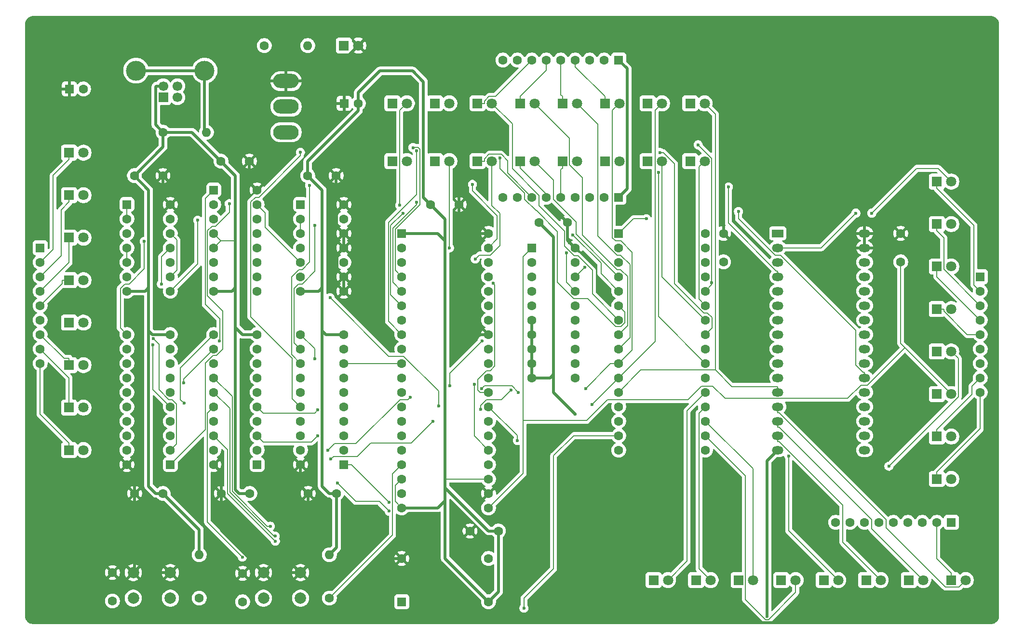
<source format=gbr>
%TF.GenerationSoftware,KiCad,Pcbnew,9.0.1*%
%TF.CreationDate,2025-05-21T13:32:22+02:00*%
%TF.ProjectId,mb88-testboard,6d623838-2d74-4657-9374-626f6172642e,1*%
%TF.SameCoordinates,Original*%
%TF.FileFunction,Copper,L2,Bot*%
%TF.FilePolarity,Positive*%
%FSLAX46Y46*%
G04 Gerber Fmt 4.6, Leading zero omitted, Abs format (unit mm)*
G04 Created by KiCad (PCBNEW 9.0.1) date 2025-05-21 13:32:22*
%MOMM*%
%LPD*%
G01*
G04 APERTURE LIST*
G04 Aperture macros list*
%AMRoundRect*
0 Rectangle with rounded corners*
0 $1 Rounding radius*
0 $2 $3 $4 $5 $6 $7 $8 $9 X,Y pos of 4 corners*
0 Add a 4 corners polygon primitive as box body*
4,1,4,$2,$3,$4,$5,$6,$7,$8,$9,$2,$3,0*
0 Add four circle primitives for the rounded corners*
1,1,$1+$1,$2,$3*
1,1,$1+$1,$4,$5*
1,1,$1+$1,$6,$7*
1,1,$1+$1,$8,$9*
0 Add four rect primitives between the rounded corners*
20,1,$1+$1,$2,$3,$4,$5,0*
20,1,$1+$1,$4,$5,$6,$7,0*
20,1,$1+$1,$6,$7,$8,$9,0*
20,1,$1+$1,$8,$9,$2,$3,0*%
G04 Aperture macros list end*
%TA.AperFunction,ComponentPad*%
%ADD10RoundRect,0.250000X-0.550000X-0.550000X0.550000X-0.550000X0.550000X0.550000X-0.550000X0.550000X0*%
%TD*%
%TA.AperFunction,ComponentPad*%
%ADD11C,1.600000*%
%TD*%
%TA.AperFunction,ComponentPad*%
%ADD12R,1.800000X1.800000*%
%TD*%
%TA.AperFunction,ComponentPad*%
%ADD13C,1.800000*%
%TD*%
%TA.AperFunction,ComponentPad*%
%ADD14R,1.600000X1.600000*%
%TD*%
%TA.AperFunction,ComponentPad*%
%ADD15RoundRect,0.250000X0.550000X0.550000X-0.550000X0.550000X-0.550000X-0.550000X0.550000X-0.550000X0*%
%TD*%
%TA.AperFunction,ComponentPad*%
%ADD16C,2.000000*%
%TD*%
%TA.AperFunction,ComponentPad*%
%ADD17O,1.600000X1.600000*%
%TD*%
%TA.AperFunction,ComponentPad*%
%ADD18R,2.000000X1.440000*%
%TD*%
%TA.AperFunction,ComponentPad*%
%ADD19O,2.000000X1.440000*%
%TD*%
%TA.AperFunction,ComponentPad*%
%ADD20O,4.500000X2.500000*%
%TD*%
%TA.AperFunction,ComponentPad*%
%ADD21R,1.700000X1.700000*%
%TD*%
%TA.AperFunction,ComponentPad*%
%ADD22C,1.700000*%
%TD*%
%TA.AperFunction,ComponentPad*%
%ADD23C,3.500000*%
%TD*%
%TA.AperFunction,ViaPad*%
%ADD24C,0.600000*%
%TD*%
%TA.AperFunction,Conductor*%
%ADD25C,0.500000*%
%TD*%
%TA.AperFunction,Conductor*%
%ADD26C,0.200000*%
%TD*%
G04 APERTURE END LIST*
D10*
%TO.P,U9,1,A18*%
%TO.N,A18*%
X185420000Y-63500000D03*
D11*
%TO.P,U9,2,A16*%
%TO.N,A16*%
X185420000Y-66040000D03*
%TO.P,U9,3,A14*%
%TO.N,A14*%
X185420000Y-68580000D03*
%TO.P,U9,4,A12*%
%TO.N,A12*%
X185420000Y-71120000D03*
%TO.P,U9,5,A7*%
%TO.N,A7*%
X185420000Y-73660000D03*
%TO.P,U9,6,A6*%
%TO.N,A6*%
X185420000Y-76200000D03*
%TO.P,U9,7,A5*%
%TO.N,A5*%
X185420000Y-78740000D03*
%TO.P,U9,8,A4*%
%TO.N,A4*%
X185420000Y-81280000D03*
%TO.P,U9,9,A3*%
%TO.N,A3*%
X185420000Y-83820000D03*
%TO.P,U9,10,A2*%
%TO.N,A2*%
X185420000Y-86360000D03*
%TO.P,U9,11,A1*%
%TO.N,A1*%
X185420000Y-88900000D03*
%TO.P,U9,12,A0*%
%TO.N,A0*%
X185420000Y-91440000D03*
%TO.P,U9,13,DQ0*%
%TO.N,D0*%
X185420000Y-93980000D03*
%TO.P,U9,14,DQ1*%
%TO.N,D1*%
X185420000Y-96520000D03*
%TO.P,U9,15,DQ2*%
%TO.N,D2*%
X185420000Y-99060000D03*
%TO.P,U9,16,VSS*%
%TO.N,GND*%
X185420000Y-101600000D03*
%TO.P,U9,17,DQ3*%
%TO.N,D3*%
X200660000Y-101600000D03*
%TO.P,U9,18,DQ4*%
%TO.N,D4*%
X200660000Y-99060000D03*
%TO.P,U9,19,DQ5*%
%TO.N,D5*%
X200660000Y-96520000D03*
%TO.P,U9,20,DQ6*%
%TO.N,D6*%
X200660000Y-93980000D03*
%TO.P,U9,21,DQ7*%
%TO.N,D7*%
X200660000Y-91440000D03*
%TO.P,U9,22,CE#*%
%TO.N,~{RAMCS}*%
X200660000Y-88900000D03*
%TO.P,U9,23,A10*%
%TO.N,A10*%
X200660000Y-86360000D03*
%TO.P,U9,24,OE#*%
%TO.N,~{RD}*%
X200660000Y-83820000D03*
%TO.P,U9,25,A11*%
%TO.N,A11*%
X200660000Y-81280000D03*
%TO.P,U9,26,A9*%
%TO.N,A9*%
X200660000Y-78740000D03*
%TO.P,U9,27,A8*%
%TO.N,A8*%
X200660000Y-76200000D03*
%TO.P,U9,28,A13*%
%TO.N,A13*%
X200660000Y-73660000D03*
%TO.P,U9,29,WE#*%
%TO.N,~{WR}*%
X200660000Y-71120000D03*
%TO.P,U9,30,A17*%
%TO.N,A17*%
X200660000Y-68580000D03*
%TO.P,U9,31,A15*%
%TO.N,A15*%
X200660000Y-66040000D03*
%TO.P,U9,32,VCC*%
%TO.N,VCC*%
X200660000Y-63500000D03*
%TD*%
D10*
%TO.P,U1,1,GND*%
%TO.N,GND*%
X147320000Y-63500000D03*
D11*
%TO.P,U1,2,A14*%
%TO.N,A14*%
X147320000Y-66040000D03*
%TO.P,U1,3,A13*%
%TO.N,A13*%
X147320000Y-68580000D03*
%TO.P,U1,4,A12*%
%TO.N,A12*%
X147320000Y-71120000D03*
%TO.P,U1,5,A11*%
%TO.N,A11*%
X147320000Y-73660000D03*
%TO.P,U1,6,A10*%
%TO.N,A10*%
X147320000Y-76200000D03*
%TO.P,U1,7,A9*%
%TO.N,A9*%
X147320000Y-78740000D03*
%TO.P,U1,8,A8*%
%TO.N,A8*%
X147320000Y-81280000D03*
%TO.P,U1,9,AD7*%
%TO.N,AD7*%
X147320000Y-83820000D03*
%TO.P,U1,10,AD6*%
%TO.N,AD6*%
X147320000Y-86360000D03*
%TO.P,U1,11,AD5*%
%TO.N,AD5*%
X147320000Y-88900000D03*
%TO.P,U1,12,AD4*%
%TO.N,AD4*%
X147320000Y-91440000D03*
%TO.P,U1,13,AD3*%
%TO.N,AD3*%
X147320000Y-93980000D03*
%TO.P,U1,14,AD2*%
%TO.N,AD2*%
X147320000Y-96520000D03*
%TO.P,U1,15,AD1*%
%TO.N,AD1*%
X147320000Y-99060000D03*
%TO.P,U1,16,AD0*%
%TO.N,AD0*%
X147320000Y-101600000D03*
%TO.P,U1,17,NMI*%
%TO.N,NMI*%
X147320000Y-104140000D03*
%TO.P,U1,18,INTR*%
%TO.N,GND*%
X147320000Y-106680000D03*
%TO.P,U1,19,CLK*%
%TO.N,CLK*%
X147320000Y-109220000D03*
%TO.P,U1,20,GND*%
%TO.N,GND*%
X147320000Y-111760000D03*
%TO.P,U1,21,RESET*%
%TO.N,RES*%
X162560000Y-111760000D03*
%TO.P,U1,22,READY*%
%TO.N,VCC*%
X162560000Y-109220000D03*
%TO.P,U1,23,~{TEST}*%
%TO.N,GND*%
X162560000Y-106680000D03*
%TO.P,U1,24,~{INTA}*%
%TO.N,unconnected-(U1-~{INTA}-Pad24)*%
X162560000Y-104140000D03*
%TO.P,U1,25,ALE*%
%TO.N,ALE*%
X162560000Y-101600000D03*
%TO.P,U1,26,DEN*%
%TO.N,DEN*%
X162560000Y-99060000D03*
%TO.P,U1,27,DT/~{R}*%
%TO.N,DT*%
X162560000Y-96520000D03*
%TO.P,U1,28,IO/~{M}*%
%TO.N,~{M}*%
X162560000Y-93980000D03*
%TO.P,U1,29,~{WR}*%
%TO.N,~{WR}*%
X162560000Y-91440000D03*
%TO.P,U1,30,HLDA*%
%TO.N,unconnected-(U1-HLDA-Pad30)*%
X162560000Y-88900000D03*
%TO.P,U1,31,HOLD*%
%TO.N,GND*%
X162560000Y-86360000D03*
%TO.P,U1,32,~{RD}*%
%TO.N,~{RD}*%
X162560000Y-83820000D03*
%TO.P,U1,33,MN/~{MX}*%
%TO.N,VCC*%
X162560000Y-81280000D03*
%TO.P,U1,34,~{SSO}*%
%TO.N,unconnected-(U1-~{SSO}-Pad34)*%
X162560000Y-78740000D03*
%TO.P,U1,35,A19/S6*%
%TO.N,AD19*%
X162560000Y-76200000D03*
%TO.P,U1,36,A18/S5*%
%TO.N,AD18*%
X162560000Y-73660000D03*
%TO.P,U1,37,A17/S4*%
%TO.N,AD17*%
X162560000Y-71120000D03*
%TO.P,U1,38,A16/S3*%
%TO.N,AD16*%
X162560000Y-68580000D03*
%TO.P,U1,39,A15*%
%TO.N,A15*%
X162560000Y-66040000D03*
%TO.P,U1,40,VCC*%
%TO.N,VCC*%
X162560000Y-63500000D03*
%TD*%
D12*
%TO.P,D35,1,K*%
%TO.N,Net-(D35-K)*%
X241300000Y-61860000D03*
D13*
%TO.P,D35,2,A*%
%TO.N,A17*%
X243840000Y-61860000D03*
%TD*%
D12*
%TO.P,D9,1,K*%
%TO.N,Net-(D9-K)*%
X137160000Y-30480000D03*
D13*
%TO.P,D9,2,A*%
%TO.N,VCC*%
X139700000Y-30480000D03*
%TD*%
D14*
%TO.P,X1,1,NC*%
%TO.N,unconnected-(X1-NC-Pad1)*%
X147320000Y-128270000D03*
D11*
%TO.P,X1,7,GND*%
%TO.N,GND*%
X162560000Y-128270000D03*
%TO.P,X1,8,OUT*%
%TO.N,CLK*%
X162560000Y-120650000D03*
%TO.P,X1,14,Vcc*%
%TO.N,VCC*%
X147320000Y-120650000D03*
%TD*%
D15*
%TO.P,U2,1,OE*%
%TO.N,RES*%
X137160000Y-104140000D03*
D11*
%TO.P,U2,2,D0*%
%TO.N,AD0*%
X137160000Y-101600000D03*
%TO.P,U2,3,D1*%
%TO.N,AD1*%
X137160000Y-99060000D03*
%TO.P,U2,4,D2*%
%TO.N,AD2*%
X137160000Y-96520000D03*
%TO.P,U2,5,D3*%
%TO.N,AD3*%
X137160000Y-93980000D03*
%TO.P,U2,6,D4*%
%TO.N,AD4*%
X137160000Y-91440000D03*
%TO.P,U2,7,D5*%
%TO.N,AD5*%
X137160000Y-88900000D03*
%TO.P,U2,8,D6*%
%TO.N,AD6*%
X137160000Y-86360000D03*
%TO.P,U2,9,D7*%
%TO.N,AD7*%
X137160000Y-83820000D03*
%TO.P,U2,10,GND*%
%TO.N,GND*%
X137160000Y-81280000D03*
%TO.P,U2,11,Load*%
%TO.N,ALE*%
X129540000Y-81280000D03*
%TO.P,U2,12,Q7*%
%TO.N,A7*%
X129540000Y-83820000D03*
%TO.P,U2,13,Q6*%
%TO.N,A6*%
X129540000Y-86360000D03*
%TO.P,U2,14,Q5*%
%TO.N,A5*%
X129540000Y-88900000D03*
%TO.P,U2,15,Q4*%
%TO.N,A4*%
X129540000Y-91440000D03*
%TO.P,U2,16,Q3*%
%TO.N,A3*%
X129540000Y-93980000D03*
%TO.P,U2,17,Q2*%
%TO.N,A2*%
X129540000Y-96520000D03*
%TO.P,U2,18,Q1*%
%TO.N,A1*%
X129540000Y-99060000D03*
%TO.P,U2,19,Q0*%
%TO.N,A0*%
X129540000Y-101600000D03*
%TO.P,U2,20,VCC*%
%TO.N,VCC*%
X129540000Y-104140000D03*
%TD*%
D15*
%TO.P,U4,1,A->B*%
%TO.N,DT*%
X121920000Y-104140000D03*
D11*
%TO.P,U4,2,A0*%
%TO.N,AD0*%
X121920000Y-101600000D03*
%TO.P,U4,3,A1*%
%TO.N,AD1*%
X121920000Y-99060000D03*
%TO.P,U4,4,A2*%
%TO.N,AD2*%
X121920000Y-96520000D03*
%TO.P,U4,5,A3*%
%TO.N,AD3*%
X121920000Y-93980000D03*
%TO.P,U4,6,A4*%
%TO.N,AD4*%
X121920000Y-91440000D03*
%TO.P,U4,7,A5*%
%TO.N,AD5*%
X121920000Y-88900000D03*
%TO.P,U4,8,A6*%
%TO.N,AD6*%
X121920000Y-86360000D03*
%TO.P,U4,9,A7*%
%TO.N,AD7*%
X121920000Y-83820000D03*
%TO.P,U4,10,GND*%
%TO.N,GND*%
X121920000Y-81280000D03*
%TO.P,U4,11,B7*%
%TO.N,D7*%
X114300000Y-81280000D03*
%TO.P,U4,12,B6*%
%TO.N,D6*%
X114300000Y-83820000D03*
%TO.P,U4,13,B5*%
%TO.N,D5*%
X114300000Y-86360000D03*
%TO.P,U4,14,B4*%
%TO.N,D4*%
X114300000Y-88900000D03*
%TO.P,U4,15,B3*%
%TO.N,D3*%
X114300000Y-91440000D03*
%TO.P,U4,16,B2*%
%TO.N,D2*%
X114300000Y-93980000D03*
%TO.P,U4,17,B1*%
%TO.N,D1*%
X114300000Y-96520000D03*
%TO.P,U4,18,B0*%
%TO.N,D0*%
X114300000Y-99060000D03*
%TO.P,U4,19,CE*%
%TO.N,DEN*%
X114300000Y-101600000D03*
%TO.P,U4,20,VCC*%
%TO.N,VCC*%
X114300000Y-104140000D03*
%TD*%
D14*
%TO.P,C1,1*%
%TO.N,VCC*%
X88940000Y-38100000D03*
D11*
%TO.P,C1,2*%
%TO.N,GND*%
X91440000Y-38100000D03*
%TD*%
D16*
%TO.P,SW3,1,1*%
%TO.N,VCC*%
X100180000Y-123135000D03*
X106680000Y-123135000D03*
%TO.P,SW3,2,2*%
%TO.N,RES*%
X100180000Y-127635000D03*
X106680000Y-127635000D03*
%TD*%
D12*
%TO.P,D4,1,K*%
%TO.N,Net-(D4-K)*%
X88900000Y-71720000D03*
D13*
%TO.P,D4,2,A*%
%TO.N,L3*%
X91440000Y-71720000D03*
%TD*%
D12*
%TO.P,D26,1,K*%
%TO.N,Net-(D26-K)*%
X243840000Y-124460000D03*
D13*
%TO.P,D26,2,A*%
%TO.N,D0*%
X246380000Y-124460000D03*
%TD*%
D11*
%TO.P,C14,1*%
%TO.N,NMI*%
X119380000Y-128270000D03*
%TO.P,C14,2*%
%TO.N,VCC*%
X119380000Y-123270000D03*
%TD*%
D12*
%TO.P,D7,1,K*%
%TO.N,Net-(D7-K)*%
X88900000Y-94130000D03*
D13*
%TO.P,D7,2,A*%
%TO.N,L6*%
X91440000Y-94130000D03*
%TD*%
D12*
%TO.P,D33,1,K*%
%TO.N,Net-(D33-K)*%
X191550000Y-124460000D03*
D13*
%TO.P,D33,2,A*%
%TO.N,D7*%
X194090000Y-124460000D03*
%TD*%
D11*
%TO.P,R7,1*%
%TO.N,RES*%
X111760000Y-127635000D03*
D17*
%TO.P,R7,2*%
%TO.N,GND*%
X111760000Y-120015000D03*
%TD*%
D11*
%TO.P,C7,1*%
%TO.N,VCC*%
X135810000Y-53340000D03*
%TO.P,C7,2*%
%TO.N,GND*%
X130810000Y-53340000D03*
%TD*%
%TO.P,C10,1*%
%TO.N,VCC*%
X157400000Y-58420000D03*
%TO.P,C10,2*%
%TO.N,GND*%
X152400000Y-58420000D03*
%TD*%
D14*
%TO.P,RN3,1,R1*%
%TO.N,GND*%
X185420000Y-57150000D03*
D11*
%TO.P,RN3,2,R1.2*%
%TO.N,Net-(D18-K)*%
X182880000Y-57150000D03*
%TO.P,RN3,3,R2.2*%
%TO.N,Net-(D19-K)*%
X180340000Y-57150000D03*
%TO.P,RN3,4,R3.2*%
%TO.N,Net-(D20-K)*%
X177800000Y-57150000D03*
%TO.P,RN3,5,R4.2*%
%TO.N,Net-(D21-K)*%
X175260000Y-57150000D03*
%TO.P,RN3,6,R5.2*%
%TO.N,Net-(D22-K)*%
X172720000Y-57150000D03*
%TO.P,RN3,7,R6.2*%
%TO.N,Net-(D23-K)*%
X170180000Y-57150000D03*
%TO.P,RN3,8,R7.2*%
%TO.N,Net-(D24-K)*%
X167640000Y-57150000D03*
%TO.P,RN3,9,R8.2*%
%TO.N,Net-(D25-K)*%
X165100000Y-57150000D03*
%TD*%
D12*
%TO.P,D8,1,K*%
%TO.N,Net-(D8-K)*%
X88900000Y-101600000D03*
D13*
%TO.P,D8,2,A*%
%TO.N,L7*%
X91440000Y-101600000D03*
%TD*%
D10*
%TO.P,U8,1*%
%TO.N,A19*%
X99060000Y-58420000D03*
D11*
%TO.P,U8,2*%
X99060000Y-60960000D03*
%TO.P,U8,3*%
%TO.N,~{A19}*%
X99060000Y-63500000D03*
%TO.P,U8,4*%
%TO.N,~{M}*%
X99060000Y-66040000D03*
%TO.P,U8,5*%
X99060000Y-68580000D03*
%TO.P,U8,6*%
%TO.N,M*%
X99060000Y-71120000D03*
%TO.P,U8,7,GND*%
%TO.N,GND*%
X99060000Y-73660000D03*
%TO.P,U8,8*%
%TO.N,~{ROMCS}*%
X106680000Y-73660000D03*
%TO.P,U8,9*%
%TO.N,M*%
X106680000Y-71120000D03*
%TO.P,U8,10*%
%TO.N,A19*%
X106680000Y-68580000D03*
%TO.P,U8,11*%
%TO.N,~{RAMCS}*%
X106680000Y-66040000D03*
%TO.P,U8,12*%
%TO.N,M*%
X106680000Y-63500000D03*
%TO.P,U8,13*%
%TO.N,~{A19}*%
X106680000Y-60960000D03*
%TO.P,U8,14,VCC*%
%TO.N,VCC*%
X106680000Y-58420000D03*
%TD*%
D12*
%TO.P,D32,1,K*%
%TO.N,Net-(D32-K)*%
X199020000Y-124460000D03*
D13*
%TO.P,D32,2,A*%
%TO.N,D6*%
X201560000Y-124460000D03*
%TD*%
D16*
%TO.P,SW4,1,1*%
%TO.N,VCC*%
X123040000Y-123135000D03*
X129540000Y-123135000D03*
%TO.P,SW4,2,2*%
%TO.N,NMI*%
X123040000Y-127635000D03*
X129540000Y-127635000D03*
%TD*%
D12*
%TO.P,D25,1,K*%
%TO.N,Net-(D25-K)*%
X145680000Y-50800000D03*
D13*
%TO.P,D25,2,A*%
%TO.N,A15*%
X148220000Y-50800000D03*
%TD*%
D12*
%TO.P,D31,1,K*%
%TO.N,Net-(D31-K)*%
X206490000Y-124460000D03*
D13*
%TO.P,D31,2,A*%
%TO.N,D5*%
X209030000Y-124460000D03*
%TD*%
D12*
%TO.P,D29,1,K*%
%TO.N,Net-(D29-K)*%
X221430000Y-124460000D03*
D13*
%TO.P,D29,2,A*%
%TO.N,D3*%
X223970000Y-124460000D03*
%TD*%
D14*
%TO.P,C2,1*%
%TO.N,VCC*%
X137200000Y-40640000D03*
D11*
%TO.P,C2,2*%
%TO.N,GND*%
X139700000Y-40640000D03*
%TD*%
D12*
%TO.P,D17,1,K*%
%TO.N,Net-(D17-K)*%
X145680000Y-40640000D03*
D13*
%TO.P,D17,2,A*%
%TO.N,A7*%
X148220000Y-40640000D03*
%TD*%
D12*
%TO.P,D21,1,K*%
%TO.N,Net-(D21-K)*%
X175560000Y-50800000D03*
D13*
%TO.P,D21,2,A*%
%TO.N,A11*%
X178100000Y-50800000D03*
%TD*%
D12*
%TO.P,D39,1,K*%
%TO.N,Net-(D39-K)*%
X241300000Y-91740000D03*
D13*
%TO.P,D39,2,A*%
%TO.N,RES*%
X243840000Y-91740000D03*
%TD*%
D11*
%TO.P,C6,1*%
%TO.N,VCC*%
X100410000Y-109220000D03*
%TO.P,C6,2*%
%TO.N,GND*%
X105410000Y-109220000D03*
%TD*%
D12*
%TO.P,D15,1,K*%
%TO.N,Net-(D15-K)*%
X160620000Y-40640000D03*
D13*
%TO.P,D15,2,A*%
%TO.N,A5*%
X163160000Y-40640000D03*
%TD*%
D12*
%TO.P,D36,1,K*%
%TO.N,Net-(D36-K)*%
X241300000Y-69330000D03*
D13*
%TO.P,D36,2,A*%
%TO.N,A18*%
X243840000Y-69330000D03*
%TD*%
D11*
%TO.P,R2,1*%
%TO.N,GND*%
X123190000Y-30480000D03*
D17*
%TO.P,R2,2*%
%TO.N,Net-(D9-K)*%
X130810000Y-30480000D03*
%TD*%
D12*
%TO.P,D6,1,K*%
%TO.N,Net-(D6-K)*%
X88900000Y-86660000D03*
D13*
%TO.P,D6,2,A*%
%TO.N,L5*%
X91440000Y-86660000D03*
%TD*%
D11*
%TO.P,R1,1*%
%TO.N,GND*%
X105410000Y-45720000D03*
D17*
%TO.P,R1,2*%
%TO.N,Net-(J1-Shield)*%
X113030000Y-45720000D03*
%TD*%
D11*
%TO.P,C15,1*%
%TO.N,VCC*%
X96520000Y-123135000D03*
%TO.P,C15,2*%
%TO.N,GND*%
X96520000Y-128135000D03*
%TD*%
D18*
%TO.P,U5,1,A18*%
%TO.N,A18*%
X213360000Y-63500000D03*
D19*
%TO.P,U5,2,A16*%
%TO.N,A16*%
X213360000Y-66040000D03*
%TO.P,U5,3,A15*%
%TO.N,A15*%
X213360000Y-68580000D03*
%TO.P,U5,4,A12*%
%TO.N,A12*%
X213360000Y-71120000D03*
%TO.P,U5,5,A7*%
%TO.N,A7*%
X213360000Y-73660000D03*
%TO.P,U5,6,A6*%
%TO.N,A6*%
X213360000Y-76200000D03*
%TO.P,U5,7,A5*%
%TO.N,A5*%
X213360000Y-78740000D03*
%TO.P,U5,8,A4*%
%TO.N,A4*%
X213360000Y-81280000D03*
%TO.P,U5,9,A3*%
%TO.N,A3*%
X213360000Y-83820000D03*
%TO.P,U5,10,A2*%
%TO.N,A2*%
X213360000Y-86360000D03*
%TO.P,U5,11,A1*%
%TO.N,A1*%
X213360000Y-88900000D03*
%TO.P,U5,12,A0*%
%TO.N,A0*%
X213360000Y-91440000D03*
%TO.P,U5,13,D0*%
%TO.N,D0*%
X213360000Y-93980000D03*
%TO.P,U5,14,D1*%
%TO.N,D1*%
X213360000Y-96520000D03*
%TO.P,U5,15,D2*%
%TO.N,D2*%
X213360000Y-99060000D03*
%TO.P,U5,16,GND*%
%TO.N,GND*%
X213360000Y-101600000D03*
%TO.P,U5,17,D3*%
%TO.N,D3*%
X228600000Y-101600000D03*
%TO.P,U5,18,D4*%
%TO.N,D4*%
X228600000Y-99060000D03*
%TO.P,U5,19,D5*%
%TO.N,D5*%
X228600000Y-96520000D03*
%TO.P,U5,20,D6*%
%TO.N,D6*%
X228600000Y-93980000D03*
%TO.P,U5,21,D7*%
%TO.N,D7*%
X228600000Y-91440000D03*
%TO.P,U5,22,CE*%
%TO.N,~{ROMCS}*%
X228600000Y-88900000D03*
%TO.P,U5,23,A10*%
%TO.N,A10*%
X228600000Y-86360000D03*
%TO.P,U5,24,OE*%
%TO.N,~{RD}*%
X228600000Y-83820000D03*
%TO.P,U5,25,A11*%
%TO.N,A11*%
X228600000Y-81280000D03*
%TO.P,U5,26,A9*%
%TO.N,A9*%
X228600000Y-78740000D03*
%TO.P,U5,27,A8*%
%TO.N,A8*%
X228600000Y-76200000D03*
%TO.P,U5,28,A13*%
%TO.N,A13*%
X228600000Y-73660000D03*
%TO.P,U5,29,A14*%
%TO.N,A14*%
X228600000Y-71120000D03*
%TO.P,U5,30,A17*%
%TO.N,A17*%
X228600000Y-68580000D03*
%TO.P,U5,31,PGM*%
%TO.N,VCC*%
X228600000Y-66040000D03*
%TO.P,U5,32,VCC*%
X228600000Y-63500000D03*
%TD*%
D12*
%TO.P,D27,1,K*%
%TO.N,Net-(D27-K)*%
X236370000Y-124460000D03*
D13*
%TO.P,D27,2,A*%
%TO.N,D1*%
X238910000Y-124460000D03*
%TD*%
D14*
%TO.P,RN1,1,R1*%
%TO.N,GND*%
X83820000Y-66040000D03*
D11*
%TO.P,RN1,2,R1.2*%
%TO.N,Net-(D1-K)*%
X83820000Y-68580000D03*
%TO.P,RN1,3,R2.2*%
%TO.N,Net-(D2-K)*%
X83820000Y-71120000D03*
%TO.P,RN1,4,R3.2*%
%TO.N,Net-(D3-K)*%
X83820000Y-73660000D03*
%TO.P,RN1,5,R4.2*%
%TO.N,Net-(D4-K)*%
X83820000Y-76200000D03*
%TO.P,RN1,6,R5.2*%
%TO.N,Net-(D5-K)*%
X83820000Y-78740000D03*
%TO.P,RN1,7,R6.2*%
%TO.N,Net-(D6-K)*%
X83820000Y-81280000D03*
%TO.P,RN1,8,R7.2*%
%TO.N,Net-(D7-K)*%
X83820000Y-83820000D03*
%TO.P,RN1,9,R8.2*%
%TO.N,Net-(D8-K)*%
X83820000Y-86360000D03*
%TD*%
D12*
%TO.P,D11,1,K*%
%TO.N,Net-(D11-K)*%
X190500000Y-40640000D03*
D13*
%TO.P,D11,2,A*%
%TO.N,A1*%
X193040000Y-40640000D03*
%TD*%
D20*
%TO.P,SW1,1,A*%
%TO.N,VCC*%
X127000000Y-36720000D03*
%TO.P,SW1,2,B*%
%TO.N,VIN*%
X127000000Y-41220000D03*
%TO.P,SW1,3,C*%
%TO.N,unconnected-(SW1-C-Pad3)*%
X127000000Y-45720000D03*
%TD*%
D12*
%TO.P,D1,1,K*%
%TO.N,Net-(D1-K)*%
X88900000Y-49310000D03*
D13*
%TO.P,D1,2,A*%
%TO.N,L0*%
X91440000Y-49310000D03*
%TD*%
D12*
%TO.P,D22,1,K*%
%TO.N,Net-(D22-K)*%
X168090000Y-50800000D03*
D13*
%TO.P,D22,2,A*%
%TO.N,A12*%
X170630000Y-50800000D03*
%TD*%
D12*
%TO.P,D37,1,K*%
%TO.N,Net-(D37-K)*%
X241300000Y-76800000D03*
D13*
%TO.P,D37,2,A*%
%TO.N,A19*%
X243840000Y-76800000D03*
%TD*%
D11*
%TO.P,C13,1*%
%TO.N,RES*%
X234950000Y-68500000D03*
%TO.P,C13,2*%
%TO.N,VCC*%
X234950000Y-63500000D03*
%TD*%
%TO.P,C9,1*%
%TO.N,VCC*%
X105370000Y-53340000D03*
%TO.P,C9,2*%
%TO.N,GND*%
X100370000Y-53340000D03*
%TD*%
D12*
%TO.P,D18,1,K*%
%TO.N,Net-(D18-K)*%
X197970000Y-50800000D03*
D13*
%TO.P,D18,2,A*%
%TO.N,A8*%
X200510000Y-50800000D03*
%TD*%
D10*
%TO.P,U3,1,OE*%
%TO.N,RES*%
X170180000Y-66040000D03*
D11*
%TO.P,U3,2,D0*%
%TO.N,AD16*%
X170180000Y-68580000D03*
%TO.P,U3,3,D1*%
%TO.N,AD17*%
X170180000Y-71120000D03*
%TO.P,U3,4,D2*%
%TO.N,AD18*%
X170180000Y-73660000D03*
%TO.P,U3,5,D3*%
%TO.N,AD19*%
X170180000Y-76200000D03*
%TO.P,U3,6,D4*%
%TO.N,GND*%
X170180000Y-78740000D03*
%TO.P,U3,7,D5*%
X170180000Y-81280000D03*
%TO.P,U3,8,D6*%
X170180000Y-83820000D03*
%TO.P,U3,9,D7*%
X170180000Y-86360000D03*
%TO.P,U3,10,GND*%
X170180000Y-88900000D03*
%TO.P,U3,11,Load*%
%TO.N,ALE*%
X177800000Y-88900000D03*
%TO.P,U3,12,Q7*%
%TO.N,unconnected-(U3-Q7-Pad12)*%
X177800000Y-86360000D03*
%TO.P,U3,13,Q6*%
%TO.N,unconnected-(U3-Q6-Pad13)*%
X177800000Y-83820000D03*
%TO.P,U3,14,Q5*%
%TO.N,unconnected-(U3-Q5-Pad14)*%
X177800000Y-81280000D03*
%TO.P,U3,15,Q4*%
%TO.N,unconnected-(U3-Q4-Pad15)*%
X177800000Y-78740000D03*
%TO.P,U3,16,Q3*%
%TO.N,A19*%
X177800000Y-76200000D03*
%TO.P,U3,17,Q2*%
%TO.N,A18*%
X177800000Y-73660000D03*
%TO.P,U3,18,Q1*%
%TO.N,A17*%
X177800000Y-71120000D03*
%TO.P,U3,19,Q0*%
%TO.N,A16*%
X177800000Y-68580000D03*
%TO.P,U3,20,VCC*%
%TO.N,VCC*%
X177800000Y-66040000D03*
%TD*%
D12*
%TO.P,D30,1,K*%
%TO.N,Net-(D30-K)*%
X213960000Y-124460000D03*
D13*
%TO.P,D30,2,A*%
%TO.N,D4*%
X216500000Y-124460000D03*
%TD*%
D12*
%TO.P,D23,1,K*%
%TO.N,Net-(D23-K)*%
X160620000Y-50800000D03*
D13*
%TO.P,D23,2,A*%
%TO.N,A13*%
X163160000Y-50800000D03*
%TD*%
D11*
%TO.P,R8,1*%
%TO.N,NMI*%
X134620000Y-127635000D03*
D17*
%TO.P,R8,2*%
%TO.N,GND*%
X134620000Y-120015000D03*
%TD*%
D12*
%TO.P,D10,1,K*%
%TO.N,Net-(D10-K)*%
X197970000Y-40640000D03*
D13*
%TO.P,D10,2,A*%
%TO.N,A0*%
X200510000Y-40640000D03*
%TD*%
D14*
%TO.P,RN2,1,R1*%
%TO.N,GND*%
X185420000Y-33020000D03*
D11*
%TO.P,RN2,2,R1.2*%
%TO.N,Net-(D10-K)*%
X182880000Y-33020000D03*
%TO.P,RN2,3,R2.2*%
%TO.N,Net-(D11-K)*%
X180340000Y-33020000D03*
%TO.P,RN2,4,R3.2*%
%TO.N,Net-(D12-K)*%
X177800000Y-33020000D03*
%TO.P,RN2,5,R4.2*%
%TO.N,Net-(D13-K)*%
X175260000Y-33020000D03*
%TO.P,RN2,6,R5.2*%
%TO.N,Net-(D14-K)*%
X172720000Y-33020000D03*
%TO.P,RN2,7,R6.2*%
%TO.N,Net-(D15-K)*%
X170180000Y-33020000D03*
%TO.P,RN2,8,R7.2*%
%TO.N,Net-(D16-K)*%
X167640000Y-33020000D03*
%TO.P,RN2,9,R8.2*%
%TO.N,Net-(D17-K)*%
X165100000Y-33020000D03*
%TD*%
D10*
%TO.P,U7,1*%
%TO.N,~{RES}*%
X129540000Y-58420000D03*
D11*
%TO.P,U7,2*%
%TO.N,RES*%
X129540000Y-60960000D03*
%TO.P,U7,3*%
X129540000Y-63500000D03*
%TO.P,U7,4*%
%TO.N,LATCH*%
X129540000Y-66040000D03*
%TO.P,U7,5*%
%TO.N,~{IO00}*%
X129540000Y-68580000D03*
%TO.P,U7,6*%
%TO.N,~{WR}*%
X129540000Y-71120000D03*
%TO.P,U7,7,GND*%
%TO.N,GND*%
X129540000Y-73660000D03*
%TO.P,U7,8*%
%TO.N,VCC*%
X137160000Y-73660000D03*
%TO.P,U7,9*%
X137160000Y-71120000D03*
%TO.P,U7,10*%
%TO.N,unconnected-(U7-Pad10)*%
X137160000Y-68580000D03*
%TO.P,U7,11*%
%TO.N,VCC*%
X137160000Y-66040000D03*
%TO.P,U7,12*%
X137160000Y-63500000D03*
%TO.P,U7,13*%
%TO.N,unconnected-(U7-Pad13)*%
X137160000Y-60960000D03*
%TO.P,U7,14,VCC*%
%TO.N,VCC*%
X137160000Y-58420000D03*
%TD*%
D12*
%TO.P,D12,1,K*%
%TO.N,Net-(D12-K)*%
X183030000Y-40640000D03*
D13*
%TO.P,D12,2,A*%
%TO.N,A2*%
X185570000Y-40640000D03*
%TD*%
D12*
%TO.P,D24,1,K*%
%TO.N,Net-(D24-K)*%
X153150000Y-50800000D03*
D13*
%TO.P,D24,2,A*%
%TO.N,A14*%
X155690000Y-50800000D03*
%TD*%
D12*
%TO.P,D19,1,K*%
%TO.N,Net-(D19-K)*%
X190500000Y-50800000D03*
D13*
%TO.P,D19,2,A*%
%TO.N,A9*%
X193040000Y-50800000D03*
%TD*%
D11*
%TO.P,C4,1*%
%TO.N,VCC*%
X130890000Y-109220000D03*
%TO.P,C4,2*%
%TO.N,GND*%
X135890000Y-109220000D03*
%TD*%
D12*
%TO.P,D38,1,K*%
%TO.N,Net-(D38-K)*%
X241300000Y-84270000D03*
D13*
%TO.P,D38,2,A*%
%TO.N,CLK*%
X243840000Y-84270000D03*
%TD*%
D12*
%TO.P,D34,1,K*%
%TO.N,Net-(D34-K)*%
X241300000Y-54390000D03*
D13*
%TO.P,D34,2,A*%
%TO.N,A16*%
X243840000Y-54390000D03*
%TD*%
D12*
%TO.P,D5,1,K*%
%TO.N,Net-(D5-K)*%
X88900000Y-79190000D03*
D13*
%TO.P,D5,2,A*%
%TO.N,L4*%
X91440000Y-79190000D03*
%TD*%
D11*
%TO.P,C8,1*%
%TO.N,VCC*%
X120570000Y-50800000D03*
%TO.P,C8,2*%
%TO.N,GND*%
X115570000Y-50800000D03*
%TD*%
%TO.P,C3,1*%
%TO.N,VCC*%
X159298000Y-115824000D03*
%TO.P,C3,2*%
%TO.N,GND*%
X164298000Y-115824000D03*
%TD*%
D21*
%TO.P,J1,1,VBUS*%
%TO.N,VIN*%
X105430000Y-39597500D03*
D22*
%TO.P,J1,2,D-*%
%TO.N,unconnected-(J1-D--Pad2)*%
X107930000Y-39597500D03*
%TO.P,J1,3,D+*%
%TO.N,unconnected-(J1-D+-Pad3)*%
X107930000Y-37597500D03*
%TO.P,J1,4,GND*%
%TO.N,GND*%
X105430000Y-37597500D03*
D23*
%TO.P,J1,5,Shield*%
%TO.N,Net-(J1-Shield)*%
X100660000Y-34887500D03*
X112700000Y-34887500D03*
%TD*%
D11*
%TO.P,C5,1*%
%TO.N,VCC*%
X115650000Y-109220000D03*
%TO.P,C5,2*%
%TO.N,GND*%
X120650000Y-109220000D03*
%TD*%
D12*
%TO.P,D28,1,K*%
%TO.N,Net-(D28-K)*%
X228900000Y-124460000D03*
D13*
%TO.P,D28,2,A*%
%TO.N,D2*%
X231440000Y-124460000D03*
%TD*%
D12*
%TO.P,D13,1,K*%
%TO.N,Net-(D13-K)*%
X175560000Y-40640000D03*
D13*
%TO.P,D13,2,A*%
%TO.N,A3*%
X178100000Y-40640000D03*
%TD*%
D12*
%TO.P,D40,1,K*%
%TO.N,Net-(D40-K)*%
X241300000Y-99210000D03*
D13*
%TO.P,D40,2,A*%
%TO.N,DEN*%
X243840000Y-99210000D03*
%TD*%
D11*
%TO.P,C12,1*%
%TO.N,VCC*%
X203835000Y-63500000D03*
%TO.P,C12,2*%
%TO.N,GND*%
X203835000Y-68500000D03*
%TD*%
D12*
%TO.P,D16,1,K*%
%TO.N,Net-(D16-K)*%
X153150000Y-40640000D03*
D13*
%TO.P,D16,2,A*%
%TO.N,A6*%
X155690000Y-40640000D03*
%TD*%
D12*
%TO.P,D3,1,K*%
%TO.N,Net-(D3-K)*%
X88900000Y-64250000D03*
D13*
%TO.P,D3,2,A*%
%TO.N,L2*%
X91440000Y-64250000D03*
%TD*%
D10*
%TO.P,U6,1,A0*%
%TO.N,A5*%
X114300000Y-55880000D03*
D11*
%TO.P,U6,2,A1*%
%TO.N,A6*%
X114300000Y-58420000D03*
%TO.P,U6,3,A2*%
%TO.N,A7*%
X114300000Y-60960000D03*
%TO.P,U6,4,~{E0}*%
%TO.N,GND*%
X114300000Y-63500000D03*
%TO.P,U6,5,~{E1}*%
X114300000Y-66040000D03*
%TO.P,U6,6,E2*%
%TO.N,~{M}*%
X114300000Y-68580000D03*
%TO.P,U6,7,~{Y7}*%
%TO.N,unconnected-(U6-~{Y7}-Pad7)*%
X114300000Y-71120000D03*
%TO.P,U6,8,GND*%
%TO.N,GND*%
X114300000Y-73660000D03*
%TO.P,U6,9,~{Y6}*%
%TO.N,unconnected-(U6-~{Y6}-Pad9)*%
X121920000Y-73660000D03*
%TO.P,U6,10,~{Y5}*%
%TO.N,unconnected-(U6-~{Y5}-Pad10)*%
X121920000Y-71120000D03*
%TO.P,U6,11,~{Y4}*%
%TO.N,unconnected-(U6-~{Y4}-Pad11)*%
X121920000Y-68580000D03*
%TO.P,U6,12,~{Y3}*%
%TO.N,unconnected-(U6-~{Y3}-Pad12)*%
X121920000Y-66040000D03*
%TO.P,U6,13,~{Y2}*%
%TO.N,unconnected-(U6-~{Y2}-Pad13)*%
X121920000Y-63500000D03*
%TO.P,U6,14,~{Y1}*%
%TO.N,unconnected-(U6-~{Y1}-Pad14)*%
X121920000Y-60960000D03*
%TO.P,U6,15,~{Y0}*%
%TO.N,~{IO00}*%
X121920000Y-58420000D03*
%TO.P,U6,16,VCC*%
%TO.N,VCC*%
X121920000Y-55880000D03*
%TD*%
D12*
%TO.P,D14,1,K*%
%TO.N,Net-(D14-K)*%
X168090000Y-40640000D03*
D13*
%TO.P,D14,2,A*%
%TO.N,A4*%
X170630000Y-40640000D03*
%TD*%
D12*
%TO.P,D41,1,K*%
%TO.N,Net-(D41-K)*%
X241300000Y-106680000D03*
D13*
%TO.P,D41,2,A*%
%TO.N,~{M}*%
X243840000Y-106680000D03*
%TD*%
D11*
%TO.P,C11,1*%
%TO.N,VCC*%
X176450000Y-61595000D03*
%TO.P,C11,2*%
%TO.N,GND*%
X171450000Y-61595000D03*
%TD*%
D14*
%TO.P,RN5,1,R1*%
%TO.N,GND*%
X248920000Y-71120000D03*
D11*
%TO.P,RN5,2,R1.2*%
%TO.N,Net-(D34-K)*%
X248920000Y-73660000D03*
%TO.P,RN5,3,R2.2*%
%TO.N,Net-(D35-K)*%
X248920000Y-76200000D03*
%TO.P,RN5,4,R3.2*%
%TO.N,Net-(D36-K)*%
X248920000Y-78740000D03*
%TO.P,RN5,5,R4.2*%
%TO.N,Net-(D37-K)*%
X248920000Y-81280000D03*
%TO.P,RN5,6,R5.2*%
%TO.N,Net-(D38-K)*%
X248920000Y-83820000D03*
%TO.P,RN5,7,R6.2*%
%TO.N,Net-(D39-K)*%
X248920000Y-86360000D03*
%TO.P,RN5,8,R7.2*%
%TO.N,Net-(D40-K)*%
X248920000Y-88900000D03*
%TO.P,RN5,9,R8.2*%
%TO.N,Net-(D41-K)*%
X248920000Y-91440000D03*
%TD*%
D12*
%TO.P,D2,1,K*%
%TO.N,Net-(D2-K)*%
X88900000Y-56780000D03*
D13*
%TO.P,D2,2,A*%
%TO.N,L1*%
X91440000Y-56780000D03*
%TD*%
D12*
%TO.P,D20,1,K*%
%TO.N,Net-(D20-K)*%
X183030000Y-50800000D03*
D13*
%TO.P,D20,2,A*%
%TO.N,A10*%
X185570000Y-50800000D03*
%TD*%
D14*
%TO.P,RN4,1,R1*%
%TO.N,GND*%
X243840000Y-114300000D03*
D11*
%TO.P,RN4,2,R1.2*%
%TO.N,Net-(D26-K)*%
X241300000Y-114300000D03*
%TO.P,RN4,3,R2.2*%
%TO.N,Net-(D27-K)*%
X238760000Y-114300000D03*
%TO.P,RN4,4,R3.2*%
%TO.N,Net-(D28-K)*%
X236220000Y-114300000D03*
%TO.P,RN4,5,R4.2*%
%TO.N,Net-(D29-K)*%
X233680000Y-114300000D03*
%TO.P,RN4,6,R5.2*%
%TO.N,Net-(D30-K)*%
X231140000Y-114300000D03*
%TO.P,RN4,7,R6.2*%
%TO.N,Net-(D31-K)*%
X228600000Y-114300000D03*
%TO.P,RN4,8,R7.2*%
%TO.N,Net-(D32-K)*%
X226060000Y-114300000D03*
%TO.P,RN4,9,R8.2*%
%TO.N,Net-(D33-K)*%
X223520000Y-114300000D03*
%TD*%
D15*
%TO.P,U10,1,~{Mr}*%
%TO.N,~{RES}*%
X106680000Y-104140000D03*
D11*
%TO.P,U10,2,Q0*%
%TO.N,L0*%
X106680000Y-101600000D03*
%TO.P,U10,3,D0*%
%TO.N,D0*%
X106680000Y-99060000D03*
%TO.P,U10,4,D1*%
%TO.N,D1*%
X106680000Y-96520000D03*
%TO.P,U10,5,Q1*%
%TO.N,L1*%
X106680000Y-93980000D03*
%TO.P,U10,6,Q2*%
%TO.N,L2*%
X106680000Y-91440000D03*
%TO.P,U10,7,D2*%
%TO.N,D2*%
X106680000Y-88900000D03*
%TO.P,U10,8,D3*%
%TO.N,D3*%
X106680000Y-86360000D03*
%TO.P,U10,9,Q3*%
%TO.N,L3*%
X106680000Y-83820000D03*
%TO.P,U10,10,GND*%
%TO.N,GND*%
X106680000Y-81280000D03*
%TO.P,U10,11,Cp*%
%TO.N,LATCH*%
X99060000Y-81280000D03*
%TO.P,U10,12,Q4*%
%TO.N,L4*%
X99060000Y-83820000D03*
%TO.P,U10,13,D4*%
%TO.N,D4*%
X99060000Y-86360000D03*
%TO.P,U10,14,D5*%
%TO.N,D5*%
X99060000Y-88900000D03*
%TO.P,U10,15,Q5*%
%TO.N,L5*%
X99060000Y-91440000D03*
%TO.P,U10,16,Q6*%
%TO.N,L6*%
X99060000Y-93980000D03*
%TO.P,U10,17,D6*%
%TO.N,D6*%
X99060000Y-96520000D03*
%TO.P,U10,18,D7*%
%TO.N,D7*%
X99060000Y-99060000D03*
%TO.P,U10,19,Q7*%
%TO.N,L7*%
X99060000Y-101600000D03*
%TO.P,U10,20,VCC*%
%TO.N,VCC*%
X99060000Y-104140000D03*
%TD*%
D24*
%TO.N,VCC*%
X153162000Y-115824000D03*
%TO.N,GND*%
X211455000Y-130810000D03*
X177800000Y-95250000D03*
%TO.N,RES*%
X145093700Y-110744000D03*
%TO.N,L0*%
X103681000Y-82031100D03*
%TO.N,L1*%
X103625000Y-83072500D03*
%TO.N,AD3*%
X132590800Y-94507200D03*
%TO.N,AD1*%
X132574200Y-99060000D03*
%TO.N,~{WR}*%
X163363800Y-72268100D03*
%TO.N,A11*%
X192681900Y-49283600D03*
X149899400Y-58061300D03*
%TO.N,ALE*%
X160082300Y-90000100D03*
X132071800Y-85539100D03*
%TO.N,CLK*%
X232865600Y-104433300D03*
%TO.N,A12*%
X149285800Y-48424200D03*
X204695500Y-55355500D03*
%TO.N,A10*%
X147521600Y-59984100D03*
X192439900Y-52797000D03*
%TO.N,A14*%
X155698100Y-66040000D03*
%TO.N,~{M}*%
X134746800Y-74806800D03*
X167614800Y-99911000D03*
X153773700Y-93866500D03*
%TO.N,A15*%
X159733900Y-54892200D03*
%TO.N,DT*%
X134834600Y-103192600D03*
X152812600Y-96520000D03*
%TO.N,A13*%
X201772800Y-72193300D03*
X199364200Y-47930500D03*
X160222600Y-67998400D03*
%TO.N,A8*%
X149873300Y-48968500D03*
%TO.N,A1*%
X180764600Y-93555400D03*
%TO.N,A5*%
X115274600Y-82413300D03*
%TO.N,A3*%
X129516100Y-49256900D03*
%TO.N,A2*%
X161178800Y-94466700D03*
X179592500Y-90757100D03*
X166511000Y-91022700D03*
%TO.N,A0*%
X134364400Y-101600000D03*
X161330200Y-90823200D03*
X167815000Y-91440000D03*
X148803000Y-92322900D03*
%TO.N,A7*%
X132071800Y-62071200D03*
X177325800Y-63762500D03*
X146983600Y-58544300D03*
%TO.N,A4*%
X155759000Y-90290800D03*
X161436000Y-82380200D03*
%TO.N,A6*%
X131123300Y-55102100D03*
X164564600Y-50224000D03*
%TO.N,A18*%
X190275600Y-60941600D03*
X176242300Y-66922300D03*
%TO.N,A16*%
X227076000Y-59944000D03*
X229870000Y-59944000D03*
%TO.N,A17*%
X179425900Y-69494100D03*
%TO.N,D3*%
X125093500Y-116733900D03*
X215278900Y-102620100D03*
%TO.N,D4*%
X124218600Y-114989400D03*
%TO.N,D7*%
X109065100Y-93378300D03*
%TO.N,D2*%
X119324800Y-120398700D03*
X168775000Y-129384900D03*
%TO.N,D6*%
X109057500Y-89748700D03*
X136006100Y-107394700D03*
X145094700Y-112344900D03*
%TO.N,D0*%
X125114100Y-117616900D03*
%TO.N,~{ROMCS}*%
X111474400Y-61201500D03*
X206440700Y-59656600D03*
%TO.N,~{RES}*%
X117025500Y-58278500D03*
%TO.N,LATCH*%
X102114500Y-64925000D03*
%TO.N,~{RAMCS}*%
X105094500Y-72390000D03*
%TD*%
D25*
%TO.N,VCC*%
X167121000Y-131964000D02*
X181091000Y-131964000D01*
X139700000Y-30480000D02*
X137200000Y-32980000D01*
X88940000Y-31075000D02*
X88940000Y-38100000D01*
X202681000Y-131964000D02*
X249036000Y-131964000D01*
X143510000Y-120650000D02*
X147320000Y-120650000D01*
X229870000Y-26035000D02*
X204470000Y-26035000D01*
X137200000Y-32980000D02*
X137200000Y-40640000D01*
X181091000Y-131964000D02*
X202681000Y-131964000D01*
X147320000Y-120650000D02*
X152146000Y-115824000D01*
X126365000Y-131445000D02*
X126365000Y-124460000D01*
X135890000Y-62230000D02*
X137160000Y-63500000D01*
X103505000Y-124460000D02*
X104830000Y-123135000D01*
X135810000Y-53340000D02*
X135810000Y-57070000D01*
X100410000Y-122905000D02*
X100180000Y-123135000D01*
X157400000Y-26750000D02*
X158115000Y-26035000D01*
X101505000Y-124460000D02*
X103505000Y-124460000D01*
X83301000Y-38100000D02*
X81396000Y-40005000D01*
X126365000Y-124460000D02*
X127690000Y-123135000D01*
X142240000Y-121920000D02*
X143510000Y-120650000D01*
X203835000Y-26670000D02*
X204470000Y-26035000D01*
X130890000Y-121785000D02*
X130890000Y-109220000D01*
X157480000Y-80010000D02*
X158750000Y-81280000D01*
X248920000Y-26035000D02*
X229870000Y-26035000D01*
X102754000Y-131964000D02*
X125730000Y-131964000D01*
X144145000Y-26035000D02*
X139700000Y-30480000D01*
X129540000Y-107870000D02*
X130890000Y-109220000D01*
X141086000Y-131964000D02*
X142240000Y-130810000D01*
X115650000Y-109220000D02*
X115650000Y-105490000D01*
X120570000Y-50800000D02*
X120570000Y-54530000D01*
X100410000Y-109220000D02*
X100410000Y-105490000D01*
X81396000Y-40005000D02*
X81396000Y-129656000D01*
X105370000Y-53340000D02*
X105370000Y-57110000D01*
X137160000Y-66040000D02*
X135909000Y-67291000D01*
X137160000Y-58420000D02*
X135890000Y-59690000D01*
X125846000Y-131964000D02*
X126365000Y-131445000D01*
X102235000Y-131445000D02*
X103505000Y-130175000D01*
X102235000Y-131445000D02*
X102754000Y-131964000D01*
X135909000Y-67291000D02*
X135909000Y-69869000D01*
X157480000Y-62865000D02*
X157480000Y-80010000D01*
X121325000Y-121325000D02*
X115650000Y-115650000D01*
X115650000Y-115650000D02*
X115650000Y-109220000D01*
X88940000Y-38100000D02*
X83301000Y-38100000D01*
X228600000Y-63500000D02*
X228600000Y-27305000D01*
X228600000Y-63500000D02*
X228600000Y-66040000D01*
X249036000Y-131964000D02*
X251979000Y-129021000D01*
X157400000Y-58420000D02*
X157400000Y-26750000D01*
X83185000Y-131445000D02*
X102235000Y-131445000D01*
X152146000Y-115824000D02*
X153162000Y-115824000D01*
X158115000Y-63500000D02*
X162560000Y-63500000D01*
X157400000Y-62785000D02*
X157480000Y-62865000D01*
X129540000Y-123135000D02*
X130890000Y-121785000D01*
X144145000Y-26035000D02*
X93980000Y-26035000D01*
X158115000Y-26035000D02*
X144145000Y-26035000D01*
X251979000Y-129021000D02*
X251979000Y-29094000D01*
X100410000Y-105490000D02*
X99060000Y-104140000D01*
X204470000Y-26035000D02*
X158115000Y-26035000D01*
X93980000Y-26035000D02*
X88940000Y-31075000D01*
X176450000Y-61595000D02*
X176450000Y-64690000D01*
X124365000Y-124460000D02*
X123040000Y-123135000D01*
X126365000Y-124460000D02*
X124365000Y-124460000D01*
X135890000Y-59690000D02*
X135890000Y-62230000D01*
D26*
X119380000Y-123270000D02*
X121325000Y-121325000D01*
D25*
X137160000Y-63500000D02*
X137160000Y-66040000D01*
X123040000Y-123135000D02*
X123040000Y-123040000D01*
X203835000Y-63500000D02*
X203835000Y-26670000D01*
X103505000Y-130175000D02*
X103505000Y-124460000D01*
X142240000Y-130810000D02*
X142240000Y-121920000D01*
X115650000Y-105490000D02*
X114300000Y-104140000D01*
X127690000Y-123135000D02*
X129540000Y-123135000D01*
X157480000Y-62865000D02*
X158115000Y-63500000D01*
X125846000Y-131964000D02*
X141086000Y-131964000D01*
X100180000Y-123135000D02*
X101505000Y-124460000D01*
X228600000Y-27305000D02*
X229870000Y-26035000D01*
X251979000Y-29094000D02*
X248920000Y-26035000D01*
X104830000Y-123135000D02*
X106680000Y-123135000D01*
X129540000Y-104140000D02*
X129540000Y-107870000D01*
X158750000Y-81280000D02*
X162560000Y-81280000D01*
X135909000Y-69869000D02*
X137160000Y-71120000D01*
X157400000Y-58420000D02*
X157400000Y-62785000D01*
X176450000Y-64690000D02*
X177800000Y-66040000D01*
X125730000Y-131964000D02*
X125846000Y-131964000D01*
X135810000Y-57070000D02*
X137160000Y-58420000D01*
X123040000Y-123040000D02*
X121325000Y-121325000D01*
X137160000Y-71120000D02*
X137160000Y-73660000D01*
X141086000Y-131964000D02*
X167121000Y-131964000D01*
X105370000Y-57110000D02*
X106680000Y-58420000D01*
X120570000Y-54530000D02*
X121920000Y-55880000D01*
X100410000Y-109220000D02*
X100410000Y-122905000D01*
X81396000Y-129656000D02*
X83185000Y-131445000D01*
%TO.N,GND*%
X213360000Y-101600000D02*
X211455000Y-103505000D01*
X118110000Y-80010000D02*
X118110000Y-108585000D01*
X133350000Y-55880000D02*
X133350000Y-73025000D01*
X102870000Y-73025000D02*
X102235000Y-73660000D01*
X133350000Y-73025000D02*
X133350000Y-80645000D01*
X111760000Y-115570000D02*
X111760000Y-120015000D01*
X139700000Y-40640000D02*
X139700000Y-41910000D01*
X115570000Y-50800000D02*
X118110000Y-53340000D01*
X164298000Y-126532000D02*
X162560000Y-128270000D01*
X173355000Y-88900000D02*
X170180000Y-88900000D01*
X117475000Y-73660000D02*
X114300000Y-73660000D01*
X105410000Y-45720000D02*
X104129000Y-44439000D01*
X102870000Y-80645000D02*
X103505000Y-81280000D01*
X118745000Y-109220000D02*
X120650000Y-109220000D01*
X105410000Y-109220000D02*
X111760000Y-115570000D01*
D26*
X154940000Y-106680000D02*
X162560000Y-106680000D01*
D25*
X135890000Y-118745000D02*
X134620000Y-120015000D01*
X186921000Y-34521000D02*
X186921000Y-55649000D01*
X154940000Y-106680000D02*
X154940000Y-64770000D01*
X133985000Y-81280000D02*
X137160000Y-81280000D01*
X118110000Y-53340000D02*
X118110000Y-64770000D01*
X154940000Y-64770000D02*
X154940000Y-60960000D01*
X153670000Y-63500000D02*
X154940000Y-64770000D01*
X130810000Y-50800000D02*
X130810000Y-53340000D01*
X173990000Y-91440000D02*
X177800000Y-95250000D01*
X147320000Y-63500000D02*
X153670000Y-63500000D01*
X133350000Y-107950000D02*
X134620000Y-109220000D01*
X118110000Y-73025000D02*
X118110000Y-80010000D01*
X104140000Y-109220000D02*
X105410000Y-109220000D01*
X133350000Y-80645000D02*
X133350000Y-107950000D01*
X173990000Y-88265000D02*
X173355000Y-88900000D01*
X154940000Y-110490000D02*
X154940000Y-120650000D01*
X102870000Y-80645000D02*
X102870000Y-107950000D01*
X186921000Y-55649000D02*
X185420000Y-57150000D01*
X152400000Y-58420000D02*
X151130000Y-57150000D01*
X130810000Y-53340000D02*
X133350000Y-55880000D01*
X164298000Y-115824000D02*
X162560000Y-115824000D01*
X102870000Y-107950000D02*
X104140000Y-109220000D01*
X173990000Y-64135000D02*
X173990000Y-88265000D01*
X143510000Y-34925000D02*
X139700000Y-38735000D01*
X149225000Y-34925000D02*
X143510000Y-34925000D01*
X171450000Y-61595000D02*
X173990000Y-64135000D01*
X105410000Y-48300000D02*
X100370000Y-53340000D01*
X119380000Y-81280000D02*
X121920000Y-81280000D01*
X139700000Y-38735000D02*
X139700000Y-40640000D01*
D26*
X146150200Y-107849800D02*
X146150200Y-110590200D01*
D25*
X100370000Y-53340000D02*
X100370000Y-53380000D01*
X173990000Y-88265000D02*
X173990000Y-91440000D01*
X170180000Y-83820000D02*
X170180000Y-81280000D01*
D26*
X115570000Y-64770000D02*
X114300000Y-63500000D01*
D25*
X118110000Y-80010000D02*
X119380000Y-81280000D01*
X105410000Y-45720000D02*
X110490000Y-45720000D01*
X133350000Y-73025000D02*
X132715000Y-73660000D01*
X100370000Y-53380000D02*
X102870000Y-55880000D01*
X104129000Y-37696400D02*
X104228000Y-37597500D01*
X134620000Y-109220000D02*
X135890000Y-109220000D01*
X154940000Y-60960000D02*
X152400000Y-58420000D01*
D26*
X146150200Y-110590200D02*
X147320000Y-111760000D01*
D25*
X103505000Y-81280000D02*
X106680000Y-81280000D01*
X105410000Y-45720000D02*
X105410000Y-48300000D01*
X170180000Y-88900000D02*
X170180000Y-86360000D01*
X139700000Y-41910000D02*
X130810000Y-50800000D01*
X185420000Y-33020000D02*
X186921000Y-34521000D01*
X132715000Y-73660000D02*
X129540000Y-73660000D01*
X162560000Y-115824000D02*
X154940000Y-108204000D01*
D26*
X115570000Y-64770000D02*
X114300000Y-66040000D01*
D25*
X118110000Y-108585000D02*
X118745000Y-109220000D01*
X102870000Y-55880000D02*
X102870000Y-73025000D01*
X104228000Y-37597500D02*
X105430000Y-37597500D01*
D26*
X147320000Y-106680000D02*
X146150200Y-107849800D01*
D25*
X170180000Y-86360000D02*
X170180000Y-83820000D01*
X153670000Y-111760000D02*
X154940000Y-110490000D01*
X135890000Y-109220000D02*
X135890000Y-118745000D01*
X164298000Y-115824000D02*
X164298000Y-126532000D01*
X118110000Y-64770000D02*
X118110000Y-73025000D01*
X133350000Y-80645000D02*
X133985000Y-81280000D01*
X211455000Y-103505000D02*
X211455000Y-130810000D01*
X110490000Y-45720000D02*
X115570000Y-50800000D01*
X118110000Y-73025000D02*
X117475000Y-73660000D01*
X170180000Y-81280000D02*
X170180000Y-78740000D01*
X104129000Y-44439000D02*
X104129000Y-37696400D01*
X154940000Y-120650000D02*
X162560000Y-128270000D01*
X151130000Y-57150000D02*
X151130000Y-36830000D01*
X102870000Y-73025000D02*
X102870000Y-80645000D01*
X151130000Y-36830000D02*
X149225000Y-34925000D01*
X102235000Y-73660000D02*
X99060000Y-73660000D01*
X154940000Y-110490000D02*
X154940000Y-108204000D01*
X147320000Y-111760000D02*
X153670000Y-111760000D01*
X154940000Y-108204000D02*
X154940000Y-106680000D01*
D26*
X118110000Y-64770000D02*
X115570000Y-64770000D01*
%TO.N,RES*%
X168640000Y-67580000D02*
X168640000Y-96400900D01*
X225613100Y-92506900D02*
X227950000Y-90170000D01*
X145093700Y-110744000D02*
X138489700Y-104140000D01*
X234950000Y-68500000D02*
X234950000Y-82850000D01*
X170180000Y-66040000D02*
X168640000Y-67580000D01*
X168640000Y-96400900D02*
X179764000Y-96400900D01*
X138489700Y-104140000D02*
X137160000Y-104140000D01*
X229092700Y-90170000D02*
X235681400Y-83581300D01*
X235681400Y-83581300D02*
X243840000Y-91740000D01*
X129540000Y-60960000D02*
X129540000Y-63500000D01*
X168640000Y-96400900D02*
X168640000Y-105680000D01*
X201927400Y-90337200D02*
X204097100Y-92506900D01*
X197590000Y-92710000D02*
X199962800Y-90337200D01*
X179764000Y-96400900D02*
X183454900Y-92710000D01*
X168640000Y-105680000D02*
X162560000Y-111760000D01*
X234950000Y-82850000D02*
X235681400Y-83581300D01*
X227950000Y-90170000D02*
X229092700Y-90170000D01*
X199962800Y-90337200D02*
X201927400Y-90337200D01*
X204097100Y-92506900D02*
X225613100Y-92506900D01*
X183454900Y-92710000D02*
X197590000Y-92710000D01*
%TO.N,NMI*%
X145703900Y-105756100D02*
X145703900Y-116551100D01*
X147320000Y-104140000D02*
X145703900Y-105756100D01*
X145703900Y-116551100D02*
X134620000Y-127635000D01*
%TO.N,Net-(D1-K)*%
X86099500Y-66300500D02*
X83820000Y-68580000D01*
X88900000Y-50510100D02*
X86099500Y-53310600D01*
X88900000Y-49310000D02*
X88900000Y-50510100D01*
X86099500Y-53310600D02*
X86099500Y-66300500D01*
%TO.N,L0*%
X106996800Y-92710000D02*
X106394300Y-92710000D01*
X106394300Y-92710000D02*
X104661000Y-90976700D01*
X104661000Y-90976700D02*
X104661000Y-83011100D01*
X106680000Y-101600000D02*
X107780200Y-100499800D01*
X104661000Y-83011100D02*
X103681000Y-82031100D01*
X107780200Y-93493400D02*
X106996800Y-92710000D01*
X107780200Y-100499800D02*
X107780200Y-93493400D01*
%TO.N,L1*%
X103625000Y-90925000D02*
X103625000Y-83072500D01*
X106680000Y-93980000D02*
X103625000Y-90925000D01*
%TO.N,Net-(D2-K)*%
X88900000Y-56780000D02*
X88900000Y-57980100D01*
X88900000Y-57980100D02*
X87534200Y-59345900D01*
X87534200Y-67405800D02*
X83820000Y-71120000D01*
X87534200Y-59345900D02*
X87534200Y-67405800D01*
%TO.N,Net-(D3-K)*%
X88900000Y-64250000D02*
X88900000Y-68580000D01*
X88900000Y-68580000D02*
X83820000Y-73660000D01*
%TO.N,Net-(D4-K)*%
X87699900Y-72320100D02*
X83820000Y-76200000D01*
X88900000Y-71720000D02*
X87699900Y-71720000D01*
X87699900Y-71720000D02*
X87699900Y-72320100D01*
%TO.N,Net-(D6-K)*%
X87999900Y-85459900D02*
X83820000Y-81280000D01*
X88900000Y-86660000D02*
X88900000Y-85459900D01*
X88900000Y-85459900D02*
X87999900Y-85459900D01*
%TO.N,Net-(D7-K)*%
X88900000Y-94130000D02*
X88900000Y-88900000D01*
X88900000Y-88900000D02*
X83820000Y-83820000D01*
%TO.N,Net-(D8-K)*%
X83820000Y-95319900D02*
X83820000Y-86360000D01*
X88900000Y-100399900D02*
X83820000Y-95319900D01*
X88900000Y-101600000D02*
X88900000Y-100399900D01*
D25*
%TO.N,Net-(J1-Shield)*%
X112700000Y-34887500D02*
X112700000Y-45390000D01*
X100660000Y-34887500D02*
X112700000Y-34887500D01*
X112700000Y-45390000D02*
X113030000Y-45720000D01*
D26*
%TO.N,AD3*%
X121920000Y-93980000D02*
X123022100Y-95082100D01*
X132015900Y-95082100D02*
X132590800Y-94507200D01*
X123022100Y-95082100D02*
X132015900Y-95082100D01*
%TO.N,AD1*%
X121920000Y-99060000D02*
X123026900Y-100166900D01*
X131467300Y-100166900D02*
X132574200Y-99060000D01*
X123026900Y-100166900D02*
X131467300Y-100166900D01*
%TO.N,~{WR}*%
X161062000Y-91440000D02*
X160687900Y-91065900D01*
X160687900Y-89155800D02*
X162213700Y-87630000D01*
X162846600Y-87630000D02*
X163660200Y-86816400D01*
X163660200Y-86816400D02*
X163660200Y-72564500D01*
X162213700Y-87630000D02*
X162846600Y-87630000D01*
X163660200Y-72564500D02*
X163363800Y-72268100D01*
X162560000Y-91440000D02*
X161062000Y-91440000D01*
X160687900Y-91065900D02*
X160687900Y-89155800D01*
%TO.N,A11*%
X201004500Y-77470000D02*
X200354800Y-77470000D01*
X195212100Y-72327300D02*
X195212100Y-51260200D01*
X201799100Y-78264600D02*
X201004500Y-77470000D01*
X145777800Y-72117800D02*
X145777800Y-62576600D01*
X193235500Y-49283600D02*
X192681900Y-49283600D01*
X200660000Y-81280000D02*
X201799100Y-80140900D01*
X149899400Y-58455000D02*
X149899400Y-58061300D01*
X195212100Y-51260200D02*
X193235500Y-49283600D01*
X145777800Y-62576600D02*
X149899400Y-58455000D01*
X200354800Y-77470000D02*
X195212100Y-72327300D01*
X147320000Y-73660000D02*
X145777800Y-72117800D01*
X201799100Y-80140900D02*
X201799100Y-78264600D01*
%TO.N,ALE*%
X129540000Y-81280000D02*
X132071800Y-83811800D01*
X160082300Y-90000100D02*
X160082300Y-99122300D01*
X132071800Y-83811800D02*
X132071800Y-85539100D01*
X160082300Y-99122300D02*
X162560000Y-101600000D01*
%TO.N,AD6*%
X137160000Y-86360000D02*
X147320000Y-86360000D01*
%TO.N,CLK*%
X243840000Y-84270000D02*
X245058600Y-85488600D01*
X245058600Y-92240300D02*
X232865600Y-104433300D01*
X245058600Y-85488600D02*
X245058600Y-92240300D01*
%TO.N,A12*%
X170630000Y-50800000D02*
X173990000Y-54160000D01*
X149345100Y-48364900D02*
X150174600Y-48364900D01*
X213105000Y-70099900D02*
X204695500Y-61690400D01*
X150174600Y-48364900D02*
X150499600Y-48689900D01*
X150499600Y-58420700D02*
X146178000Y-62742300D01*
X173990000Y-54160000D02*
X173990000Y-57564600D01*
X173990000Y-57564600D02*
X177926000Y-61500600D01*
X146178000Y-69978000D02*
X147320000Y-71120000D01*
X213360000Y-70099900D02*
X213105000Y-70099900D01*
X204695500Y-61690400D02*
X204695500Y-55355500D01*
X149285800Y-48424200D02*
X149345100Y-48364900D01*
X213360000Y-71120000D02*
X213360000Y-70099900D01*
X177926000Y-63626000D02*
X185420000Y-71120000D01*
X177926000Y-61500600D02*
X177926000Y-63626000D01*
X146178000Y-62742300D02*
X146178000Y-69978000D01*
X150499600Y-48689900D02*
X150499600Y-58420700D01*
%TO.N,AD17*%
X162477800Y-71120000D02*
X162560000Y-71120000D01*
%TO.N,A10*%
X145377600Y-62128100D02*
X145377600Y-74257600D01*
X200660000Y-86360000D02*
X192439900Y-78139900D01*
X145377600Y-74257600D02*
X147320000Y-76200000D01*
X192439900Y-78139900D02*
X192439900Y-52797000D01*
X147521600Y-59984100D02*
X145377600Y-62128100D01*
%TO.N,A14*%
X155690000Y-50800000D02*
X155698100Y-50808100D01*
X155698100Y-50808100D02*
X155698100Y-66040000D01*
%TO.N,~{M}*%
X167614800Y-99034800D02*
X167614800Y-99911000D01*
X162560000Y-93980000D02*
X167614800Y-99034800D01*
X134746800Y-74806800D02*
X145030000Y-85090000D01*
X153773700Y-91231100D02*
X153773700Y-93866500D01*
X99060000Y-66040000D02*
X99060000Y-68580000D01*
X147632600Y-85090000D02*
X153773700Y-91231100D01*
X145030000Y-85090000D02*
X147632600Y-85090000D01*
%TO.N,A15*%
X159733900Y-54892200D02*
X159733900Y-56023600D01*
X164096400Y-60386100D02*
X164096400Y-64503600D01*
X164096400Y-64503600D02*
X162560000Y-66040000D01*
X159733900Y-56023600D02*
X164096400Y-60386100D01*
%TO.N,A9*%
X200660000Y-78740000D02*
X193040000Y-71120000D01*
X193040000Y-71120000D02*
X193040000Y-50800000D01*
%TO.N,DT*%
X139535800Y-102700200D02*
X141906000Y-100330000D01*
X149002600Y-100330000D02*
X152812600Y-96520000D01*
X135327000Y-102700200D02*
X139535800Y-102700200D01*
X134834600Y-103192600D02*
X135327000Y-102700200D01*
X141906000Y-100330000D02*
X149002600Y-100330000D01*
%TO.N,A13*%
X163160000Y-50800000D02*
X163160000Y-58601100D01*
X201772800Y-50339100D02*
X201772800Y-72193300D01*
X164531800Y-65665600D02*
X162887400Y-67310000D01*
X201772800Y-72547200D02*
X200660000Y-73660000D01*
X164531800Y-59972900D02*
X164531800Y-65665600D01*
X162887400Y-67310000D02*
X160911000Y-67310000D01*
X199364200Y-47930500D02*
X201772800Y-50339100D01*
X160911000Y-67310000D02*
X160222600Y-67998400D01*
X163160000Y-58601100D02*
X164531800Y-59972900D01*
X201772800Y-72193300D02*
X201772800Y-72547200D01*
%TO.N,A8*%
X199548500Y-51761500D02*
X200510000Y-50800000D01*
X200660000Y-76200000D02*
X199548500Y-75088500D01*
X199548500Y-75088500D02*
X199548500Y-51761500D01*
X144977500Y-61593900D02*
X144977500Y-78937500D01*
X144977500Y-78937500D02*
X147320000Y-81280000D01*
X149873300Y-56698100D02*
X144977500Y-61593900D01*
X149873300Y-48968500D02*
X149873300Y-56698100D01*
%TO.N,A1*%
X180764600Y-93555400D02*
X185420000Y-88900000D01*
X191839700Y-41840300D02*
X193040000Y-40640000D01*
X185420000Y-88900000D02*
X191839700Y-82480300D01*
X191839700Y-82480300D02*
X191839700Y-41840300D01*
%TO.N,A5*%
X180780600Y-74100600D02*
X180780600Y-69993400D01*
X115400200Y-78556800D02*
X115400200Y-82287700D01*
X166746800Y-52145300D02*
X166746800Y-44226800D01*
X114300000Y-55880000D02*
X112798700Y-57381300D01*
X180780600Y-69993400D02*
X178238700Y-67451500D01*
X171450000Y-56848500D02*
X166746800Y-52145300D01*
X185420000Y-78740000D02*
X180780600Y-74100600D01*
X175899800Y-63069700D02*
X171450000Y-58619900D01*
X112798700Y-75955300D02*
X115400200Y-78556800D01*
X171450000Y-58619900D02*
X171450000Y-56848500D01*
X177638100Y-67451500D02*
X175899800Y-65713200D01*
X115400200Y-82287700D02*
X115274600Y-82413300D01*
X178238700Y-67451500D02*
X177638100Y-67451500D01*
X175899800Y-65713200D02*
X175899800Y-63069700D01*
X166746800Y-44226800D02*
X163160000Y-40640000D01*
X112798700Y-57381300D02*
X112798700Y-75955300D01*
%TO.N,A3*%
X185420000Y-83820000D02*
X187380700Y-81859300D01*
X129516100Y-49256900D02*
X129516100Y-49854900D01*
X187380700Y-68968300D02*
X185722400Y-67310000D01*
X122221000Y-57150000D02*
X121607900Y-57150000D01*
X121607900Y-57150000D02*
X120807600Y-57950300D01*
X128100200Y-92540200D02*
X129540000Y-93980000D01*
X181773400Y-44313400D02*
X178100000Y-40640000D01*
X185113800Y-67310000D02*
X181773400Y-63969600D01*
X120807600Y-78193500D02*
X128100200Y-85486100D01*
X128100200Y-85486100D02*
X128100200Y-92540200D01*
X129516100Y-49854900D02*
X122221000Y-57150000D01*
X185722400Y-67310000D02*
X185113800Y-67310000D01*
X181773400Y-63969600D02*
X181773400Y-44313400D01*
X120807600Y-57950300D02*
X120807600Y-78193500D01*
X187380700Y-81859300D02*
X187380700Y-68968300D01*
%TO.N,A2*%
X161178800Y-93746700D02*
X162179800Y-92745700D01*
X162179800Y-92745700D02*
X164788000Y-92745700D01*
X185420000Y-86360000D02*
X187780800Y-83999200D01*
X183989600Y-86360000D02*
X179592500Y-90757100D01*
X185420000Y-86360000D02*
X183989600Y-86360000D01*
X164788000Y-92745700D02*
X166511000Y-91022700D01*
X187780800Y-66843500D02*
X185771200Y-64833900D01*
X184310100Y-41899900D02*
X185570000Y-40640000D01*
X161178800Y-94466700D02*
X161178800Y-93746700D01*
X187780800Y-83999200D02*
X187780800Y-66843500D01*
X184869500Y-64833900D02*
X184310100Y-64274500D01*
X185771200Y-64833900D02*
X184869500Y-64833900D01*
X184310100Y-64274500D02*
X184310100Y-41899900D01*
%TO.N,A0*%
X146994200Y-92710000D02*
X139239100Y-100465100D01*
X148803000Y-92322900D02*
X148415900Y-92710000D01*
X148415900Y-92710000D02*
X146994200Y-92710000D01*
X161330200Y-90823200D02*
X161854700Y-90298700D01*
X202393200Y-87537100D02*
X202393200Y-42523200D01*
X139239100Y-100465100D02*
X135499300Y-100465100D01*
X135499300Y-100465100D02*
X134364400Y-101600000D01*
X213360000Y-91440000D02*
X213360000Y-90419900D01*
X185420000Y-91440000D02*
X189322900Y-87537100D01*
X205276000Y-90419900D02*
X213360000Y-90419900D01*
X166673700Y-90298700D02*
X167815000Y-91440000D01*
X202393200Y-42523200D02*
X200510000Y-40640000D01*
X161854700Y-90298700D02*
X166673700Y-90298700D01*
X189322900Y-87537100D02*
X202393200Y-87537100D01*
X202393200Y-87537100D02*
X205276000Y-90419900D01*
%TO.N,A7*%
X146983600Y-41876400D02*
X146983600Y-58544300D01*
X182305300Y-70545300D02*
X182305300Y-68742000D01*
X132071800Y-70155500D02*
X132071800Y-62071200D01*
X129837300Y-72390000D02*
X132071800Y-70155500D01*
X148220000Y-40640000D02*
X146983600Y-41876400D01*
X129540000Y-83820000D02*
X128439800Y-82719800D01*
X129212600Y-72390000D02*
X129837300Y-72390000D01*
X128439800Y-82719800D02*
X128439800Y-73162800D01*
X182305300Y-68742000D02*
X177325800Y-63762500D01*
X185420000Y-73660000D02*
X182305300Y-70545300D01*
X128439800Y-73162800D02*
X129212600Y-72390000D01*
%TO.N,A4*%
X185103100Y-69850000D02*
X179070000Y-63816900D01*
X186980500Y-71097300D02*
X185733200Y-69850000D01*
X155759000Y-88057200D02*
X155759000Y-90290800D01*
X179070000Y-53702300D02*
X176760200Y-51392500D01*
X185733200Y-69850000D02*
X185103100Y-69850000D01*
X161436000Y-82380200D02*
X155759000Y-88057200D01*
X176760200Y-46770200D02*
X170630000Y-40640000D01*
X176760200Y-51392500D02*
X176760200Y-46770200D01*
X179070000Y-63816900D02*
X179070000Y-53702300D01*
X186980500Y-79719500D02*
X186980500Y-71097300D01*
X185420000Y-81280000D02*
X186980500Y-79719500D01*
%TO.N,A6*%
X168910000Y-57539500D02*
X170879800Y-59509300D01*
X170879800Y-59509300D02*
X170989800Y-59509300D01*
X127987300Y-84807300D02*
X127987300Y-71113100D01*
X129250400Y-69850000D02*
X129843600Y-69850000D01*
X186532600Y-79212900D02*
X186532600Y-77312600D01*
X174654900Y-63174400D02*
X174654900Y-72087200D01*
X127987300Y-71113100D02*
X129250400Y-69850000D01*
X129843600Y-69850000D02*
X131123300Y-68570300D01*
X168910000Y-56454800D02*
X168910000Y-57539500D01*
X129540000Y-86360000D02*
X127987300Y-84807300D01*
X186532600Y-77312600D02*
X185420000Y-76200000D01*
X131123300Y-68570300D02*
X131123300Y-55102100D01*
X177497700Y-74930000D02*
X179938900Y-74930000D01*
X164564600Y-50224000D02*
X164564600Y-52109400D01*
X184919300Y-79910400D02*
X185835100Y-79910400D01*
X170989800Y-59509300D02*
X174654900Y-63174400D01*
X179938900Y-74930000D02*
X184919300Y-79910400D01*
X164564600Y-52109400D02*
X168910000Y-56454800D01*
X174654900Y-72087200D02*
X177497700Y-74930000D01*
X185835100Y-79910400D02*
X186532600Y-79212900D01*
%TO.N,A18*%
X177800000Y-73660000D02*
X176242300Y-72102300D01*
X176242300Y-72102300D02*
X176242300Y-66922300D01*
X187978400Y-60941600D02*
X190275600Y-60941600D01*
X185420000Y-63500000D02*
X187978400Y-60941600D01*
%TO.N,A16*%
X220980000Y-66040000D02*
X227076000Y-59944000D01*
X241520000Y-52070000D02*
X243840000Y-54390000D01*
X213360000Y-66040000D02*
X220980000Y-66040000D01*
X229870000Y-59944000D02*
X237744000Y-52070000D01*
X237744000Y-52070000D02*
X241520000Y-52070000D01*
%TO.N,A19*%
X99060000Y-58420000D02*
X99060000Y-60960000D01*
%TO.N,A17*%
X177800000Y-71120000D02*
X179425900Y-69494100D01*
%TO.N,D3*%
X125093500Y-116733900D02*
X124873500Y-116733900D01*
X215278900Y-115768900D02*
X215278900Y-102620100D01*
X124873500Y-116733900D02*
X117159600Y-109020000D01*
X117159600Y-94299600D02*
X114300000Y-91440000D01*
X117159600Y-109020000D02*
X117159600Y-94299600D01*
X223970000Y-124460000D02*
X215278900Y-115768900D01*
%TO.N,D4*%
X124218600Y-114989400D02*
X123694900Y-114989400D01*
X200660000Y-99060000D02*
X207690200Y-106090200D01*
X211706000Y-131412000D02*
X216500000Y-126618000D01*
X216500000Y-126618000D02*
X216500000Y-124460000D01*
X207690200Y-127897000D02*
X211205200Y-131412000D01*
X123694900Y-114989400D02*
X117559800Y-108854300D01*
X117559800Y-92159800D02*
X114300000Y-88900000D01*
X207690200Y-106090200D02*
X207690200Y-127897000D01*
X117559800Y-108854300D02*
X117559800Y-92159800D01*
X211205200Y-131412000D02*
X211706000Y-131412000D01*
%TO.N,D7*%
X108456900Y-87123100D02*
X108456900Y-92770100D01*
X197436100Y-121113900D02*
X194090000Y-124460000D01*
X108456900Y-92770100D02*
X109065100Y-93378300D01*
X200660000Y-91440000D02*
X197436100Y-94663900D01*
X114300000Y-81280000D02*
X108456900Y-87123100D01*
X197436100Y-94663900D02*
X197436100Y-121113900D01*
%TO.N,D5*%
X209030000Y-104890000D02*
X209030000Y-124460000D01*
X200660000Y-96520000D02*
X209030000Y-104890000D01*
%TO.N,D2*%
X185420000Y-99060000D02*
X177505700Y-99060000D01*
X213360000Y-100080100D02*
X213615000Y-100080100D01*
X224790000Y-111255100D02*
X224790000Y-117810000D01*
X173970300Y-122466900D02*
X168775000Y-127662200D01*
X177505700Y-99060000D02*
X173970300Y-102595400D01*
X114300000Y-93980000D02*
X113199800Y-95080200D01*
X168775000Y-127662200D02*
X168775000Y-129384900D01*
X213360000Y-99060000D02*
X213360000Y-100080100D01*
X113199800Y-114273700D02*
X119324800Y-120398700D01*
X113199800Y-95080200D02*
X113199800Y-114273700D01*
X173970300Y-102595400D02*
X173970300Y-122466900D01*
X213615000Y-100080100D02*
X224790000Y-111255100D01*
X224790000Y-117810000D02*
X231440000Y-124460000D01*
%TO.N,D6*%
X199538500Y-122438500D02*
X199538500Y-95101500D01*
X199538500Y-95101500D02*
X200660000Y-93980000D01*
X136006100Y-107394700D02*
X139221200Y-110609800D01*
X139221200Y-110609800D02*
X143359600Y-110609800D01*
X143359600Y-110609800D02*
X145094700Y-112344900D01*
X201560000Y-124460000D02*
X199538500Y-122438500D01*
X109057500Y-89748700D02*
X109057500Y-89062500D01*
X109057500Y-89062500D02*
X114300000Y-83820000D01*
%TO.N,D0*%
X232410000Y-113847200D02*
X232410000Y-115270100D01*
X213562900Y-95000100D02*
X232410000Y-113847200D01*
X213360000Y-93980000D02*
X213360000Y-95000100D01*
X116759400Y-109262200D02*
X116759400Y-101519400D01*
X125114100Y-117616900D02*
X116759400Y-109262200D01*
X213360000Y-95000100D02*
X213562900Y-95000100D01*
X232410000Y-115270100D02*
X242800100Y-125660200D01*
X116759400Y-101519400D02*
X114300000Y-99060000D01*
X245179800Y-125660200D02*
X246380000Y-124460000D01*
X242800100Y-125660200D02*
X245179800Y-125660200D01*
%TO.N,D1*%
X213615000Y-97540100D02*
X229870000Y-113795100D01*
X229870000Y-115420000D02*
X238910000Y-124460000D01*
X213360000Y-96520000D02*
X213360000Y-97540100D01*
X213360000Y-97540100D02*
X213615000Y-97540100D01*
X229870000Y-113795100D02*
X229870000Y-115420000D01*
%TO.N,~{ROMCS}*%
X228600000Y-88900000D02*
X228600000Y-87879900D01*
X212869700Y-67310000D02*
X206440700Y-60881000D01*
X228336500Y-87879900D02*
X227080200Y-86623600D01*
X106680000Y-73660000D02*
X111474400Y-68865600D01*
X227080200Y-86623600D02*
X227080200Y-80513300D01*
X213876900Y-67310000D02*
X212869700Y-67310000D01*
X227080200Y-80513300D02*
X213876900Y-67310000D01*
X206440700Y-60881000D02*
X206440700Y-59656600D01*
X111474400Y-68865600D02*
X111474400Y-61201500D01*
X228600000Y-87879900D02*
X228336500Y-87879900D01*
%TO.N,~{IO00}*%
X123359800Y-59859800D02*
X121920000Y-58420000D01*
X123359800Y-62399800D02*
X123359800Y-59859800D01*
X129540000Y-68580000D02*
X123359800Y-62399800D01*
%TO.N,~{RES}*%
X117025500Y-59799500D02*
X117025500Y-58278500D01*
X114595000Y-62230000D02*
X117025500Y-59799500D01*
X106680000Y-104140000D02*
X112799600Y-98020400D01*
X112799600Y-98020400D02*
X112799600Y-86304600D01*
X115874700Y-77125500D02*
X113198900Y-74449700D01*
X112799600Y-86304600D02*
X114155800Y-84948400D01*
X114155800Y-84948400D02*
X114767000Y-84948400D01*
X113984500Y-62230000D02*
X114595000Y-62230000D01*
X113198900Y-74449700D02*
X113198900Y-63015600D01*
X113198900Y-63015600D02*
X113984500Y-62230000D01*
X115874700Y-83840700D02*
X115874700Y-77125500D01*
X114767000Y-84948400D02*
X115874700Y-83840700D01*
%TO.N,LATCH*%
X98686500Y-72390000D02*
X99413200Y-72390000D01*
X99060000Y-81280000D02*
X97891700Y-80111700D01*
X97891700Y-80111700D02*
X97891700Y-73184800D01*
X99413200Y-72390000D02*
X102114500Y-69688700D01*
X97891700Y-73184800D02*
X98686500Y-72390000D01*
X102114500Y-69688700D02*
X102114500Y-64925000D01*
%TO.N,~{RAMCS}*%
X106680000Y-66040000D02*
X105094500Y-67625500D01*
X105094500Y-67625500D02*
X105094500Y-72390000D01*
%TO.N,M*%
X106680000Y-63500000D02*
X107815500Y-64635500D01*
X107815500Y-69984500D02*
X106680000Y-71120000D01*
X107815500Y-64635500D02*
X107815500Y-69984500D01*
%TO.N,Net-(D12-K)*%
X183030000Y-39439900D02*
X177800000Y-34209900D01*
X177800000Y-34209900D02*
X177800000Y-33020000D01*
X183030000Y-40640000D02*
X183030000Y-39439900D01*
%TO.N,Net-(D13-K)*%
X175560000Y-40640000D02*
X175560000Y-39439900D01*
X175260000Y-39139900D02*
X175260000Y-33020000D01*
X175560000Y-39439900D02*
X175260000Y-39139900D01*
%TO.N,Net-(D14-K)*%
X168090000Y-40640000D02*
X168090000Y-39439900D01*
X168090000Y-39439900D02*
X172720000Y-34809900D01*
X172720000Y-34809900D02*
X172720000Y-33020000D01*
%TO.N,Net-(D15-K)*%
X161820100Y-40264900D02*
X162645100Y-39439900D01*
X161820100Y-40640000D02*
X161820100Y-40264900D01*
X162645100Y-39439900D02*
X163760100Y-39439900D01*
X163760100Y-39439900D02*
X170180000Y-33020000D01*
X160620000Y-40640000D02*
X161820100Y-40640000D01*
%TO.N,Net-(D21-K)*%
X175560000Y-50800000D02*
X175560000Y-52000100D01*
X175560000Y-52000100D02*
X175260000Y-52300100D01*
X175260000Y-52300100D02*
X175260000Y-57150000D01*
%TO.N,Net-(D22-K)*%
X172720000Y-56630100D02*
X172720000Y-57150000D01*
X168090000Y-50800000D02*
X168090000Y-52000100D01*
X168090000Y-52000100D02*
X172720000Y-56630100D01*
%TO.N,Net-(D23-K)*%
X160620000Y-50800000D02*
X161820100Y-50800000D01*
X165920400Y-50731100D02*
X164789100Y-49599800D01*
X165920400Y-52890400D02*
X165920400Y-50731100D01*
X162645300Y-49599800D02*
X161820100Y-50425000D01*
X170180000Y-57150000D02*
X165920400Y-52890400D01*
X161820100Y-50425000D02*
X161820100Y-50800000D01*
X164789100Y-49599800D02*
X162645300Y-49599800D01*
%TO.N,Net-(D26-K)*%
X243840000Y-123259900D02*
X241300000Y-120719900D01*
X243840000Y-124460000D02*
X243840000Y-123259900D01*
X241300000Y-120719900D02*
X241300000Y-114300000D01*
%TO.N,Net-(D34-K)*%
X241300000Y-54390000D02*
X241300000Y-55590100D01*
X247819800Y-62109900D02*
X247819800Y-72559800D01*
X241300000Y-55590100D02*
X247819800Y-62109900D01*
X247819800Y-72559800D02*
X248920000Y-73660000D01*
%TO.N,Net-(D35-K)*%
X242500100Y-69780100D02*
X248920000Y-76200000D01*
X242500100Y-64260200D02*
X242500100Y-69780100D01*
X241300000Y-61860000D02*
X241300000Y-63060100D01*
X241300000Y-63060100D02*
X242500100Y-64260200D01*
%TO.N,Net-(D36-K)*%
X241300000Y-71120000D02*
X248920000Y-78740000D01*
X241300000Y-69330000D02*
X241300000Y-71120000D01*
%TO.N,Net-(D37-K)*%
X246605100Y-81280000D02*
X248920000Y-81280000D01*
X242500100Y-77175000D02*
X246605100Y-81280000D01*
X241300000Y-76800000D02*
X242500100Y-76800000D01*
X242500100Y-76800000D02*
X242500100Y-77175000D01*
%TO.N,Net-(D40-K)*%
X241300000Y-98009900D02*
X247480200Y-91829700D01*
X241300000Y-99210000D02*
X241300000Y-98009900D01*
X247480200Y-91829700D02*
X247480200Y-90339800D01*
X247480200Y-90339800D02*
X248920000Y-88900000D01*
%TO.N,Net-(D41-K)*%
X241300000Y-106680000D02*
X241300000Y-105479900D01*
X248920000Y-97859900D02*
X248920000Y-91440000D01*
X241300000Y-105479900D02*
X248920000Y-97859900D01*
%TD*%
%TA.AperFunction,Conductor*%
%TO.N,VCC*%
G36*
X250734418Y-25265816D02*
G01*
X250934561Y-25280130D01*
X250952063Y-25282647D01*
X251143797Y-25324355D01*
X251160755Y-25329334D01*
X251344609Y-25397909D01*
X251360701Y-25405259D01*
X251532904Y-25499288D01*
X251547784Y-25508849D01*
X251704867Y-25626441D01*
X251718237Y-25638027D01*
X251856972Y-25776762D01*
X251868558Y-25790132D01*
X251986146Y-25947210D01*
X251995711Y-25962095D01*
X252089740Y-26134298D01*
X252097090Y-26150390D01*
X252165662Y-26334236D01*
X252170646Y-26351212D01*
X252212351Y-26542931D01*
X252214869Y-26560442D01*
X252229184Y-26760580D01*
X252229500Y-26769427D01*
X252229500Y-130710572D01*
X252229184Y-130719418D01*
X252229184Y-130719419D01*
X252214869Y-130919557D01*
X252212351Y-130937068D01*
X252170646Y-131128787D01*
X252165662Y-131145763D01*
X252097090Y-131329609D01*
X252089740Y-131345701D01*
X251995711Y-131517904D01*
X251986146Y-131532789D01*
X251868558Y-131689867D01*
X251856972Y-131703237D01*
X251718237Y-131841972D01*
X251704867Y-131853558D01*
X251547789Y-131971146D01*
X251532904Y-131980711D01*
X251360701Y-132074740D01*
X251344609Y-132082090D01*
X251160763Y-132150662D01*
X251143787Y-132155646D01*
X250952068Y-132197351D01*
X250934557Y-132199869D01*
X250753779Y-132212799D01*
X250734417Y-132214184D01*
X250725572Y-132214500D01*
X211973058Y-132214500D01*
X211906019Y-132194815D01*
X211860264Y-132142011D01*
X211850320Y-132072853D01*
X211879345Y-132009297D01*
X211930892Y-131976169D01*
X211930278Y-131974687D01*
X211937782Y-131971578D01*
X211937782Y-131971577D01*
X211937785Y-131971577D01*
X211987904Y-131942639D01*
X212074716Y-131892520D01*
X212186520Y-131780716D01*
X212186520Y-131780714D01*
X212196728Y-131770507D01*
X212196730Y-131770504D01*
X216858506Y-127108728D01*
X216858511Y-127108724D01*
X216868714Y-127098520D01*
X216868716Y-127098520D01*
X216980520Y-126986716D01*
X217049913Y-126866523D01*
X217059577Y-126849785D01*
X217100501Y-126697057D01*
X217100501Y-126538943D01*
X217100501Y-126531348D01*
X217100500Y-126531330D01*
X217100500Y-125801835D01*
X217120185Y-125734796D01*
X217168206Y-125691350D01*
X217168547Y-125691175D01*
X217234022Y-125657815D01*
X217412365Y-125528242D01*
X217568242Y-125372365D01*
X217697815Y-125194022D01*
X217797895Y-124997606D01*
X217866015Y-124787951D01*
X217900500Y-124570222D01*
X217900500Y-124349778D01*
X217866015Y-124132049D01*
X217797895Y-123922394D01*
X217797895Y-123922393D01*
X217743862Y-123816349D01*
X217697815Y-123725978D01*
X217631012Y-123634031D01*
X217568247Y-123547641D01*
X217568243Y-123547636D01*
X217412363Y-123391756D01*
X217412358Y-123391752D01*
X217234025Y-123262187D01*
X217234024Y-123262186D01*
X217234022Y-123262185D01*
X217146008Y-123217339D01*
X217037606Y-123162104D01*
X217037603Y-123162103D01*
X216827952Y-123093985D01*
X216711987Y-123075618D01*
X216610222Y-123059500D01*
X216389778Y-123059500D01*
X216317201Y-123070995D01*
X216172047Y-123093985D01*
X215962396Y-123162103D01*
X215962393Y-123162104D01*
X215765974Y-123262187D01*
X215587641Y-123391752D01*
X215587636Y-123391756D01*
X215537463Y-123441929D01*
X215476140Y-123475413D01*
X215406448Y-123470428D01*
X215350515Y-123428557D01*
X215333601Y-123397580D01*
X215303797Y-123317671D01*
X215303793Y-123317664D01*
X215217547Y-123202455D01*
X215217544Y-123202452D01*
X215102335Y-123116206D01*
X215102328Y-123116202D01*
X214967482Y-123065908D01*
X214967483Y-123065908D01*
X214907883Y-123059501D01*
X214907881Y-123059500D01*
X214907873Y-123059500D01*
X214907864Y-123059500D01*
X213012129Y-123059500D01*
X213012123Y-123059501D01*
X212952516Y-123065908D01*
X212817671Y-123116202D01*
X212817664Y-123116206D01*
X212702455Y-123202452D01*
X212702452Y-123202455D01*
X212616206Y-123317664D01*
X212616202Y-123317671D01*
X212565908Y-123452517D01*
X212559501Y-123512116D01*
X212559500Y-123512135D01*
X212559500Y-125407870D01*
X212559501Y-125407876D01*
X212565908Y-125467483D01*
X212616202Y-125602328D01*
X212616206Y-125602335D01*
X212702452Y-125717544D01*
X212702455Y-125717547D01*
X212817664Y-125803793D01*
X212817671Y-125803797D01*
X212952517Y-125854091D01*
X212952516Y-125854091D01*
X212959444Y-125854835D01*
X213012127Y-125860500D01*
X214907872Y-125860499D01*
X214967483Y-125854091D01*
X215102331Y-125803796D01*
X215217546Y-125717546D01*
X215303796Y-125602331D01*
X215331429Y-125528243D01*
X215333601Y-125522420D01*
X215375471Y-125466486D01*
X215440936Y-125442068D01*
X215509209Y-125456919D01*
X215537464Y-125478071D01*
X215587636Y-125528243D01*
X215587641Y-125528247D01*
X215765976Y-125657814D01*
X215831794Y-125691350D01*
X215882591Y-125739324D01*
X215899500Y-125801835D01*
X215899500Y-126317903D01*
X215879815Y-126384942D01*
X215863181Y-126405584D01*
X212417181Y-129851584D01*
X212355858Y-129885069D01*
X212286166Y-129880085D01*
X212230233Y-129838213D01*
X212205816Y-129772749D01*
X212205500Y-129763903D01*
X212205500Y-103867230D01*
X212225185Y-103800191D01*
X212241819Y-103779549D01*
X213164549Y-102856819D01*
X213225872Y-102823334D01*
X213252230Y-102820500D01*
X213736054Y-102820500D01*
X213736055Y-102820500D01*
X213925801Y-102790447D01*
X214108509Y-102731082D01*
X214279681Y-102643865D01*
X214287020Y-102638533D01*
X214352826Y-102615051D01*
X214420880Y-102630875D01*
X214469576Y-102680980D01*
X214481525Y-102714657D01*
X214509161Y-102853591D01*
X214509164Y-102853601D01*
X214569502Y-102999272D01*
X214569509Y-102999285D01*
X214657502Y-103130974D01*
X214678380Y-103197651D01*
X214678400Y-103199865D01*
X214678400Y-115682230D01*
X214678399Y-115682248D01*
X214678399Y-115847954D01*
X214678398Y-115847954D01*
X214719324Y-116000689D01*
X214719325Y-116000690D01*
X214743702Y-116042911D01*
X214743704Y-116042913D01*
X214798379Y-116137614D01*
X214798381Y-116137617D01*
X214917249Y-116256485D01*
X214917255Y-116256490D01*
X221508584Y-122847819D01*
X221542069Y-122909142D01*
X221537085Y-122978834D01*
X221495213Y-123034767D01*
X221429749Y-123059184D01*
X221420903Y-123059500D01*
X220482129Y-123059500D01*
X220482123Y-123059501D01*
X220422516Y-123065908D01*
X220287671Y-123116202D01*
X220287664Y-123116206D01*
X220172455Y-123202452D01*
X220172452Y-123202455D01*
X220086206Y-123317664D01*
X220086202Y-123317671D01*
X220035908Y-123452517D01*
X220029501Y-123512116D01*
X220029500Y-123512135D01*
X220029500Y-125407870D01*
X220029501Y-125407876D01*
X220035908Y-125467483D01*
X220086202Y-125602328D01*
X220086206Y-125602335D01*
X220172452Y-125717544D01*
X220172455Y-125717547D01*
X220287664Y-125803793D01*
X220287671Y-125803797D01*
X220422517Y-125854091D01*
X220422516Y-125854091D01*
X220429444Y-125854835D01*
X220482127Y-125860500D01*
X222377872Y-125860499D01*
X222437483Y-125854091D01*
X222572331Y-125803796D01*
X222687546Y-125717546D01*
X222773796Y-125602331D01*
X222801429Y-125528243D01*
X222803601Y-125522420D01*
X222845471Y-125466486D01*
X222910936Y-125442068D01*
X222979209Y-125456919D01*
X223007464Y-125478071D01*
X223057636Y-125528243D01*
X223057641Y-125528247D01*
X223159603Y-125602326D01*
X223235978Y-125657815D01*
X223364375Y-125723237D01*
X223432393Y-125757895D01*
X223432396Y-125757896D01*
X223537221Y-125791955D01*
X223642049Y-125826015D01*
X223859778Y-125860500D01*
X223859779Y-125860500D01*
X224080221Y-125860500D01*
X224080222Y-125860500D01*
X224297951Y-125826015D01*
X224507606Y-125757895D01*
X224704022Y-125657815D01*
X224882365Y-125528242D01*
X225038242Y-125372365D01*
X225167815Y-125194022D01*
X225267895Y-124997606D01*
X225336015Y-124787951D01*
X225370500Y-124570222D01*
X225370500Y-124349778D01*
X225336015Y-124132049D01*
X225267895Y-123922394D01*
X225267895Y-123922393D01*
X225213862Y-123816349D01*
X225167815Y-123725978D01*
X225101012Y-123634031D01*
X225038247Y-123547641D01*
X225038243Y-123547636D01*
X224882363Y-123391756D01*
X224882358Y-123391752D01*
X224704025Y-123262187D01*
X224704024Y-123262186D01*
X224704022Y-123262185D01*
X224616008Y-123217339D01*
X224507606Y-123162104D01*
X224507603Y-123162103D01*
X224297952Y-123093985D01*
X224181987Y-123075618D01*
X224080222Y-123059500D01*
X223859778Y-123059500D01*
X223837030Y-123063103D01*
X223642045Y-123093985D01*
X223571794Y-123116811D01*
X223501953Y-123118806D01*
X223445796Y-123086561D01*
X215915719Y-115556484D01*
X215882234Y-115495161D01*
X215879400Y-115468803D01*
X215879400Y-103493097D01*
X215899085Y-103426058D01*
X215951889Y-103380303D01*
X216021047Y-103370359D01*
X216084603Y-103399384D01*
X216091081Y-103405416D01*
X224153181Y-111467516D01*
X224186666Y-111528839D01*
X224189500Y-111555197D01*
X224189500Y-112979733D01*
X224169815Y-113046772D01*
X224117011Y-113092527D01*
X224047853Y-113102471D01*
X224023971Y-113095919D01*
X224023853Y-113096285D01*
X223824536Y-113031523D01*
X223662816Y-113005909D01*
X223622352Y-112999500D01*
X223417648Y-112999500D01*
X223393329Y-113003351D01*
X223215465Y-113031522D01*
X223020776Y-113094781D01*
X222838386Y-113187715D01*
X222672786Y-113308028D01*
X222528028Y-113452786D01*
X222407715Y-113618386D01*
X222314781Y-113800776D01*
X222251522Y-113995465D01*
X222219500Y-114197648D01*
X222219500Y-114402351D01*
X222251522Y-114604534D01*
X222314781Y-114799223D01*
X222371510Y-114910558D01*
X222405252Y-114976781D01*
X222407715Y-114981613D01*
X222528028Y-115147213D01*
X222672786Y-115291971D01*
X222827749Y-115404556D01*
X222838390Y-115412287D01*
X222937060Y-115462562D01*
X223020776Y-115505218D01*
X223020778Y-115505218D01*
X223020781Y-115505220D01*
X223079848Y-115524412D01*
X223215465Y-115568477D01*
X223253777Y-115574545D01*
X223417648Y-115600500D01*
X223417649Y-115600500D01*
X223622351Y-115600500D01*
X223622352Y-115600500D01*
X223824534Y-115568477D01*
X224019219Y-115505220D01*
X224019222Y-115505218D01*
X224023852Y-115503714D01*
X224024281Y-115505035D01*
X224087514Y-115498236D01*
X224149994Y-115529509D01*
X224185648Y-115589597D01*
X224189500Y-115620266D01*
X224189500Y-117723330D01*
X224189499Y-117723348D01*
X224189499Y-117889054D01*
X224189498Y-117889054D01*
X224230424Y-118041789D01*
X224230425Y-118041790D01*
X224252437Y-118079915D01*
X224252438Y-118079916D01*
X224309477Y-118178712D01*
X224309481Y-118178717D01*
X224428349Y-118297585D01*
X224428355Y-118297590D01*
X228978584Y-122847819D01*
X229012069Y-122909142D01*
X229007085Y-122978834D01*
X228965213Y-123034767D01*
X228899749Y-123059184D01*
X228890903Y-123059500D01*
X227952129Y-123059500D01*
X227952123Y-123059501D01*
X227892516Y-123065908D01*
X227757671Y-123116202D01*
X227757664Y-123116206D01*
X227642455Y-123202452D01*
X227642452Y-123202455D01*
X227556206Y-123317664D01*
X227556202Y-123317671D01*
X227505908Y-123452517D01*
X227499501Y-123512116D01*
X227499500Y-123512135D01*
X227499500Y-125407870D01*
X227499501Y-125407876D01*
X227505908Y-125467483D01*
X227556202Y-125602328D01*
X227556206Y-125602335D01*
X227642452Y-125717544D01*
X227642455Y-125717547D01*
X227757664Y-125803793D01*
X227757671Y-125803797D01*
X227892517Y-125854091D01*
X227892516Y-125854091D01*
X227899444Y-125854835D01*
X227952127Y-125860500D01*
X229847872Y-125860499D01*
X229907483Y-125854091D01*
X230042331Y-125803796D01*
X230157546Y-125717546D01*
X230243796Y-125602331D01*
X230271429Y-125528243D01*
X230273601Y-125522420D01*
X230315471Y-125466486D01*
X230380936Y-125442068D01*
X230449209Y-125456919D01*
X230477464Y-125478071D01*
X230527636Y-125528243D01*
X230527641Y-125528247D01*
X230629603Y-125602326D01*
X230705978Y-125657815D01*
X230834375Y-125723237D01*
X230902393Y-125757895D01*
X230902396Y-125757896D01*
X231007221Y-125791955D01*
X231112049Y-125826015D01*
X231329778Y-125860500D01*
X231329779Y-125860500D01*
X231550221Y-125860500D01*
X231550222Y-125860500D01*
X231767951Y-125826015D01*
X231977606Y-125757895D01*
X232174022Y-125657815D01*
X232352365Y-125528242D01*
X232508242Y-125372365D01*
X232637815Y-125194022D01*
X232737895Y-124997606D01*
X232806015Y-124787951D01*
X232840500Y-124570222D01*
X232840500Y-124349778D01*
X232806015Y-124132049D01*
X232737895Y-123922394D01*
X232737895Y-123922393D01*
X232683862Y-123816349D01*
X232637815Y-123725978D01*
X232571012Y-123634031D01*
X232508247Y-123547641D01*
X232508243Y-123547636D01*
X232352363Y-123391756D01*
X232352358Y-123391752D01*
X232174025Y-123262187D01*
X232174024Y-123262186D01*
X232174022Y-123262185D01*
X232086008Y-123217339D01*
X231977606Y-123162104D01*
X231977603Y-123162103D01*
X231767952Y-123093985D01*
X231651987Y-123075618D01*
X231550222Y-123059500D01*
X231329778Y-123059500D01*
X231307030Y-123063103D01*
X231112045Y-123093985D01*
X231041794Y-123116811D01*
X230971953Y-123118806D01*
X230915796Y-123086561D01*
X225426819Y-117597584D01*
X225393334Y-117536261D01*
X225390500Y-117509903D01*
X225390500Y-115620266D01*
X225410185Y-115553227D01*
X225462989Y-115507472D01*
X225532147Y-115497528D01*
X225556029Y-115504080D01*
X225556148Y-115503714D01*
X225560777Y-115505218D01*
X225560781Y-115505220D01*
X225679506Y-115543796D01*
X225755465Y-115568477D01*
X225793777Y-115574545D01*
X225957648Y-115600500D01*
X225957649Y-115600500D01*
X226162351Y-115600500D01*
X226162352Y-115600500D01*
X226364534Y-115568477D01*
X226559219Y-115505220D01*
X226741610Y-115412287D01*
X226837901Y-115342328D01*
X226907213Y-115291971D01*
X226907215Y-115291968D01*
X226907219Y-115291966D01*
X227051966Y-115147219D01*
X227051968Y-115147215D01*
X227051971Y-115147213D01*
X227172284Y-114981614D01*
X227172285Y-114981613D01*
X227172287Y-114981610D01*
X227219516Y-114888917D01*
X227267489Y-114838123D01*
X227335310Y-114821328D01*
X227401445Y-114843865D01*
X227440483Y-114888917D01*
X227484348Y-114975006D01*
X227487715Y-114981614D01*
X227608028Y-115147213D01*
X227752786Y-115291971D01*
X227907749Y-115404556D01*
X227918390Y-115412287D01*
X228017060Y-115462562D01*
X228100776Y-115505218D01*
X228100778Y-115505218D01*
X228100781Y-115505220D01*
X228159848Y-115524412D01*
X228295465Y-115568477D01*
X228333777Y-115574545D01*
X228497648Y-115600500D01*
X228497649Y-115600500D01*
X228702351Y-115600500D01*
X228702352Y-115600500D01*
X228904534Y-115568477D01*
X229099219Y-115505220D01*
X229114059Y-115497658D01*
X229129485Y-115494760D01*
X229143216Y-115487148D01*
X229163122Y-115488442D01*
X229182724Y-115484761D01*
X229197269Y-115490663D01*
X229212938Y-115491683D01*
X229228984Y-115503534D01*
X229247466Y-115511035D01*
X229257251Y-115524412D01*
X229269140Y-115533193D01*
X229280213Y-115555803D01*
X229286254Y-115564061D01*
X229288497Y-115569960D01*
X229310423Y-115651785D01*
X229332396Y-115689843D01*
X229337370Y-115698459D01*
X229337372Y-115698463D01*
X229389475Y-115788709D01*
X229389481Y-115788717D01*
X229508349Y-115907585D01*
X229508355Y-115907590D01*
X236448583Y-122847819D01*
X236482068Y-122909142D01*
X236477084Y-122978834D01*
X236435212Y-123034767D01*
X236369748Y-123059184D01*
X236360902Y-123059500D01*
X235422129Y-123059500D01*
X235422123Y-123059501D01*
X235362516Y-123065908D01*
X235227671Y-123116202D01*
X235227664Y-123116206D01*
X235112455Y-123202452D01*
X235112452Y-123202455D01*
X235026206Y-123317664D01*
X235026202Y-123317671D01*
X234975908Y-123452517D01*
X234969501Y-123512116D01*
X234969500Y-123512135D01*
X234969500Y-125407870D01*
X234969501Y-125407876D01*
X234975908Y-125467483D01*
X235026202Y-125602328D01*
X235026206Y-125602335D01*
X235112452Y-125717544D01*
X235112455Y-125717547D01*
X235227664Y-125803793D01*
X235227671Y-125803797D01*
X235362517Y-125854091D01*
X235362516Y-125854091D01*
X235369444Y-125854835D01*
X235422127Y-125860500D01*
X237317872Y-125860499D01*
X237377483Y-125854091D01*
X237512331Y-125803796D01*
X237627546Y-125717546D01*
X237713796Y-125602331D01*
X237741429Y-125528243D01*
X237743601Y-125522420D01*
X237785471Y-125466486D01*
X237850936Y-125442068D01*
X237919209Y-125456919D01*
X237947464Y-125478071D01*
X237997636Y-125528243D01*
X237997641Y-125528247D01*
X238099603Y-125602326D01*
X238175978Y-125657815D01*
X238304375Y-125723237D01*
X238372393Y-125757895D01*
X238372396Y-125757896D01*
X238477221Y-125791955D01*
X238582049Y-125826015D01*
X238799778Y-125860500D01*
X238799779Y-125860500D01*
X239020221Y-125860500D01*
X239020222Y-125860500D01*
X239237951Y-125826015D01*
X239447606Y-125757895D01*
X239644022Y-125657815D01*
X239822365Y-125528242D01*
X239978242Y-125372365D01*
X240107815Y-125194022D01*
X240207895Y-124997606D01*
X240276015Y-124787951D01*
X240310500Y-124570222D01*
X240310500Y-124349778D01*
X240308107Y-124334674D01*
X240317060Y-124265386D01*
X240362054Y-124211932D01*
X240428805Y-124191290D01*
X240496119Y-124210012D01*
X240518261Y-124227596D01*
X242315239Y-126024574D01*
X242315249Y-126024585D01*
X242319579Y-126028915D01*
X242319580Y-126028916D01*
X242431384Y-126140720D01*
X242431386Y-126140721D01*
X242431390Y-126140724D01*
X242493369Y-126176507D01*
X242568316Y-126219777D01*
X242660330Y-126244432D01*
X242721042Y-126260700D01*
X242721043Y-126260700D01*
X245093131Y-126260700D01*
X245093147Y-126260701D01*
X245100743Y-126260701D01*
X245258854Y-126260701D01*
X245258857Y-126260701D01*
X245411585Y-126219777D01*
X245486532Y-126176506D01*
X245495297Y-126171446D01*
X245548509Y-126140724D01*
X245548508Y-126140724D01*
X245548516Y-126140720D01*
X245660320Y-126028916D01*
X245660320Y-126028914D01*
X245670524Y-126018711D01*
X245670528Y-126018706D01*
X245855797Y-125833436D01*
X245917118Y-125799953D01*
X245981794Y-125803188D01*
X246001051Y-125809444D01*
X246052049Y-125826015D01*
X246269778Y-125860500D01*
X246269779Y-125860500D01*
X246490221Y-125860500D01*
X246490222Y-125860500D01*
X246707951Y-125826015D01*
X246917606Y-125757895D01*
X247114022Y-125657815D01*
X247292365Y-125528242D01*
X247448242Y-125372365D01*
X247577815Y-125194022D01*
X247677895Y-124997606D01*
X247746015Y-124787951D01*
X247780500Y-124570222D01*
X247780500Y-124349778D01*
X247746015Y-124132049D01*
X247677895Y-123922394D01*
X247677895Y-123922393D01*
X247623862Y-123816349D01*
X247577815Y-123725978D01*
X247511012Y-123634031D01*
X247448247Y-123547641D01*
X247448243Y-123547636D01*
X247292363Y-123391756D01*
X247292358Y-123391752D01*
X247114025Y-123262187D01*
X247114024Y-123262186D01*
X247114022Y-123262185D01*
X247026008Y-123217339D01*
X246917606Y-123162104D01*
X246917603Y-123162103D01*
X246707952Y-123093985D01*
X246591987Y-123075618D01*
X246490222Y-123059500D01*
X246269778Y-123059500D01*
X246197201Y-123070995D01*
X246052047Y-123093985D01*
X245842396Y-123162103D01*
X245842393Y-123162104D01*
X245645974Y-123262187D01*
X245467641Y-123391752D01*
X245467636Y-123391756D01*
X245417463Y-123441929D01*
X245356140Y-123475413D01*
X245286448Y-123470428D01*
X245230515Y-123428557D01*
X245213601Y-123397580D01*
X245183797Y-123317671D01*
X245183793Y-123317664D01*
X245097547Y-123202455D01*
X245097544Y-123202452D01*
X244982335Y-123116206D01*
X244982328Y-123116202D01*
X244847482Y-123065908D01*
X244847483Y-123065908D01*
X244787883Y-123059501D01*
X244787881Y-123059500D01*
X244787873Y-123059500D01*
X244787865Y-123059500D01*
X244489288Y-123059500D01*
X244422249Y-123039815D01*
X244381900Y-122997499D01*
X244356896Y-122954191D01*
X244320520Y-122891184D01*
X244208716Y-122779380D01*
X244208715Y-122779379D01*
X244204385Y-122775049D01*
X244204374Y-122775039D01*
X241936819Y-120507484D01*
X241903334Y-120446161D01*
X241900500Y-120419803D01*
X241900500Y-115529601D01*
X241920185Y-115462562D01*
X241968206Y-115419116D01*
X241981610Y-115412287D01*
X242147219Y-115291966D01*
X242291966Y-115147219D01*
X242318330Y-115110930D01*
X242373658Y-115068265D01*
X242443271Y-115062284D01*
X242505067Y-115094889D01*
X242539426Y-115155726D01*
X242541938Y-115170559D01*
X242545907Y-115207480D01*
X242596202Y-115342328D01*
X242596206Y-115342335D01*
X242682452Y-115457544D01*
X242682455Y-115457547D01*
X242797664Y-115543793D01*
X242797671Y-115543797D01*
X242932517Y-115594091D01*
X242932516Y-115594091D01*
X242939444Y-115594835D01*
X242992127Y-115600500D01*
X244687872Y-115600499D01*
X244747483Y-115594091D01*
X244882331Y-115543796D01*
X244997546Y-115457546D01*
X245083796Y-115342331D01*
X245134091Y-115207483D01*
X245140500Y-115147873D01*
X245140499Y-113452128D01*
X245134091Y-113392517D01*
X245123600Y-113364390D01*
X245083797Y-113257671D01*
X245083793Y-113257664D01*
X244997547Y-113142455D01*
X244997544Y-113142452D01*
X244882335Y-113056206D01*
X244882328Y-113056202D01*
X244747482Y-113005908D01*
X244747483Y-113005908D01*
X244687883Y-112999501D01*
X244687881Y-112999500D01*
X244687873Y-112999500D01*
X244687864Y-112999500D01*
X242992129Y-112999500D01*
X242992123Y-112999501D01*
X242932516Y-113005908D01*
X242797671Y-113056202D01*
X242797664Y-113056206D01*
X242682455Y-113142452D01*
X242682452Y-113142455D01*
X242596206Y-113257664D01*
X242596202Y-113257671D01*
X242545908Y-113392516D01*
X242541939Y-113429440D01*
X242515201Y-113493991D01*
X242457809Y-113533839D01*
X242387983Y-113536332D01*
X242327895Y-113500679D01*
X242318332Y-113489070D01*
X242291967Y-113452782D01*
X242147213Y-113308028D01*
X241981613Y-113187715D01*
X241981612Y-113187714D01*
X241981610Y-113187713D01*
X241924653Y-113158691D01*
X241799223Y-113094781D01*
X241604534Y-113031522D01*
X241429995Y-113003878D01*
X241402352Y-112999500D01*
X241197648Y-112999500D01*
X241173329Y-113003351D01*
X240995465Y-113031522D01*
X240800776Y-113094781D01*
X240618386Y-113187715D01*
X240452786Y-113308028D01*
X240308028Y-113452786D01*
X240187715Y-113618386D01*
X240140485Y-113711080D01*
X240092510Y-113761876D01*
X240024689Y-113778671D01*
X239958554Y-113756134D01*
X239919515Y-113711080D01*
X239918883Y-113709840D01*
X239872287Y-113618390D01*
X239810858Y-113533839D01*
X239751971Y-113452786D01*
X239607213Y-113308028D01*
X239441613Y-113187715D01*
X239441612Y-113187714D01*
X239441610Y-113187713D01*
X239384653Y-113158691D01*
X239259223Y-113094781D01*
X239064534Y-113031522D01*
X238889995Y-113003878D01*
X238862352Y-112999500D01*
X238657648Y-112999500D01*
X238633329Y-113003351D01*
X238455465Y-113031522D01*
X238260776Y-113094781D01*
X238078386Y-113187715D01*
X237912786Y-113308028D01*
X237768028Y-113452786D01*
X237647715Y-113618386D01*
X237600485Y-113711080D01*
X237552510Y-113761876D01*
X237484689Y-113778671D01*
X237418554Y-113756134D01*
X237379515Y-113711080D01*
X237378883Y-113709840D01*
X237332287Y-113618390D01*
X237270858Y-113533839D01*
X237211971Y-113452786D01*
X237067213Y-113308028D01*
X236901613Y-113187715D01*
X236901612Y-113187714D01*
X236901610Y-113187713D01*
X236844653Y-113158691D01*
X236719223Y-113094781D01*
X236524534Y-113031522D01*
X236349995Y-113003878D01*
X236322352Y-112999500D01*
X236117648Y-112999500D01*
X236093329Y-113003351D01*
X235915465Y-113031522D01*
X235720776Y-113094781D01*
X235538386Y-113187715D01*
X235372786Y-113308028D01*
X235228028Y-113452786D01*
X235107715Y-113618386D01*
X235060485Y-113711080D01*
X235012510Y-113761876D01*
X234944689Y-113778671D01*
X234878554Y-113756134D01*
X234839515Y-113711080D01*
X234838883Y-113709840D01*
X234792287Y-113618390D01*
X234730858Y-113533839D01*
X234671971Y-113452786D01*
X234527213Y-113308028D01*
X234361613Y-113187715D01*
X234361612Y-113187714D01*
X234361610Y-113187713D01*
X234304653Y-113158691D01*
X234179223Y-113094781D01*
X233984534Y-113031522D01*
X233809995Y-113003878D01*
X233782352Y-112999500D01*
X233577648Y-112999500D01*
X233553329Y-113003351D01*
X233375465Y-113031522D01*
X233180776Y-113094781D01*
X232998387Y-113187714D01*
X232853176Y-113293214D01*
X232787370Y-113316693D01*
X232719316Y-113300867D01*
X232692611Y-113280576D01*
X214466722Y-95054687D01*
X214433237Y-94993364D01*
X214438221Y-94923672D01*
X214466722Y-94879325D01*
X214518828Y-94827219D01*
X214570945Y-94775102D01*
X214683865Y-94619681D01*
X214771082Y-94448509D01*
X214830447Y-94265801D01*
X214860500Y-94076055D01*
X214860500Y-93883945D01*
X214830447Y-93694199D01*
X214797369Y-93592394D01*
X214771083Y-93511493D01*
X214743392Y-93457146D01*
X214683865Y-93340319D01*
X214657684Y-93304284D01*
X214634205Y-93238480D01*
X214650030Y-93170426D01*
X214700135Y-93121731D01*
X214758003Y-93107400D01*
X225526431Y-93107400D01*
X225526447Y-93107401D01*
X225534043Y-93107401D01*
X225692154Y-93107401D01*
X225692157Y-93107401D01*
X225844885Y-93066477D01*
X225924138Y-93020720D01*
X225981816Y-92987420D01*
X226093620Y-92875616D01*
X226093620Y-92875614D01*
X226103824Y-92865411D01*
X226103828Y-92865406D01*
X227024967Y-91944266D01*
X227086288Y-91910783D01*
X227155980Y-91915767D01*
X227211913Y-91957639D01*
X227223127Y-91975647D01*
X227276135Y-92079681D01*
X227389055Y-92235102D01*
X227524898Y-92370945D01*
X227680319Y-92483865D01*
X227814598Y-92552284D01*
X227851493Y-92571083D01*
X227916081Y-92592069D01*
X227973756Y-92631506D01*
X228000955Y-92695865D01*
X227989041Y-92764711D01*
X227941797Y-92816187D01*
X227916081Y-92827931D01*
X227851493Y-92848916D01*
X227680318Y-92936135D01*
X227609386Y-92987671D01*
X227524898Y-93049055D01*
X227524896Y-93049057D01*
X227524895Y-93049057D01*
X227389057Y-93184895D01*
X227389057Y-93184896D01*
X227389055Y-93184898D01*
X227365266Y-93217641D01*
X227276135Y-93340318D01*
X227188916Y-93511493D01*
X227129553Y-93694197D01*
X227112571Y-93801416D01*
X227099500Y-93883945D01*
X227099500Y-94076055D01*
X227101344Y-94087697D01*
X227129553Y-94265802D01*
X227188916Y-94448506D01*
X227276135Y-94619681D01*
X227389055Y-94775102D01*
X227524898Y-94910945D01*
X227680319Y-95023865D01*
X227802112Y-95085922D01*
X227851493Y-95111083D01*
X227916081Y-95132069D01*
X227973756Y-95171506D01*
X228000955Y-95235865D01*
X227989041Y-95304711D01*
X227941797Y-95356187D01*
X227916081Y-95367931D01*
X227851493Y-95388916D01*
X227680318Y-95476135D01*
X227615674Y-95523102D01*
X227524898Y-95589055D01*
X227524896Y-95589057D01*
X227524895Y-95589057D01*
X227389057Y-95724895D01*
X227389057Y-95724896D01*
X227389055Y-95724898D01*
X227360587Y-95764081D01*
X227276135Y-95880318D01*
X227188916Y-96051493D01*
X227129553Y-96234197D01*
X227118124Y-96306359D01*
X227099500Y-96423945D01*
X227099500Y-96616055D01*
X227114526Y-96710928D01*
X227129553Y-96805802D01*
X227188916Y-96988506D01*
X227271921Y-97151410D01*
X227276135Y-97159681D01*
X227389055Y-97315102D01*
X227524898Y-97450945D01*
X227680319Y-97563865D01*
X227689685Y-97568637D01*
X227851493Y-97651083D01*
X227916081Y-97672069D01*
X227973756Y-97711506D01*
X228000955Y-97775865D01*
X227989041Y-97844711D01*
X227941797Y-97896187D01*
X227916081Y-97907931D01*
X227851493Y-97928916D01*
X227680318Y-98016135D01*
X227609386Y-98067671D01*
X227524898Y-98129055D01*
X227524896Y-98129057D01*
X227524895Y-98129057D01*
X227389057Y-98264895D01*
X227389057Y-98264896D01*
X227389055Y-98264898D01*
X227365266Y-98297641D01*
X227276135Y-98420318D01*
X227188916Y-98591493D01*
X227129553Y-98774197D01*
X227121269Y-98826503D01*
X227099500Y-98963945D01*
X227099500Y-99156055D01*
X227106675Y-99201354D01*
X227129553Y-99345802D01*
X227188916Y-99528506D01*
X227239364Y-99627514D01*
X227276135Y-99699681D01*
X227389055Y-99855102D01*
X227524898Y-99990945D01*
X227680319Y-100103865D01*
X227836210Y-100183296D01*
X227851493Y-100191083D01*
X227916081Y-100212069D01*
X227973756Y-100251506D01*
X228000955Y-100315865D01*
X227989041Y-100384711D01*
X227941797Y-100436187D01*
X227916081Y-100447931D01*
X227851493Y-100468916D01*
X227680318Y-100556135D01*
X227633739Y-100589977D01*
X227524898Y-100669055D01*
X227524896Y-100669057D01*
X227524895Y-100669057D01*
X227389057Y-100804895D01*
X227389057Y-100804896D01*
X227389055Y-100804898D01*
X227356650Y-100849500D01*
X227276135Y-100960318D01*
X227188916Y-101131493D01*
X227129553Y-101314197D01*
X227129553Y-101314199D01*
X227099500Y-101503945D01*
X227099500Y-101696055D01*
X227110916Y-101768135D01*
X227129553Y-101885802D01*
X227188916Y-102068506D01*
X227269513Y-102226684D01*
X227276135Y-102239681D01*
X227389055Y-102395102D01*
X227524898Y-102530945D01*
X227680319Y-102643865D01*
X227851491Y-102731082D01*
X227851493Y-102731083D01*
X227886124Y-102742335D01*
X228034199Y-102790447D01*
X228223945Y-102820500D01*
X228223946Y-102820500D01*
X228976054Y-102820500D01*
X228976055Y-102820500D01*
X229165801Y-102790447D01*
X229348509Y-102731082D01*
X229519681Y-102643865D01*
X229675102Y-102530945D01*
X229810945Y-102395102D01*
X229923865Y-102239681D01*
X230011082Y-102068509D01*
X230070447Y-101885801D01*
X230100500Y-101696055D01*
X230100500Y-101503945D01*
X230070447Y-101314199D01*
X230028945Y-101186468D01*
X230011083Y-101131493D01*
X229992855Y-101095718D01*
X229923865Y-100960319D01*
X229810945Y-100804898D01*
X229675102Y-100669055D01*
X229519681Y-100556135D01*
X229515092Y-100553797D01*
X229348504Y-100468915D01*
X229283919Y-100447931D01*
X229226243Y-100408494D01*
X229199044Y-100344136D01*
X229210958Y-100275289D01*
X229258202Y-100223813D01*
X229283919Y-100212069D01*
X229348504Y-100191084D01*
X229348506Y-100191082D01*
X229348509Y-100191082D01*
X229519681Y-100103865D01*
X229675102Y-99990945D01*
X229810945Y-99855102D01*
X229923865Y-99699681D01*
X230011082Y-99528509D01*
X230070447Y-99345801D01*
X230100500Y-99156055D01*
X230100500Y-98963945D01*
X230070447Y-98774199D01*
X230037369Y-98672394D01*
X230011083Y-98591493D01*
X230004962Y-98579480D01*
X229923865Y-98420319D01*
X229810945Y-98264898D01*
X229675102Y-98129055D01*
X229519681Y-98016135D01*
X229448529Y-97979881D01*
X229348504Y-97928915D01*
X229283919Y-97907931D01*
X229226243Y-97868494D01*
X229199044Y-97804136D01*
X229210958Y-97735289D01*
X229258202Y-97683813D01*
X229283919Y-97672069D01*
X229348504Y-97651084D01*
X229348506Y-97651082D01*
X229348509Y-97651082D01*
X229519681Y-97563865D01*
X229675102Y-97450945D01*
X229810945Y-97315102D01*
X229923865Y-97159681D01*
X230011082Y-96988509D01*
X230070447Y-96805801D01*
X230100500Y-96616055D01*
X230100500Y-96423945D01*
X230070447Y-96234199D01*
X230011082Y-96051491D01*
X229923865Y-95880319D01*
X229810945Y-95724898D01*
X229675102Y-95589055D01*
X229519681Y-95476135D01*
X229515092Y-95473797D01*
X229348504Y-95388915D01*
X229283919Y-95367931D01*
X229226243Y-95328494D01*
X229199044Y-95264136D01*
X229210958Y-95195289D01*
X229258202Y-95143813D01*
X229283919Y-95132069D01*
X229348504Y-95111084D01*
X229348506Y-95111082D01*
X229348509Y-95111082D01*
X229519681Y-95023865D01*
X229675102Y-94910945D01*
X229810945Y-94775102D01*
X229923865Y-94619681D01*
X230011082Y-94448509D01*
X230070447Y-94265801D01*
X230100500Y-94076055D01*
X230100500Y-93883945D01*
X230070447Y-93694199D01*
X230037369Y-93592394D01*
X230011083Y-93511493D01*
X229983392Y-93457146D01*
X229923865Y-93340319D01*
X229810945Y-93184898D01*
X229675102Y-93049055D01*
X229519681Y-92936135D01*
X229466261Y-92908916D01*
X229348504Y-92848915D01*
X229283919Y-92827931D01*
X229226243Y-92788494D01*
X229199044Y-92724136D01*
X229210958Y-92655289D01*
X229258202Y-92603813D01*
X229283919Y-92592069D01*
X229348504Y-92571084D01*
X229348506Y-92571082D01*
X229348509Y-92571082D01*
X229519681Y-92483865D01*
X229675102Y-92370945D01*
X229810945Y-92235102D01*
X229923865Y-92079681D01*
X230011082Y-91908509D01*
X230070447Y-91725801D01*
X230100500Y-91536055D01*
X230100500Y-91343945D01*
X230070447Y-91154199D01*
X230026974Y-91020401D01*
X230011083Y-90971493D01*
X229990881Y-90931845D01*
X229923865Y-90800319D01*
X229810945Y-90644898D01*
X229726671Y-90560624D01*
X229693186Y-90499301D01*
X229698170Y-90429609D01*
X229726669Y-90385264D01*
X235593716Y-84518217D01*
X235655037Y-84484734D01*
X235724729Y-84489718D01*
X235769077Y-84518219D01*
X241378608Y-90127819D01*
X241412092Y-90189143D01*
X241407107Y-90258834D01*
X241365236Y-90314768D01*
X241299771Y-90339184D01*
X241290926Y-90339500D01*
X240352129Y-90339500D01*
X240352123Y-90339501D01*
X240292516Y-90345908D01*
X240157671Y-90396202D01*
X240157664Y-90396206D01*
X240042455Y-90482452D01*
X240042452Y-90482455D01*
X239956206Y-90597664D01*
X239956202Y-90597671D01*
X239905908Y-90732517D01*
X239899501Y-90792116D01*
X239899500Y-90792135D01*
X239899500Y-92687870D01*
X239899501Y-92687876D01*
X239905908Y-92747483D01*
X239956202Y-92882328D01*
X239956206Y-92882335D01*
X240042452Y-92997544D01*
X240042455Y-92997547D01*
X240157664Y-93083793D01*
X240157671Y-93083797D01*
X240292517Y-93134091D01*
X240292516Y-93134091D01*
X240299444Y-93134835D01*
X240352127Y-93140500D01*
X242247872Y-93140499D01*
X242307483Y-93134091D01*
X242442331Y-93083796D01*
X242557546Y-92997546D01*
X242643796Y-92882331D01*
X242649139Y-92868007D01*
X242673601Y-92802420D01*
X242715471Y-92746486D01*
X242780936Y-92722068D01*
X242849209Y-92736919D01*
X242877464Y-92758071D01*
X242927636Y-92808243D01*
X242927641Y-92808247D01*
X243105976Y-92937814D01*
X243222782Y-92997331D01*
X243273577Y-93045305D01*
X243290372Y-93113126D01*
X243267834Y-93179261D01*
X243254167Y-93195496D01*
X232850939Y-103598725D01*
X232789616Y-103632210D01*
X232787450Y-103632661D01*
X232632108Y-103663561D01*
X232632098Y-103663564D01*
X232486427Y-103723902D01*
X232486414Y-103723909D01*
X232355311Y-103811510D01*
X232355307Y-103811513D01*
X232243813Y-103923007D01*
X232243810Y-103923011D01*
X232156209Y-104054114D01*
X232156202Y-104054127D01*
X232095864Y-104199798D01*
X232095861Y-104199810D01*
X232065100Y-104354453D01*
X232065100Y-104512146D01*
X232095861Y-104666789D01*
X232095864Y-104666801D01*
X232156202Y-104812472D01*
X232156209Y-104812485D01*
X232243810Y-104943588D01*
X232243813Y-104943592D01*
X232355307Y-105055086D01*
X232355311Y-105055089D01*
X232486414Y-105142690D01*
X232486427Y-105142697D01*
X232632098Y-105203035D01*
X232632103Y-105203037D01*
X232779599Y-105232376D01*
X232786753Y-105233799D01*
X232786756Y-105233800D01*
X232786758Y-105233800D01*
X232944444Y-105233800D01*
X232944445Y-105233799D01*
X233099097Y-105203037D01*
X233244779Y-105142694D01*
X233375889Y-105055089D01*
X233487389Y-104943589D01*
X233574994Y-104812479D01*
X233635337Y-104666797D01*
X233662809Y-104528687D01*
X233666238Y-104511450D01*
X233698623Y-104449539D01*
X233700118Y-104448016D01*
X239687821Y-98460312D01*
X239749142Y-98426829D01*
X239818834Y-98431813D01*
X239874767Y-98473685D01*
X239899184Y-98539149D01*
X239899500Y-98547995D01*
X239899500Y-100157870D01*
X239899501Y-100157876D01*
X239905908Y-100217483D01*
X239956202Y-100352328D01*
X239956206Y-100352335D01*
X240042452Y-100467544D01*
X240042455Y-100467547D01*
X240157664Y-100553793D01*
X240157671Y-100553797D01*
X240292517Y-100604091D01*
X240292516Y-100604091D01*
X240299444Y-100604835D01*
X240352127Y-100610500D01*
X242247872Y-100610499D01*
X242307483Y-100604091D01*
X242442331Y-100553796D01*
X242557546Y-100467546D01*
X242643796Y-100352331D01*
X242652693Y-100328477D01*
X242673601Y-100272420D01*
X242715471Y-100216486D01*
X242780936Y-100192068D01*
X242849209Y-100206919D01*
X242877464Y-100228071D01*
X242927636Y-100278243D01*
X242927641Y-100278247D01*
X243074175Y-100384709D01*
X243105978Y-100407815D01*
X243225892Y-100468915D01*
X243302393Y-100507895D01*
X243302396Y-100507896D01*
X243387712Y-100535616D01*
X243512049Y-100576015D01*
X243729778Y-100610500D01*
X243729779Y-100610500D01*
X243950221Y-100610500D01*
X243950222Y-100610500D01*
X244167951Y-100576015D01*
X244377606Y-100507895D01*
X244574022Y-100407815D01*
X244752365Y-100278242D01*
X244908242Y-100122365D01*
X245037815Y-99944022D01*
X245137895Y-99747606D01*
X245206015Y-99537951D01*
X245240500Y-99320222D01*
X245240500Y-99099778D01*
X245206015Y-98882049D01*
X245137895Y-98672394D01*
X245137895Y-98672393D01*
X245090550Y-98579475D01*
X245037815Y-98475978D01*
X245007055Y-98433640D01*
X244908247Y-98297641D01*
X244908243Y-98297636D01*
X244752363Y-98141756D01*
X244752358Y-98141752D01*
X244574025Y-98012187D01*
X244574024Y-98012186D01*
X244574022Y-98012185D01*
X244511096Y-97980122D01*
X244377606Y-97912104D01*
X244377603Y-97912103D01*
X244167952Y-97843985D01*
X244051987Y-97825618D01*
X243950222Y-97809500D01*
X243729778Y-97809500D01*
X243657201Y-97820995D01*
X243512047Y-97843985D01*
X243302396Y-97912103D01*
X243302393Y-97912104D01*
X243105974Y-98012187D01*
X242927641Y-98141752D01*
X242927636Y-98141756D01*
X242877463Y-98191929D01*
X242816140Y-98225413D01*
X242746448Y-98220428D01*
X242690515Y-98178557D01*
X242673601Y-98147580D01*
X242643797Y-98067671D01*
X242643793Y-98067664D01*
X242557547Y-97952455D01*
X242557544Y-97952452D01*
X242471449Y-97888001D01*
X242429578Y-97832067D01*
X242424594Y-97762376D01*
X242458077Y-97701056D01*
X247812297Y-92346837D01*
X247873616Y-92313355D01*
X247943308Y-92318339D01*
X247987655Y-92346840D01*
X248072781Y-92431966D01*
X248238390Y-92552287D01*
X248251793Y-92559116D01*
X248302589Y-92607088D01*
X248319500Y-92669601D01*
X248319500Y-97559802D01*
X248299815Y-97626841D01*
X248283181Y-97647483D01*
X240819481Y-105111182D01*
X240819477Y-105111187D01*
X240770210Y-105196522D01*
X240770209Y-105196523D01*
X240758097Y-105217501D01*
X240707530Y-105265716D01*
X240650711Y-105279500D01*
X240352130Y-105279500D01*
X240352123Y-105279501D01*
X240292516Y-105285908D01*
X240157671Y-105336202D01*
X240157664Y-105336206D01*
X240042455Y-105422452D01*
X240042452Y-105422455D01*
X239956206Y-105537664D01*
X239956202Y-105537671D01*
X239905908Y-105672517D01*
X239899501Y-105732116D01*
X239899500Y-105732135D01*
X239899500Y-107627870D01*
X239899501Y-107627876D01*
X239905908Y-107687483D01*
X239956202Y-107822328D01*
X239956206Y-107822335D01*
X240042452Y-107937544D01*
X240042455Y-107937547D01*
X240157664Y-108023793D01*
X240157671Y-108023797D01*
X240292517Y-108074091D01*
X240292516Y-108074091D01*
X240299444Y-108074835D01*
X240352127Y-108080500D01*
X242247872Y-108080499D01*
X242307483Y-108074091D01*
X242442331Y-108023796D01*
X242557546Y-107937546D01*
X242643796Y-107822331D01*
X242661865Y-107773885D01*
X242673601Y-107742420D01*
X242715471Y-107686486D01*
X242780936Y-107662068D01*
X242849209Y-107676919D01*
X242877464Y-107698071D01*
X242927636Y-107748243D01*
X242927641Y-107748247D01*
X243056366Y-107841770D01*
X243105978Y-107877815D01*
X243234375Y-107943237D01*
X243302393Y-107977895D01*
X243302396Y-107977896D01*
X243337929Y-107989441D01*
X243512049Y-108046015D01*
X243729778Y-108080500D01*
X243729779Y-108080500D01*
X243950221Y-108080500D01*
X243950222Y-108080500D01*
X244167951Y-108046015D01*
X244377606Y-107977895D01*
X244574022Y-107877815D01*
X244752365Y-107748242D01*
X244908242Y-107592365D01*
X245037815Y-107414022D01*
X245137895Y-107217606D01*
X245206015Y-107007951D01*
X245240500Y-106790222D01*
X245240500Y-106569778D01*
X245206015Y-106352049D01*
X245150366Y-106180776D01*
X245137896Y-106142396D01*
X245137895Y-106142393D01*
X245095818Y-106059815D01*
X245037815Y-105945978D01*
X245012976Y-105911790D01*
X244908247Y-105767641D01*
X244908243Y-105767636D01*
X244752363Y-105611756D01*
X244752358Y-105611752D01*
X244574025Y-105482187D01*
X244574024Y-105482186D01*
X244574022Y-105482185D01*
X244511096Y-105450122D01*
X244377606Y-105382104D01*
X244377603Y-105382103D01*
X244167952Y-105313985D01*
X244051987Y-105295618D01*
X243950222Y-105279500D01*
X243729778Y-105279500D01*
X243657201Y-105290995D01*
X243512047Y-105313985D01*
X243302396Y-105382103D01*
X243302393Y-105382104D01*
X243105974Y-105482187D01*
X242927641Y-105611752D01*
X242927636Y-105611756D01*
X242877463Y-105661929D01*
X242816140Y-105695413D01*
X242746448Y-105690428D01*
X242690515Y-105648557D01*
X242673601Y-105617580D01*
X242643797Y-105537671D01*
X242643793Y-105537664D01*
X242557547Y-105422455D01*
X242557544Y-105422452D01*
X242471449Y-105358001D01*
X242429578Y-105302067D01*
X242424594Y-105232376D01*
X242458077Y-105171056D01*
X249278506Y-98350628D01*
X249278511Y-98350624D01*
X249288714Y-98340420D01*
X249288716Y-98340420D01*
X249400520Y-98228616D01*
X249479577Y-98091684D01*
X249509534Y-97979881D01*
X249520500Y-97938958D01*
X249520500Y-97780843D01*
X249520500Y-92669601D01*
X249540185Y-92602562D01*
X249588206Y-92559116D01*
X249601610Y-92552287D01*
X249767219Y-92431966D01*
X249911966Y-92287219D01*
X249911968Y-92287215D01*
X249911971Y-92287213D01*
X249968259Y-92209738D01*
X250032287Y-92121610D01*
X250125220Y-91939219D01*
X250188477Y-91744534D01*
X250220500Y-91542352D01*
X250220500Y-91337648D01*
X250211695Y-91282058D01*
X250188477Y-91135465D01*
X250144523Y-91000190D01*
X250125220Y-90940781D01*
X250125218Y-90940778D01*
X250125218Y-90940776D01*
X250081442Y-90854862D01*
X250032287Y-90758390D01*
X249992016Y-90702961D01*
X249911971Y-90592786D01*
X249767213Y-90448028D01*
X249601614Y-90327715D01*
X249576204Y-90314768D01*
X249508917Y-90280483D01*
X249458123Y-90232511D01*
X249441328Y-90164690D01*
X249463865Y-90098555D01*
X249508917Y-90059516D01*
X249601610Y-90012287D01*
X249658324Y-89971082D01*
X249767213Y-89891971D01*
X249767215Y-89891968D01*
X249767219Y-89891966D01*
X249911966Y-89747219D01*
X249911968Y-89747215D01*
X249911971Y-89747213D01*
X250000246Y-89625711D01*
X250032287Y-89581610D01*
X250122872Y-89403827D01*
X250125218Y-89399223D01*
X250125218Y-89399222D01*
X250125220Y-89399219D01*
X250188477Y-89204534D01*
X250220500Y-89002352D01*
X250220500Y-88797648D01*
X250218826Y-88787082D01*
X250188477Y-88595465D01*
X250159127Y-88505137D01*
X250125220Y-88400781D01*
X250125218Y-88400778D01*
X250125218Y-88400776D01*
X250076893Y-88305935D01*
X250032287Y-88218390D01*
X249977240Y-88142623D01*
X249911971Y-88052786D01*
X249767213Y-87908028D01*
X249601614Y-87787715D01*
X249575839Y-87774582D01*
X249508917Y-87740483D01*
X249458123Y-87692511D01*
X249441328Y-87624690D01*
X249463865Y-87558555D01*
X249508917Y-87519516D01*
X249601610Y-87472287D01*
X249669179Y-87423196D01*
X249767213Y-87351971D01*
X249767215Y-87351968D01*
X249767219Y-87351966D01*
X249911966Y-87207219D01*
X249911968Y-87207215D01*
X249911971Y-87207213D01*
X249964732Y-87134590D01*
X250032287Y-87041610D01*
X250122872Y-86863827D01*
X250125218Y-86859223D01*
X250125218Y-86859222D01*
X250125220Y-86859219D01*
X250188477Y-86664534D01*
X250220500Y-86462352D01*
X250220500Y-86257648D01*
X250208426Y-86181416D01*
X250188477Y-86055465D01*
X250142888Y-85915157D01*
X250125220Y-85860781D01*
X250125218Y-85860778D01*
X250125218Y-85860776D01*
X250080196Y-85772416D01*
X250032287Y-85678390D01*
X250001500Y-85636015D01*
X249911971Y-85512786D01*
X249767213Y-85368028D01*
X249601614Y-85247715D01*
X249575839Y-85234582D01*
X249508917Y-85200483D01*
X249458123Y-85152511D01*
X249441328Y-85084690D01*
X249463865Y-85018555D01*
X249508917Y-84979516D01*
X249601610Y-84932287D01*
X249645605Y-84900323D01*
X249767213Y-84811971D01*
X249767215Y-84811968D01*
X249767219Y-84811966D01*
X249911966Y-84667219D01*
X249911968Y-84667215D01*
X249911971Y-84667213D01*
X249964732Y-84594590D01*
X250032287Y-84501610D01*
X250122872Y-84323827D01*
X250125218Y-84319223D01*
X250125218Y-84319222D01*
X250125220Y-84319219D01*
X250188477Y-84124534D01*
X250220500Y-83922352D01*
X250220500Y-83717648D01*
X250216302Y-83691142D01*
X250188477Y-83515465D01*
X250142888Y-83375157D01*
X250125220Y-83320781D01*
X250125218Y-83320778D01*
X250125218Y-83320776D01*
X250083325Y-83238557D01*
X250032287Y-83138390D01*
X250004961Y-83100778D01*
X249911971Y-82972786D01*
X249767213Y-82828028D01*
X249601614Y-82707715D01*
X249575839Y-82694582D01*
X249508917Y-82660483D01*
X249458123Y-82612511D01*
X249441328Y-82544690D01*
X249463865Y-82478555D01*
X249508917Y-82439516D01*
X249601610Y-82392287D01*
X249640598Y-82363961D01*
X249767213Y-82271971D01*
X249767215Y-82271968D01*
X249767219Y-82271966D01*
X249911966Y-82127219D01*
X249911968Y-82127215D01*
X249911971Y-82127213D01*
X249982236Y-82030500D01*
X250032287Y-81961610D01*
X250125220Y-81779219D01*
X250188477Y-81584534D01*
X250220500Y-81382352D01*
X250220500Y-81177648D01*
X250204537Y-81076865D01*
X250188477Y-80975465D01*
X250142888Y-80835157D01*
X250125220Y-80780781D01*
X250125218Y-80780778D01*
X250125218Y-80780776D01*
X250091503Y-80714607D01*
X250032287Y-80598390D01*
X250001500Y-80556015D01*
X249911971Y-80432786D01*
X249767213Y-80288028D01*
X249601614Y-80167715D01*
X249595006Y-80164348D01*
X249508917Y-80120483D01*
X249458123Y-80072511D01*
X249441328Y-80004690D01*
X249463865Y-79938555D01*
X249508917Y-79899516D01*
X249601610Y-79852287D01*
X249657609Y-79811602D01*
X249767213Y-79731971D01*
X249767215Y-79731968D01*
X249767219Y-79731966D01*
X249911966Y-79587219D01*
X249911968Y-79587215D01*
X249911971Y-79587213D01*
X249964732Y-79514590D01*
X250032287Y-79421610D01*
X250125220Y-79239219D01*
X250188477Y-79044534D01*
X250220500Y-78842352D01*
X250220500Y-78637648D01*
X250208553Y-78562216D01*
X250188477Y-78435465D01*
X250142888Y-78295157D01*
X250125220Y-78240781D01*
X250125218Y-78240778D01*
X250125218Y-78240776D01*
X250083325Y-78158557D01*
X250032287Y-78058390D01*
X249988277Y-77997815D01*
X249911971Y-77892786D01*
X249767213Y-77748028D01*
X249601614Y-77627715D01*
X249595006Y-77624348D01*
X249508917Y-77580483D01*
X249458123Y-77532511D01*
X249441328Y-77464690D01*
X249463865Y-77398555D01*
X249508917Y-77359516D01*
X249601610Y-77312287D01*
X249736139Y-77214547D01*
X249767213Y-77191971D01*
X249767215Y-77191968D01*
X249767219Y-77191966D01*
X249911966Y-77047219D01*
X249911968Y-77047215D01*
X249911971Y-77047213D01*
X250011499Y-76910222D01*
X250032287Y-76881610D01*
X250125220Y-76699219D01*
X250188477Y-76504534D01*
X250220500Y-76302352D01*
X250220500Y-76097648D01*
X250188477Y-75895466D01*
X250179763Y-75868648D01*
X250142888Y-75755157D01*
X250125220Y-75700781D01*
X250125218Y-75700778D01*
X250125218Y-75700776D01*
X250074984Y-75602187D01*
X250032287Y-75518390D01*
X250014424Y-75493803D01*
X249911971Y-75352786D01*
X249767213Y-75208028D01*
X249601614Y-75087715D01*
X249595006Y-75084348D01*
X249508917Y-75040483D01*
X249458123Y-74992511D01*
X249441328Y-74924690D01*
X249463865Y-74858555D01*
X249508917Y-74819516D01*
X249601610Y-74772287D01*
X249656459Y-74732437D01*
X249767213Y-74651971D01*
X249767215Y-74651968D01*
X249767219Y-74651966D01*
X249911966Y-74507219D01*
X249911968Y-74507215D01*
X249911971Y-74507213D01*
X249967934Y-74430185D01*
X250032287Y-74341610D01*
X250125220Y-74159219D01*
X250188477Y-73964534D01*
X250220500Y-73762352D01*
X250220500Y-73557648D01*
X250212257Y-73505606D01*
X250188477Y-73355465D01*
X250142888Y-73215157D01*
X250125220Y-73160781D01*
X250125218Y-73160778D01*
X250125218Y-73160776D01*
X250075804Y-73063797D01*
X250032287Y-72978390D01*
X250013851Y-72953015D01*
X249911971Y-72812786D01*
X249767219Y-72668034D01*
X249748610Y-72654514D01*
X249730929Y-72641668D01*
X249688264Y-72586339D01*
X249682285Y-72516726D01*
X249714890Y-72454931D01*
X249775728Y-72420573D01*
X249790562Y-72418060D01*
X249827483Y-72414091D01*
X249877835Y-72395311D01*
X249962331Y-72363796D01*
X250077546Y-72277546D01*
X250163796Y-72162331D01*
X250214091Y-72027483D01*
X250220500Y-71967873D01*
X250220499Y-70272128D01*
X250214091Y-70212517D01*
X250210724Y-70203490D01*
X250163797Y-70077671D01*
X250163793Y-70077664D01*
X250077547Y-69962455D01*
X250077544Y-69962452D01*
X249962335Y-69876206D01*
X249962328Y-69876202D01*
X249827482Y-69825908D01*
X249827483Y-69825908D01*
X249767883Y-69819501D01*
X249767881Y-69819500D01*
X249767873Y-69819500D01*
X249767865Y-69819500D01*
X248544300Y-69819500D01*
X248477261Y-69799815D01*
X248431506Y-69747011D01*
X248420300Y-69695500D01*
X248420300Y-62198960D01*
X248420301Y-62198947D01*
X248420301Y-62030844D01*
X248411100Y-61996505D01*
X248379377Y-61878116D01*
X248323461Y-61781265D01*
X248300324Y-61741190D01*
X248300318Y-61741182D01*
X245410811Y-58851675D01*
X242458079Y-55898944D01*
X242424595Y-55837622D01*
X242429579Y-55767930D01*
X242471449Y-55711998D01*
X242557546Y-55647546D01*
X242643796Y-55532331D01*
X242643798Y-55532326D01*
X242673601Y-55452420D01*
X242715471Y-55396486D01*
X242780936Y-55372068D01*
X242849209Y-55386919D01*
X242877464Y-55408071D01*
X242927636Y-55458243D01*
X242927641Y-55458247D01*
X243018843Y-55524508D01*
X243105978Y-55587815D01*
X243234375Y-55653237D01*
X243302393Y-55687895D01*
X243302396Y-55687896D01*
X243375838Y-55711758D01*
X243512049Y-55756015D01*
X243729778Y-55790500D01*
X243729779Y-55790500D01*
X243950221Y-55790500D01*
X243950222Y-55790500D01*
X244167951Y-55756015D01*
X244377606Y-55687895D01*
X244574022Y-55587815D01*
X244752365Y-55458242D01*
X244908242Y-55302365D01*
X245037815Y-55124022D01*
X245137895Y-54927606D01*
X245206015Y-54717951D01*
X245240500Y-54500222D01*
X245240500Y-54279778D01*
X245206015Y-54062049D01*
X245137895Y-53852394D01*
X245137895Y-53852393D01*
X245084673Y-53747941D01*
X245037815Y-53655978D01*
X244986687Y-53585606D01*
X244908247Y-53477641D01*
X244908243Y-53477636D01*
X244752363Y-53321756D01*
X244752358Y-53321752D01*
X244574025Y-53192187D01*
X244574024Y-53192186D01*
X244574022Y-53192185D01*
X244456791Y-53132452D01*
X244377606Y-53092104D01*
X244377603Y-53092103D01*
X244167952Y-53023985D01*
X244059086Y-53006742D01*
X243950222Y-52989500D01*
X243729778Y-52989500D01*
X243689320Y-52995908D01*
X243512045Y-53023985D01*
X243441794Y-53046811D01*
X243371953Y-53048806D01*
X243315796Y-53016561D01*
X242007590Y-51708355D01*
X242007588Y-51708352D01*
X241888717Y-51589481D01*
X241888709Y-51589475D01*
X241771245Y-51521658D01*
X241771245Y-51521657D01*
X241771240Y-51521656D01*
X241764451Y-51517736D01*
X241751786Y-51510423D01*
X241713603Y-51500192D01*
X241599057Y-51469499D01*
X241440943Y-51469499D01*
X241433347Y-51469499D01*
X241433331Y-51469500D01*
X237830670Y-51469500D01*
X237830654Y-51469499D01*
X237823058Y-51469499D01*
X237664943Y-51469499D01*
X237588579Y-51489961D01*
X237512214Y-51510423D01*
X237512209Y-51510426D01*
X237375290Y-51589475D01*
X237375282Y-51589481D01*
X229855339Y-59109425D01*
X229794016Y-59142910D01*
X229791850Y-59143361D01*
X229636508Y-59174261D01*
X229636498Y-59174264D01*
X229490827Y-59234602D01*
X229490814Y-59234609D01*
X229359711Y-59322210D01*
X229359707Y-59322213D01*
X229248213Y-59433707D01*
X229248210Y-59433711D01*
X229160609Y-59564814D01*
X229160602Y-59564827D01*
X229100264Y-59710498D01*
X229100261Y-59710510D01*
X229069500Y-59865153D01*
X229069500Y-60022846D01*
X229100261Y-60177489D01*
X229100264Y-60177501D01*
X229160602Y-60323172D01*
X229160609Y-60323185D01*
X229248210Y-60454288D01*
X229248213Y-60454292D01*
X229359707Y-60565786D01*
X229359711Y-60565789D01*
X229490814Y-60653390D01*
X229490827Y-60653397D01*
X229622901Y-60708103D01*
X229636503Y-60713737D01*
X229791153Y-60744499D01*
X229791156Y-60744500D01*
X229791158Y-60744500D01*
X229948844Y-60744500D01*
X229948845Y-60744499D01*
X230103497Y-60713737D01*
X230227951Y-60662187D01*
X230249172Y-60653397D01*
X230249172Y-60653396D01*
X230249179Y-60653394D01*
X230380289Y-60565789D01*
X230491789Y-60454289D01*
X230579394Y-60323179D01*
X230580790Y-60319810D01*
X230617076Y-60232206D01*
X230639737Y-60177497D01*
X230663858Y-60056232D01*
X230670638Y-60022150D01*
X230703023Y-59960239D01*
X230704518Y-59958716D01*
X237956417Y-52706819D01*
X238017740Y-52673334D01*
X238044098Y-52670500D01*
X241219903Y-52670500D01*
X241249343Y-52679144D01*
X241279330Y-52685668D01*
X241284345Y-52689422D01*
X241286942Y-52690185D01*
X241307584Y-52706819D01*
X241378584Y-52777819D01*
X241412069Y-52839142D01*
X241407085Y-52908834D01*
X241365213Y-52964767D01*
X241299749Y-52989184D01*
X241290903Y-52989500D01*
X240352129Y-52989500D01*
X240352123Y-52989501D01*
X240292516Y-52995908D01*
X240157671Y-53046202D01*
X240157664Y-53046206D01*
X240042455Y-53132452D01*
X240042452Y-53132455D01*
X239956206Y-53247664D01*
X239956202Y-53247671D01*
X239905908Y-53382517D01*
X239899501Y-53442116D01*
X239899500Y-53442135D01*
X239899500Y-55337870D01*
X239899501Y-55337876D01*
X239905908Y-55397483D01*
X239956202Y-55532328D01*
X239956206Y-55532335D01*
X240042452Y-55647544D01*
X240042455Y-55647547D01*
X240157664Y-55733793D01*
X240157671Y-55733797D01*
X240197245Y-55748557D01*
X240292517Y-55784091D01*
X240352127Y-55790500D01*
X240650711Y-55790499D01*
X240662224Y-55793879D01*
X240674168Y-55792738D01*
X240695125Y-55803539D01*
X240717750Y-55810183D01*
X240727160Y-55820051D01*
X240736274Y-55824749D01*
X240758093Y-55852490D01*
X240759133Y-55854291D01*
X240759138Y-55854301D01*
X240819475Y-55958809D01*
X240819481Y-55958817D01*
X240938349Y-56077685D01*
X240938355Y-56077690D01*
X247182981Y-62322316D01*
X247216466Y-62383639D01*
X247219300Y-62409997D01*
X247219300Y-72473130D01*
X247219299Y-72473148D01*
X247219299Y-72638854D01*
X247219298Y-72638854D01*
X247236829Y-72704278D01*
X247260223Y-72791585D01*
X247272461Y-72812782D01*
X247289158Y-72841700D01*
X247289159Y-72841704D01*
X247289160Y-72841704D01*
X247322983Y-72900289D01*
X247339279Y-72928514D01*
X247339281Y-72928517D01*
X247458149Y-73047385D01*
X247458155Y-73047390D01*
X247625922Y-73215157D01*
X247659407Y-73276480D01*
X247656173Y-73341155D01*
X247651522Y-73355468D01*
X247619500Y-73557648D01*
X247619500Y-73750902D01*
X247599815Y-73817941D01*
X247547011Y-73863696D01*
X247477853Y-73873640D01*
X247414297Y-73844615D01*
X247407819Y-73838583D01*
X244378731Y-70809495D01*
X244345246Y-70748172D01*
X244350230Y-70678480D01*
X244392102Y-70622547D01*
X244410111Y-70611332D01*
X244574022Y-70527815D01*
X244752365Y-70398242D01*
X244908242Y-70242365D01*
X245037815Y-70064022D01*
X245137895Y-69867606D01*
X245206015Y-69657951D01*
X245240500Y-69440222D01*
X245240500Y-69219778D01*
X245206015Y-69002049D01*
X245161746Y-68865801D01*
X245137896Y-68792396D01*
X245137895Y-68792393D01*
X245081825Y-68682352D01*
X245037815Y-68595978D01*
X245015673Y-68565502D01*
X244908247Y-68417641D01*
X244908243Y-68417636D01*
X244752363Y-68261756D01*
X244752358Y-68261752D01*
X244574025Y-68132187D01*
X244574024Y-68132186D01*
X244574022Y-68132185D01*
X244511096Y-68100122D01*
X244377606Y-68032104D01*
X244377603Y-68032103D01*
X244167952Y-67963985D01*
X244018524Y-67940318D01*
X243950222Y-67929500D01*
X243729778Y-67929500D01*
X243661476Y-67940318D01*
X243512047Y-67963985D01*
X243302396Y-68032103D01*
X243302388Y-68032107D01*
X243280894Y-68043059D01*
X243212225Y-68055955D01*
X243147485Y-68029678D01*
X243107228Y-67972572D01*
X243100600Y-67932574D01*
X243100600Y-64349260D01*
X243100601Y-64349247D01*
X243100601Y-64181144D01*
X243094478Y-64158294D01*
X243059677Y-64028416D01*
X243040960Y-63995997D01*
X242980624Y-63891490D01*
X242980618Y-63891482D01*
X242722579Y-63633443D01*
X242458079Y-63368944D01*
X242424595Y-63307622D01*
X242429579Y-63237931D01*
X242471449Y-63181998D01*
X242557546Y-63117546D01*
X242643796Y-63002331D01*
X242643798Y-63002326D01*
X242673601Y-62922420D01*
X242715471Y-62866486D01*
X242780936Y-62842068D01*
X242849209Y-62856919D01*
X242877464Y-62878071D01*
X242927636Y-62928243D01*
X242927641Y-62928247D01*
X243016017Y-62992455D01*
X243105978Y-63057815D01*
X243234375Y-63123237D01*
X243302393Y-63157895D01*
X243302396Y-63157896D01*
X243375838Y-63181758D01*
X243512049Y-63226015D01*
X243729778Y-63260500D01*
X243729779Y-63260500D01*
X243950221Y-63260500D01*
X243950222Y-63260500D01*
X244167951Y-63226015D01*
X244377606Y-63157895D01*
X244574022Y-63057815D01*
X244752365Y-62928242D01*
X244908242Y-62772365D01*
X245037815Y-62594022D01*
X245137895Y-62397606D01*
X245206015Y-62187951D01*
X245240500Y-61970222D01*
X245240500Y-61749778D01*
X245206015Y-61532049D01*
X245150801Y-61362115D01*
X245137896Y-61322396D01*
X245137895Y-61322393D01*
X245093135Y-61234548D01*
X245037815Y-61125978D01*
X244961139Y-61020442D01*
X244908247Y-60947641D01*
X244908243Y-60947636D01*
X244752363Y-60791756D01*
X244752358Y-60791752D01*
X244574025Y-60662187D01*
X244574024Y-60662186D01*
X244574022Y-60662185D01*
X244511096Y-60630122D01*
X244377606Y-60562104D01*
X244377603Y-60562103D01*
X244167952Y-60493985D01*
X244059086Y-60476742D01*
X243950222Y-60459500D01*
X243729778Y-60459500D01*
X243675164Y-60468150D01*
X243512047Y-60493985D01*
X243302396Y-60562103D01*
X243302393Y-60562104D01*
X243105974Y-60662187D01*
X242927641Y-60791752D01*
X242927636Y-60791756D01*
X242877463Y-60841929D01*
X242816140Y-60875413D01*
X242746448Y-60870428D01*
X242690515Y-60828557D01*
X242673601Y-60797580D01*
X242643797Y-60717671D01*
X242643793Y-60717664D01*
X242557547Y-60602455D01*
X242557544Y-60602452D01*
X242442335Y-60516206D01*
X242442328Y-60516202D01*
X242307482Y-60465908D01*
X242307483Y-60465908D01*
X242247883Y-60459501D01*
X242247881Y-60459500D01*
X242247873Y-60459500D01*
X242247864Y-60459500D01*
X240352129Y-60459500D01*
X240352123Y-60459501D01*
X240292516Y-60465908D01*
X240157671Y-60516202D01*
X240157664Y-60516206D01*
X240042455Y-60602452D01*
X240042452Y-60602455D01*
X239956206Y-60717664D01*
X239956202Y-60717671D01*
X239905908Y-60852517D01*
X239899501Y-60912116D01*
X239899500Y-60912135D01*
X239899500Y-62807870D01*
X239899501Y-62807876D01*
X239905908Y-62867483D01*
X239956202Y-63002328D01*
X239956206Y-63002335D01*
X240042452Y-63117544D01*
X240042455Y-63117547D01*
X240157664Y-63203793D01*
X240157671Y-63203797D01*
X240185880Y-63214318D01*
X240292517Y-63254091D01*
X240352127Y-63260500D01*
X240650711Y-63260499D01*
X240717750Y-63280183D01*
X240758098Y-63322499D01*
X240819477Y-63428812D01*
X240819481Y-63428817D01*
X240938349Y-63547685D01*
X240938355Y-63547690D01*
X241863281Y-64472616D01*
X241896766Y-64533939D01*
X241899600Y-64560297D01*
X241899600Y-67805500D01*
X241879915Y-67872539D01*
X241827111Y-67918294D01*
X241775600Y-67929500D01*
X240352129Y-67929500D01*
X240352123Y-67929501D01*
X240292516Y-67935908D01*
X240157671Y-67986202D01*
X240157664Y-67986206D01*
X240042455Y-68072452D01*
X240042452Y-68072455D01*
X239956206Y-68187664D01*
X239956202Y-68187671D01*
X239905908Y-68322517D01*
X239899501Y-68382116D01*
X239899500Y-68382135D01*
X239899500Y-70277870D01*
X239899501Y-70277876D01*
X239905908Y-70337483D01*
X239956202Y-70472328D01*
X239956205Y-70472333D01*
X240042452Y-70587544D01*
X240042455Y-70587547D01*
X240157664Y-70673793D01*
X240157671Y-70673797D01*
X240170227Y-70678480D01*
X240292517Y-70724091D01*
X240352127Y-70730500D01*
X240575500Y-70730499D01*
X240584185Y-70733049D01*
X240593147Y-70731761D01*
X240617184Y-70742738D01*
X240642539Y-70750183D01*
X240648467Y-70757025D01*
X240656703Y-70760786D01*
X240670989Y-70783017D01*
X240688294Y-70802987D01*
X240690581Y-70813502D01*
X240694477Y-70819564D01*
X240699500Y-70854499D01*
X240699500Y-71033330D01*
X240699499Y-71033348D01*
X240699499Y-71199054D01*
X240699498Y-71199054D01*
X240726168Y-71298584D01*
X240740423Y-71351785D01*
X240763670Y-71392049D01*
X240800212Y-71455342D01*
X240819479Y-71488715D01*
X240938349Y-71607585D01*
X240938355Y-71607590D01*
X244772480Y-75441715D01*
X244805965Y-75503038D01*
X244800981Y-75572730D01*
X244759109Y-75628663D01*
X244693645Y-75653080D01*
X244625372Y-75638228D01*
X244611914Y-75629715D01*
X244574021Y-75602184D01*
X244377606Y-75502104D01*
X244377603Y-75502103D01*
X244167952Y-75433985D01*
X244059086Y-75416742D01*
X243950222Y-75399500D01*
X243729778Y-75399500D01*
X243657201Y-75410995D01*
X243512047Y-75433985D01*
X243302396Y-75502103D01*
X243302393Y-75502104D01*
X243105974Y-75602187D01*
X242927641Y-75731752D01*
X242927636Y-75731756D01*
X242877463Y-75781929D01*
X242816140Y-75815413D01*
X242746448Y-75810428D01*
X242690515Y-75768557D01*
X242673601Y-75737580D01*
X242643797Y-75657671D01*
X242643793Y-75657664D01*
X242557547Y-75542455D01*
X242557544Y-75542452D01*
X242442335Y-75456206D01*
X242442328Y-75456202D01*
X242307482Y-75405908D01*
X242307483Y-75405908D01*
X242247883Y-75399501D01*
X242247881Y-75399500D01*
X242247873Y-75399500D01*
X242247864Y-75399500D01*
X240352129Y-75399500D01*
X240352123Y-75399501D01*
X240292516Y-75405908D01*
X240157671Y-75456202D01*
X240157664Y-75456206D01*
X240042455Y-75542452D01*
X240042452Y-75542455D01*
X239956206Y-75657664D01*
X239956202Y-75657671D01*
X239905908Y-75792517D01*
X239899501Y-75852116D01*
X239899500Y-75852135D01*
X239899500Y-77747870D01*
X239899501Y-77747876D01*
X239905908Y-77807483D01*
X239956202Y-77942328D01*
X239956206Y-77942335D01*
X240042452Y-78057544D01*
X240042455Y-78057547D01*
X240157664Y-78143793D01*
X240157671Y-78143797D01*
X240292517Y-78194091D01*
X240292516Y-78194091D01*
X240299444Y-78194835D01*
X240352127Y-78200500D01*
X242247872Y-78200499D01*
X242307483Y-78194091D01*
X242338515Y-78182517D01*
X242442329Y-78143797D01*
X242442329Y-78143796D01*
X242442331Y-78143796D01*
X242457728Y-78132269D01*
X242523190Y-78107852D01*
X242591464Y-78122703D01*
X242619719Y-78143854D01*
X246236384Y-81760520D01*
X246236386Y-81760521D01*
X246236390Y-81760524D01*
X246342641Y-81821867D01*
X246373316Y-81839577D01*
X246526043Y-81880501D01*
X246526045Y-81880501D01*
X246691754Y-81880501D01*
X246691770Y-81880500D01*
X247690398Y-81880500D01*
X247757437Y-81900185D01*
X247800883Y-81948205D01*
X247807715Y-81961614D01*
X247928028Y-82127213D01*
X248072786Y-82271971D01*
X248199402Y-82363961D01*
X248238390Y-82392287D01*
X248329840Y-82438883D01*
X248331080Y-82439515D01*
X248381876Y-82487490D01*
X248398671Y-82555311D01*
X248376134Y-82621446D01*
X248331080Y-82660485D01*
X248238386Y-82707715D01*
X248072786Y-82828028D01*
X247928028Y-82972786D01*
X247807715Y-83138386D01*
X247714781Y-83320776D01*
X247651522Y-83515465D01*
X247619500Y-83717648D01*
X247619500Y-83922351D01*
X247651522Y-84124534D01*
X247714781Y-84319223D01*
X247749578Y-84387514D01*
X247799114Y-84484734D01*
X247807715Y-84501613D01*
X247928028Y-84667213D01*
X248072786Y-84811971D01*
X248194395Y-84900323D01*
X248238390Y-84932287D01*
X248329840Y-84978883D01*
X248331080Y-84979515D01*
X248381876Y-85027490D01*
X248398671Y-85095311D01*
X248376134Y-85161446D01*
X248331080Y-85200485D01*
X248238386Y-85247715D01*
X248072786Y-85368028D01*
X247928028Y-85512786D01*
X247807715Y-85678386D01*
X247714781Y-85860776D01*
X247651522Y-86055465D01*
X247619500Y-86257648D01*
X247619500Y-86462351D01*
X247651522Y-86664534D01*
X247714781Y-86859223D01*
X247757145Y-86942365D01*
X247785381Y-86997782D01*
X247807715Y-87041613D01*
X247928028Y-87207213D01*
X248072786Y-87351971D01*
X248170821Y-87423196D01*
X248238390Y-87472287D01*
X248319499Y-87513614D01*
X248331080Y-87519515D01*
X248381876Y-87567490D01*
X248398671Y-87635311D01*
X248376134Y-87701446D01*
X248331080Y-87740485D01*
X248238386Y-87787715D01*
X248072786Y-87908028D01*
X247928028Y-88052786D01*
X247807715Y-88218386D01*
X247714781Y-88400776D01*
X247651522Y-88595465D01*
X247619500Y-88797648D01*
X247619500Y-89002351D01*
X247651523Y-89204535D01*
X247656172Y-89218845D01*
X247658165Y-89288687D01*
X247625921Y-89344841D01*
X247111486Y-89859278D01*
X246999681Y-89971082D01*
X246999675Y-89971090D01*
X246955443Y-90047704D01*
X246955443Y-90047705D01*
X246920623Y-90108014D01*
X246920623Y-90108015D01*
X246879699Y-90260743D01*
X246879699Y-90260745D01*
X246879699Y-90428846D01*
X246879700Y-90428859D01*
X246879700Y-91529602D01*
X246860015Y-91596641D01*
X246843381Y-91617283D01*
X245778202Y-92682461D01*
X245716879Y-92715946D01*
X245647187Y-92710962D01*
X245591254Y-92669090D01*
X245566837Y-92603626D01*
X245581689Y-92535353D01*
X245583109Y-92532823D01*
X245594760Y-92512644D01*
X245618177Y-92472085D01*
X245659101Y-92319357D01*
X245659101Y-92161243D01*
X245659101Y-92153648D01*
X245659100Y-92153630D01*
X245659100Y-85577660D01*
X245659101Y-85577647D01*
X245659101Y-85409544D01*
X245659101Y-85409543D01*
X245618177Y-85256816D01*
X245612923Y-85247715D01*
X245539124Y-85119890D01*
X245539118Y-85119882D01*
X245378570Y-84959334D01*
X245213437Y-84794202D01*
X245179953Y-84732880D01*
X245183187Y-84668205D01*
X245206015Y-84597951D01*
X245240500Y-84380222D01*
X245240500Y-84159778D01*
X245206015Y-83942049D01*
X245137895Y-83732394D01*
X245137895Y-83732393D01*
X245088465Y-83635383D01*
X245037815Y-83535978D01*
X245021260Y-83513192D01*
X244908247Y-83357641D01*
X244908243Y-83357636D01*
X244752363Y-83201756D01*
X244752358Y-83201752D01*
X244574025Y-83072187D01*
X244574024Y-83072186D01*
X244574022Y-83072185D01*
X244481217Y-83024898D01*
X244377606Y-82972104D01*
X244377603Y-82972103D01*
X244167952Y-82903985D01*
X244024042Y-82881192D01*
X243950222Y-82869500D01*
X243729778Y-82869500D01*
X243657201Y-82880995D01*
X243512047Y-82903985D01*
X243302396Y-82972103D01*
X243302393Y-82972104D01*
X243105974Y-83072187D01*
X242927641Y-83201752D01*
X242927636Y-83201756D01*
X242877463Y-83251929D01*
X242816140Y-83285413D01*
X242746448Y-83280428D01*
X242690515Y-83238557D01*
X242673601Y-83207580D01*
X242643797Y-83127671D01*
X242643793Y-83127664D01*
X242557547Y-83012455D01*
X242557544Y-83012452D01*
X242442335Y-82926206D01*
X242442328Y-82926202D01*
X242307482Y-82875908D01*
X242307483Y-82875908D01*
X242247883Y-82869501D01*
X242247881Y-82869500D01*
X242247873Y-82869500D01*
X242247864Y-82869500D01*
X240352129Y-82869500D01*
X240352123Y-82869501D01*
X240292516Y-82875908D01*
X240157671Y-82926202D01*
X240157664Y-82926206D01*
X240042455Y-83012452D01*
X240042452Y-83012455D01*
X239956206Y-83127664D01*
X239956202Y-83127671D01*
X239905908Y-83262517D01*
X239899501Y-83322116D01*
X239899500Y-83322135D01*
X239899500Y-85217870D01*
X239899501Y-85217876D01*
X239905908Y-85277483D01*
X239956202Y-85412328D01*
X239956206Y-85412335D01*
X240042452Y-85527544D01*
X240042455Y-85527547D01*
X240157664Y-85613793D01*
X240157671Y-85613797D01*
X240292517Y-85664091D01*
X240292516Y-85664091D01*
X240299444Y-85664835D01*
X240352127Y-85670500D01*
X242247872Y-85670499D01*
X242307483Y-85664091D01*
X242442331Y-85613796D01*
X242557546Y-85527546D01*
X242643796Y-85412331D01*
X242643798Y-85412326D01*
X242673601Y-85332420D01*
X242715471Y-85276486D01*
X242780936Y-85252068D01*
X242849209Y-85266919D01*
X242877464Y-85288071D01*
X242927636Y-85338243D01*
X242927641Y-85338247D01*
X243052629Y-85429055D01*
X243105978Y-85467815D01*
X243234375Y-85533237D01*
X243302393Y-85567895D01*
X243302396Y-85567896D01*
X243375838Y-85591758D01*
X243512049Y-85636015D01*
X243729778Y-85670500D01*
X243729779Y-85670500D01*
X243950221Y-85670500D01*
X243950222Y-85670500D01*
X244167951Y-85636015D01*
X244238205Y-85613187D01*
X244253417Y-85612753D01*
X244267676Y-85607435D01*
X244287628Y-85611775D01*
X244308044Y-85611192D01*
X244322132Y-85619281D01*
X244335949Y-85622287D01*
X244364203Y-85643438D01*
X244421781Y-85701016D01*
X244455266Y-85762339D01*
X244458100Y-85788697D01*
X244458100Y-90297587D01*
X244438415Y-90364626D01*
X244385611Y-90410381D01*
X244316453Y-90420325D01*
X244295783Y-90415518D01*
X244167954Y-90373985D01*
X244004654Y-90348121D01*
X243950222Y-90339500D01*
X243729778Y-90339500D01*
X243700008Y-90344214D01*
X243512049Y-90373984D01*
X243441802Y-90396808D01*
X243371961Y-90398802D01*
X243315804Y-90366557D01*
X236167637Y-83218302D01*
X236161905Y-83212570D01*
X236161894Y-83212551D01*
X236100677Y-83151342D01*
X236050119Y-83100783D01*
X236050118Y-83100782D01*
X236045192Y-83095856D01*
X236045101Y-83095775D01*
X235957667Y-83008353D01*
X235586825Y-82637560D01*
X235553336Y-82576239D01*
X235550500Y-82549873D01*
X235550500Y-69729601D01*
X235570185Y-69662562D01*
X235618206Y-69619116D01*
X235631610Y-69612287D01*
X235797219Y-69491966D01*
X235941966Y-69347219D01*
X235941968Y-69347215D01*
X235941971Y-69347213D01*
X236004164Y-69261610D01*
X236062287Y-69181610D01*
X236155220Y-68999219D01*
X236218477Y-68804534D01*
X236250500Y-68602352D01*
X236250500Y-68397648D01*
X236228977Y-68261758D01*
X236218477Y-68195465D01*
X236187552Y-68100290D01*
X236155220Y-68000781D01*
X236155218Y-68000778D01*
X236155218Y-68000776D01*
X236102098Y-67896524D01*
X236062287Y-67818390D01*
X236037954Y-67784898D01*
X235941971Y-67652786D01*
X235797213Y-67508028D01*
X235631613Y-67387715D01*
X235631612Y-67387714D01*
X235631610Y-67387713D01*
X235574653Y-67358691D01*
X235449223Y-67294781D01*
X235254534Y-67231522D01*
X235071684Y-67202562D01*
X235052352Y-67199500D01*
X234847648Y-67199500D01*
X234828316Y-67202562D01*
X234645465Y-67231522D01*
X234450776Y-67294781D01*
X234268386Y-67387715D01*
X234102786Y-67508028D01*
X233958028Y-67652786D01*
X233837715Y-67818386D01*
X233744781Y-68000776D01*
X233681522Y-68195465D01*
X233649500Y-68397648D01*
X233649500Y-68602351D01*
X233681522Y-68804534D01*
X233744781Y-68999223D01*
X233808691Y-69124653D01*
X233830607Y-69167664D01*
X233837715Y-69181613D01*
X233958028Y-69347213D01*
X233958034Y-69347219D01*
X234102781Y-69491966D01*
X234268390Y-69612287D01*
X234281793Y-69619116D01*
X234332589Y-69667088D01*
X234349500Y-69729601D01*
X234349500Y-82770961D01*
X234349494Y-82770984D01*
X234349500Y-82857228D01*
X234349500Y-82929071D01*
X234349502Y-82929086D01*
X234349504Y-82929097D01*
X234349505Y-82929098D01*
X234358988Y-82964481D01*
X234370745Y-83008346D01*
X234370747Y-83008353D01*
X234390424Y-83081788D01*
X234390438Y-83081821D01*
X234390439Y-83081823D01*
X234416912Y-83127669D01*
X234428706Y-83148093D01*
X234428710Y-83148101D01*
X234469477Y-83218714D01*
X234469501Y-83218745D01*
X234508704Y-83257942D01*
X234520831Y-83270067D01*
X234554461Y-83303697D01*
X234586968Y-83336204D01*
X234587038Y-83336265D01*
X234744443Y-83493648D01*
X234777931Y-83554967D01*
X234772952Y-83624659D01*
X234744448Y-83669015D01*
X230121939Y-88291524D01*
X230060616Y-88325009D01*
X229990924Y-88320025D01*
X229934991Y-88278153D01*
X229926453Y-88264444D01*
X229926410Y-88264471D01*
X229923869Y-88260325D01*
X229915805Y-88249226D01*
X229810945Y-88104898D01*
X229675102Y-87969055D01*
X229519681Y-87856135D01*
X229518657Y-87855613D01*
X229348513Y-87768919D01*
X229316041Y-87758368D01*
X229283916Y-87747930D01*
X229226242Y-87708493D01*
X229199044Y-87644134D01*
X229210959Y-87575288D01*
X229258203Y-87523812D01*
X229283919Y-87512069D01*
X229348504Y-87491084D01*
X229348506Y-87491082D01*
X229348509Y-87491082D01*
X229519681Y-87403865D01*
X229675102Y-87290945D01*
X229810945Y-87155102D01*
X229923865Y-86999681D01*
X230011082Y-86828509D01*
X230070447Y-86645801D01*
X230100500Y-86456055D01*
X230100500Y-86263945D01*
X230070447Y-86074199D01*
X230036230Y-85968888D01*
X230011083Y-85891493D01*
X230004962Y-85879480D01*
X229923865Y-85720319D01*
X229810945Y-85564898D01*
X229675102Y-85429055D01*
X229519681Y-85316135D01*
X229483626Y-85297764D01*
X229348504Y-85228915D01*
X229283919Y-85207931D01*
X229226243Y-85168494D01*
X229199044Y-85104136D01*
X229210958Y-85035289D01*
X229258202Y-84983813D01*
X229283919Y-84972069D01*
X229348504Y-84951084D01*
X229348506Y-84951082D01*
X229348509Y-84951082D01*
X229519681Y-84863865D01*
X229675102Y-84750945D01*
X229810945Y-84615102D01*
X229923865Y-84459681D01*
X230011082Y-84288509D01*
X230070447Y-84105801D01*
X230100500Y-83916055D01*
X230100500Y-83723945D01*
X230070447Y-83534199D01*
X230036230Y-83428888D01*
X230011083Y-83351493D01*
X229991796Y-83313641D01*
X229923865Y-83180319D01*
X229810945Y-83024898D01*
X229675102Y-82889055D01*
X229519681Y-82776135D01*
X229492340Y-82762204D01*
X229348504Y-82688915D01*
X229283919Y-82667931D01*
X229226243Y-82628494D01*
X229199044Y-82564136D01*
X229210958Y-82495289D01*
X229258202Y-82443813D01*
X229283919Y-82432069D01*
X229348504Y-82411084D01*
X229348506Y-82411082D01*
X229348509Y-82411082D01*
X229519681Y-82323865D01*
X229675102Y-82210945D01*
X229810945Y-82075102D01*
X229923865Y-81919681D01*
X230011082Y-81748509D01*
X230070447Y-81565801D01*
X230100500Y-81376055D01*
X230100500Y-81183945D01*
X230070447Y-80994199D01*
X230033342Y-80880000D01*
X230011083Y-80811493D01*
X229967377Y-80725716D01*
X229923865Y-80640319D01*
X229810945Y-80484898D01*
X229675102Y-80349055D01*
X229519681Y-80236135D01*
X229483626Y-80217764D01*
X229348504Y-80148915D01*
X229283919Y-80127931D01*
X229226243Y-80088494D01*
X229199044Y-80024136D01*
X229210958Y-79955289D01*
X229258202Y-79903813D01*
X229283919Y-79892069D01*
X229348504Y-79871084D01*
X229348506Y-79871082D01*
X229348509Y-79871082D01*
X229519681Y-79783865D01*
X229675102Y-79670945D01*
X229810945Y-79535102D01*
X229923865Y-79379681D01*
X230011082Y-79208509D01*
X230070447Y-79025801D01*
X230100500Y-78836055D01*
X230100500Y-78643945D01*
X230070447Y-78454199D01*
X230036230Y-78348888D01*
X230011083Y-78271493D01*
X229974910Y-78200500D01*
X229923865Y-78100319D01*
X229810945Y-77944898D01*
X229675102Y-77809055D01*
X229519681Y-77696135D01*
X229348504Y-77608915D01*
X229283919Y-77587931D01*
X229226243Y-77548494D01*
X229199044Y-77484136D01*
X229210958Y-77415289D01*
X229258202Y-77363813D01*
X229283919Y-77352069D01*
X229348504Y-77331084D01*
X229348506Y-77331082D01*
X229348509Y-77331082D01*
X229519681Y-77243865D01*
X229675102Y-77130945D01*
X229810945Y-76995102D01*
X229923865Y-76839681D01*
X230011082Y-76668509D01*
X230070447Y-76485801D01*
X230100500Y-76296055D01*
X230100500Y-76103945D01*
X230070447Y-75914199D01*
X230036230Y-75808888D01*
X230011083Y-75731493D01*
X229992855Y-75695718D01*
X229923865Y-75560319D01*
X229810945Y-75404898D01*
X229675102Y-75269055D01*
X229519681Y-75156135D01*
X229475246Y-75133494D01*
X229348504Y-75068915D01*
X229283919Y-75047931D01*
X229226243Y-75008494D01*
X229199044Y-74944136D01*
X229210958Y-74875289D01*
X229258202Y-74823813D01*
X229283919Y-74812069D01*
X229348504Y-74791084D01*
X229348506Y-74791082D01*
X229348509Y-74791082D01*
X229519681Y-74703865D01*
X229675102Y-74590945D01*
X229810945Y-74455102D01*
X229923865Y-74299681D01*
X230011082Y-74128509D01*
X230070447Y-73945801D01*
X230100500Y-73756055D01*
X230100500Y-73563945D01*
X230070447Y-73374199D01*
X230019960Y-73218815D01*
X230011083Y-73191493D01*
X229974910Y-73120500D01*
X229923865Y-73020319D01*
X229810945Y-72864898D01*
X229675102Y-72729055D01*
X229519681Y-72616135D01*
X229348504Y-72528915D01*
X229283919Y-72507931D01*
X229226243Y-72468494D01*
X229199044Y-72404136D01*
X229210958Y-72335289D01*
X229258202Y-72283813D01*
X229283919Y-72272069D01*
X229348504Y-72251084D01*
X229348506Y-72251082D01*
X229348509Y-72251082D01*
X229519681Y-72163865D01*
X229675102Y-72050945D01*
X229810945Y-71915102D01*
X229923865Y-71759681D01*
X230011082Y-71588509D01*
X230070447Y-71405801D01*
X230100500Y-71216055D01*
X230100500Y-71023945D01*
X230070447Y-70834199D01*
X230033342Y-70720000D01*
X230011083Y-70651493D01*
X230001445Y-70632578D01*
X229923865Y-70480319D01*
X229810945Y-70324898D01*
X229675102Y-70189055D01*
X229519681Y-70076135D01*
X229348504Y-69988915D01*
X229283919Y-69967931D01*
X229226243Y-69928494D01*
X229199044Y-69864136D01*
X229210958Y-69795289D01*
X229258202Y-69743813D01*
X229283919Y-69732069D01*
X229348504Y-69711084D01*
X229348506Y-69711082D01*
X229348509Y-69711082D01*
X229519681Y-69623865D01*
X229675102Y-69510945D01*
X229810945Y-69375102D01*
X229923865Y-69219681D01*
X230011082Y-69048509D01*
X230070447Y-68865801D01*
X230100500Y-68676055D01*
X230100500Y-68483945D01*
X230070447Y-68294199D01*
X230035832Y-68187664D01*
X230011083Y-68111493D01*
X229993631Y-68077242D01*
X229923865Y-67940319D01*
X229810945Y-67784898D01*
X229675102Y-67649055D01*
X229519681Y-67536135D01*
X229348509Y-67448918D01*
X229348508Y-67448917D01*
X229348505Y-67448916D01*
X229283108Y-67427667D01*
X229225432Y-67388229D01*
X229198234Y-67323871D01*
X229210149Y-67255024D01*
X229257393Y-67203549D01*
X229283108Y-67191805D01*
X229348319Y-67170616D01*
X229519422Y-67083434D01*
X229674769Y-66970569D01*
X229674774Y-66970565D01*
X229810565Y-66834774D01*
X229810569Y-66834769D01*
X229923434Y-66679422D01*
X230010616Y-66508319D01*
X230069959Y-66325681D01*
X230075611Y-66290000D01*
X229033012Y-66290000D01*
X229065925Y-66232993D01*
X229100000Y-66105826D01*
X229100000Y-65974174D01*
X229065925Y-65847007D01*
X229033012Y-65790000D01*
X230075611Y-65790000D01*
X230069959Y-65754318D01*
X230010616Y-65571680D01*
X229923434Y-65400577D01*
X229810569Y-65245230D01*
X229810565Y-65245225D01*
X229674774Y-65109434D01*
X229674769Y-65109430D01*
X229519422Y-64996565D01*
X229348319Y-64909383D01*
X229282297Y-64887931D01*
X229224621Y-64848493D01*
X229197423Y-64784135D01*
X229209338Y-64715288D01*
X229256582Y-64663813D01*
X229282297Y-64652069D01*
X229348319Y-64630616D01*
X229519422Y-64543434D01*
X229672943Y-64431897D01*
X229674770Y-64430569D01*
X229810565Y-64294774D01*
X229810569Y-64294769D01*
X229923434Y-64139422D01*
X230010616Y-63968319D01*
X230069959Y-63785681D01*
X230075611Y-63750000D01*
X229033012Y-63750000D01*
X229065925Y-63692993D01*
X229100000Y-63565826D01*
X229100000Y-63434174D01*
X229090222Y-63397682D01*
X233650000Y-63397682D01*
X233650000Y-63602317D01*
X233682009Y-63804417D01*
X233745244Y-63999031D01*
X233838141Y-64181350D01*
X233838147Y-64181359D01*
X233870523Y-64225921D01*
X233870524Y-64225922D01*
X234550000Y-63546446D01*
X234550000Y-63552661D01*
X234577259Y-63654394D01*
X234629920Y-63745606D01*
X234704394Y-63820080D01*
X234795606Y-63872741D01*
X234897339Y-63900000D01*
X234903553Y-63900000D01*
X234224076Y-64579474D01*
X234268650Y-64611859D01*
X234450968Y-64704755D01*
X234645582Y-64767990D01*
X234847683Y-64800000D01*
X235052317Y-64800000D01*
X235254417Y-64767990D01*
X235449031Y-64704755D01*
X235631349Y-64611859D01*
X235675921Y-64579474D01*
X234996447Y-63900000D01*
X235002661Y-63900000D01*
X235104394Y-63872741D01*
X235195606Y-63820080D01*
X235270080Y-63745606D01*
X235322741Y-63654394D01*
X235350000Y-63552661D01*
X235350000Y-63546448D01*
X236029474Y-64225922D01*
X236029474Y-64225921D01*
X236061859Y-64181349D01*
X236154755Y-63999031D01*
X236217990Y-63804417D01*
X236250000Y-63602317D01*
X236250000Y-63397682D01*
X236217990Y-63195582D01*
X236154755Y-63000968D01*
X236061859Y-62818650D01*
X236029474Y-62774077D01*
X236029474Y-62774076D01*
X235350000Y-63453551D01*
X235350000Y-63447339D01*
X235322741Y-63345606D01*
X235270080Y-63254394D01*
X235195606Y-63179920D01*
X235104394Y-63127259D01*
X235002661Y-63100000D01*
X234996446Y-63100000D01*
X235675922Y-62420524D01*
X235675921Y-62420523D01*
X235631359Y-62388147D01*
X235631350Y-62388141D01*
X235449031Y-62295244D01*
X235254417Y-62232009D01*
X235052317Y-62200000D01*
X234847683Y-62200000D01*
X234645582Y-62232009D01*
X234450968Y-62295244D01*
X234268644Y-62388143D01*
X234224077Y-62420523D01*
X234224077Y-62420524D01*
X234903554Y-63100000D01*
X234897339Y-63100000D01*
X234795606Y-63127259D01*
X234704394Y-63179920D01*
X234629920Y-63254394D01*
X234577259Y-63345606D01*
X234550000Y-63447339D01*
X234550000Y-63453553D01*
X233870524Y-62774077D01*
X233870523Y-62774077D01*
X233838143Y-62818644D01*
X233745244Y-63000968D01*
X233682009Y-63195582D01*
X233650000Y-63397682D01*
X229090222Y-63397682D01*
X229065925Y-63307007D01*
X229033012Y-63250000D01*
X230075611Y-63250000D01*
X230069959Y-63214318D01*
X230010616Y-63031680D01*
X229923434Y-62860577D01*
X229810569Y-62705230D01*
X229810565Y-62705225D01*
X229674774Y-62569434D01*
X229672939Y-62568101D01*
X229672937Y-62568099D01*
X229519422Y-62456565D01*
X229348321Y-62369383D01*
X229165684Y-62310040D01*
X228976015Y-62280000D01*
X228850000Y-62280000D01*
X228850000Y-63066988D01*
X228792993Y-63034075D01*
X228665826Y-63000000D01*
X228534174Y-63000000D01*
X228407007Y-63034075D01*
X228350000Y-63066988D01*
X228350000Y-62280000D01*
X228223985Y-62280000D01*
X228034315Y-62310040D01*
X227851678Y-62369383D01*
X227680577Y-62456565D01*
X227525230Y-62569430D01*
X227525225Y-62569434D01*
X227389434Y-62705225D01*
X227389430Y-62705230D01*
X227276565Y-62860577D01*
X227189383Y-63031680D01*
X227130040Y-63214318D01*
X227124389Y-63250000D01*
X228166988Y-63250000D01*
X228134075Y-63307007D01*
X228100000Y-63434174D01*
X228100000Y-63565826D01*
X228134075Y-63692993D01*
X228166988Y-63750000D01*
X227124389Y-63750000D01*
X227130040Y-63785681D01*
X227189383Y-63968319D01*
X227276565Y-64139422D01*
X227389430Y-64294769D01*
X227389434Y-64294774D01*
X227525225Y-64430565D01*
X227525230Y-64430569D01*
X227680577Y-64543434D01*
X227851678Y-64630616D01*
X227917703Y-64652069D01*
X227975378Y-64691507D01*
X228002576Y-64755866D01*
X227990661Y-64824712D01*
X227943417Y-64876188D01*
X227917703Y-64887931D01*
X227851678Y-64909383D01*
X227680577Y-64996565D01*
X227525230Y-65109430D01*
X227525225Y-65109434D01*
X227389434Y-65245225D01*
X227389430Y-65245230D01*
X227276565Y-65400577D01*
X227189383Y-65571680D01*
X227130040Y-65754318D01*
X227124389Y-65790000D01*
X228166988Y-65790000D01*
X228134075Y-65847007D01*
X228100000Y-65974174D01*
X228100000Y-66105826D01*
X228134075Y-66232993D01*
X228166988Y-66290000D01*
X227124389Y-66290000D01*
X227130040Y-66325681D01*
X227189383Y-66508319D01*
X227276565Y-66679422D01*
X227389430Y-66834769D01*
X227389434Y-66834774D01*
X227525225Y-66970565D01*
X227525230Y-66970569D01*
X227680577Y-67083434D01*
X227851680Y-67170616D01*
X227916891Y-67191805D01*
X227974567Y-67231242D01*
X228001765Y-67295601D01*
X227989850Y-67364447D01*
X227942606Y-67415923D01*
X227916892Y-67427667D01*
X227851492Y-67448917D01*
X227680318Y-67536135D01*
X227608886Y-67588034D01*
X227524898Y-67649055D01*
X227524896Y-67649057D01*
X227524895Y-67649057D01*
X227389057Y-67784895D01*
X227389057Y-67784896D01*
X227389055Y-67784898D01*
X227374087Y-67805500D01*
X227276135Y-67940318D01*
X227188916Y-68111493D01*
X227129553Y-68294197D01*
X227100497Y-68477648D01*
X227099500Y-68483945D01*
X227099500Y-68676055D01*
X227112571Y-68758583D01*
X227129553Y-68865802D01*
X227188916Y-69048506D01*
X227273097Y-69213718D01*
X227276135Y-69219681D01*
X227389055Y-69375102D01*
X227524898Y-69510945D01*
X227680319Y-69623865D01*
X227814598Y-69692284D01*
X227851493Y-69711083D01*
X227916081Y-69732069D01*
X227973756Y-69771506D01*
X228000955Y-69835865D01*
X227989041Y-69904711D01*
X227941797Y-69956187D01*
X227916081Y-69967931D01*
X227851493Y-69988916D01*
X227680318Y-70076135D01*
X227608894Y-70128028D01*
X227524898Y-70189055D01*
X227524896Y-70189057D01*
X227524895Y-70189057D01*
X227389057Y-70324895D01*
X227389057Y-70324896D01*
X227389055Y-70324898D01*
X227351779Y-70376204D01*
X227276135Y-70480318D01*
X227188916Y-70651493D01*
X227129553Y-70834197D01*
X227118226Y-70905715D01*
X227099500Y-71023945D01*
X227099500Y-71216055D01*
X227112571Y-71298583D01*
X227129553Y-71405802D01*
X227188916Y-71588506D01*
X227223203Y-71655797D01*
X227276135Y-71759681D01*
X227389055Y-71915102D01*
X227524898Y-72050945D01*
X227680319Y-72163865D01*
X227813764Y-72231859D01*
X227851493Y-72251083D01*
X227916081Y-72272069D01*
X227973756Y-72311506D01*
X228000955Y-72375865D01*
X227989041Y-72444711D01*
X227941797Y-72496187D01*
X227916081Y-72507931D01*
X227851493Y-72528916D01*
X227680318Y-72616135D01*
X227616131Y-72662770D01*
X227524898Y-72729055D01*
X227524896Y-72729057D01*
X227524895Y-72729057D01*
X227389057Y-72864895D01*
X227389057Y-72864896D01*
X227389055Y-72864898D01*
X227370952Y-72889815D01*
X227276135Y-73020318D01*
X227188916Y-73191493D01*
X227129553Y-73374197D01*
X227108740Y-73505606D01*
X227099500Y-73563945D01*
X227099500Y-73756055D01*
X227110715Y-73826861D01*
X227129553Y-73945802D01*
X227188916Y-74128506D01*
X227274518Y-74296507D01*
X227276135Y-74299681D01*
X227389055Y-74455102D01*
X227524898Y-74590945D01*
X227680319Y-74703865D01*
X227813764Y-74771859D01*
X227851493Y-74791083D01*
X227916081Y-74812069D01*
X227973756Y-74851506D01*
X228000955Y-74915865D01*
X227989041Y-74984711D01*
X227941797Y-75036187D01*
X227916081Y-75047931D01*
X227851493Y-75068916D01*
X227680318Y-75156135D01*
X227608894Y-75208028D01*
X227524898Y-75269055D01*
X227524896Y-75269057D01*
X227524895Y-75269057D01*
X227389057Y-75404895D01*
X227389057Y-75404896D01*
X227389055Y-75404898D01*
X227340560Y-75471645D01*
X227276135Y-75560318D01*
X227188916Y-75731493D01*
X227129553Y-75914197D01*
X227129553Y-75914199D01*
X227099500Y-76103945D01*
X227099500Y-76296055D01*
X227103928Y-76324012D01*
X227129553Y-76485802D01*
X227188916Y-76668506D01*
X227276135Y-76839681D01*
X227389055Y-76995102D01*
X227524898Y-77130945D01*
X227680319Y-77243865D01*
X227814598Y-77312284D01*
X227851493Y-77331083D01*
X227916081Y-77352069D01*
X227973756Y-77391506D01*
X228000955Y-77455865D01*
X227989041Y-77524711D01*
X227941797Y-77576187D01*
X227916081Y-77587931D01*
X227851493Y-77608916D01*
X227680318Y-77696135D01*
X227608894Y-77748028D01*
X227524898Y-77809055D01*
X227524896Y-77809057D01*
X227524895Y-77809057D01*
X227389057Y-77944895D01*
X227389057Y-77944896D01*
X227389055Y-77944898D01*
X227354699Y-77992185D01*
X227276135Y-78100318D01*
X227188916Y-78271493D01*
X227129553Y-78454197D01*
X227100536Y-78637403D01*
X227099500Y-78643945D01*
X227099500Y-78836055D01*
X227101840Y-78850830D01*
X227129553Y-79025802D01*
X227188916Y-79208506D01*
X227229827Y-79288797D01*
X227276135Y-79379681D01*
X227389055Y-79535102D01*
X227524898Y-79670945D01*
X227680319Y-79783865D01*
X227734756Y-79811602D01*
X227851493Y-79871083D01*
X227916081Y-79892069D01*
X227937108Y-79906446D01*
X227960144Y-79917321D01*
X227965466Y-79925837D01*
X227973756Y-79931506D01*
X227983672Y-79954970D01*
X227997172Y-79976572D01*
X227997045Y-79986613D01*
X228000955Y-79995865D01*
X227996610Y-80020967D01*
X227996289Y-80046436D01*
X227990753Y-80054814D01*
X227989041Y-80064711D01*
X227971816Y-80083478D01*
X227957775Y-80104732D01*
X227946607Y-80110945D01*
X227941797Y-80116187D01*
X227927845Y-80123436D01*
X227922069Y-80125985D01*
X227851491Y-80148918D01*
X227730549Y-80210541D01*
X227727381Y-80211940D01*
X227696019Y-80216045D01*
X227664924Y-80221885D01*
X227661628Y-80220547D01*
X227658102Y-80221009D01*
X227629492Y-80207503D01*
X227600184Y-80195608D01*
X227597363Y-80192337D01*
X227594918Y-80191183D01*
X227591101Y-80185076D01*
X227569912Y-80160505D01*
X227560721Y-80144585D01*
X227444585Y-80028449D01*
X227444574Y-80028439D01*
X214498772Y-67082637D01*
X214465287Y-67021314D01*
X214470271Y-66951622D01*
X214498772Y-66907275D01*
X214518834Y-66887213D01*
X214570945Y-66835102D01*
X214675195Y-66691613D01*
X214730525Y-66648949D01*
X214775513Y-66640500D01*
X220893331Y-66640500D01*
X220893347Y-66640501D01*
X220900943Y-66640501D01*
X221059054Y-66640501D01*
X221059057Y-66640501D01*
X221211785Y-66599577D01*
X221261904Y-66570639D01*
X221348716Y-66520520D01*
X221460520Y-66408716D01*
X221460520Y-66408714D01*
X221470728Y-66398507D01*
X221470729Y-66398504D01*
X227090662Y-60778572D01*
X227151983Y-60745089D01*
X227154150Y-60744638D01*
X227212085Y-60733113D01*
X227309497Y-60713737D01*
X227433951Y-60662187D01*
X227455172Y-60653397D01*
X227455172Y-60653396D01*
X227455179Y-60653394D01*
X227586289Y-60565789D01*
X227697789Y-60454289D01*
X227785394Y-60323179D01*
X227786790Y-60319810D01*
X227823076Y-60232206D01*
X227845737Y-60177497D01*
X227876500Y-60022842D01*
X227876500Y-59865158D01*
X227876500Y-59865155D01*
X227876499Y-59865153D01*
X227864809Y-59806385D01*
X227845737Y-59710503D01*
X227837875Y-59691523D01*
X227785397Y-59564827D01*
X227785390Y-59564814D01*
X227697789Y-59433711D01*
X227697786Y-59433707D01*
X227586292Y-59322213D01*
X227586288Y-59322210D01*
X227455185Y-59234609D01*
X227455172Y-59234602D01*
X227309501Y-59174264D01*
X227309489Y-59174261D01*
X227154845Y-59143500D01*
X227154842Y-59143500D01*
X226997158Y-59143500D01*
X226997155Y-59143500D01*
X226842510Y-59174261D01*
X226842498Y-59174264D01*
X226696827Y-59234602D01*
X226696814Y-59234609D01*
X226565711Y-59322210D01*
X226565707Y-59322213D01*
X226454213Y-59433707D01*
X226454210Y-59433711D01*
X226366609Y-59564814D01*
X226366602Y-59564827D01*
X226306264Y-59710498D01*
X226306261Y-59710508D01*
X226275361Y-59865850D01*
X226242976Y-59927761D01*
X226241425Y-59929339D01*
X220767584Y-65403181D01*
X220706261Y-65436666D01*
X220679903Y-65439500D01*
X214775513Y-65439500D01*
X214708474Y-65419815D01*
X214675195Y-65388386D01*
X214662200Y-65370500D01*
X214570945Y-65244898D01*
X214435102Y-65109055D01*
X214279681Y-64996135D01*
X214198917Y-64954983D01*
X214148122Y-64907009D01*
X214131327Y-64839188D01*
X214153865Y-64773053D01*
X214208580Y-64729602D01*
X214255212Y-64720499D01*
X214407872Y-64720499D01*
X214467483Y-64714091D01*
X214602331Y-64663796D01*
X214717546Y-64577546D01*
X214803796Y-64462331D01*
X214854091Y-64327483D01*
X214860500Y-64267873D01*
X214860499Y-62732128D01*
X214854091Y-62672517D01*
X214843311Y-62643615D01*
X214803797Y-62537671D01*
X214803793Y-62537664D01*
X214717547Y-62422455D01*
X214717544Y-62422452D01*
X214602335Y-62336206D01*
X214602328Y-62336202D01*
X214467482Y-62285908D01*
X214467483Y-62285908D01*
X214407883Y-62279501D01*
X214407881Y-62279500D01*
X214407873Y-62279500D01*
X214407864Y-62279500D01*
X212312129Y-62279500D01*
X212312123Y-62279501D01*
X212252516Y-62285908D01*
X212117671Y-62336202D01*
X212117664Y-62336206D01*
X212002455Y-62422452D01*
X212002452Y-62422455D01*
X211916206Y-62537664D01*
X211916202Y-62537671D01*
X211865908Y-62672517D01*
X211859501Y-62732116D01*
X211859501Y-62732123D01*
X211859500Y-62732135D01*
X211859500Y-64267870D01*
X211859501Y-64267876D01*
X211865908Y-64327483D01*
X211916202Y-64462328D01*
X211916206Y-64462335D01*
X212002452Y-64577544D01*
X212002455Y-64577547D01*
X212117664Y-64663793D01*
X212117671Y-64663797D01*
X212252517Y-64714091D01*
X212252516Y-64714091D01*
X212256888Y-64714561D01*
X212312127Y-64720500D01*
X212464787Y-64720499D01*
X212531824Y-64740183D01*
X212577579Y-64792987D01*
X212587523Y-64862145D01*
X212558498Y-64925701D01*
X212521081Y-64954983D01*
X212440321Y-64996133D01*
X212399333Y-65025913D01*
X212284898Y-65109055D01*
X212284896Y-65109057D01*
X212284895Y-65109057D01*
X212149057Y-65244895D01*
X212149057Y-65244896D01*
X212149055Y-65244898D01*
X212098589Y-65314359D01*
X212036130Y-65400325D01*
X212033590Y-65404471D01*
X212032237Y-65403641D01*
X211989028Y-65449364D01*
X211921202Y-65466139D01*
X211855074Y-65443580D01*
X211838870Y-65429935D01*
X207077519Y-60668584D01*
X207044034Y-60607261D01*
X207041200Y-60580903D01*
X207041200Y-60236365D01*
X207060885Y-60169326D01*
X207062098Y-60167474D01*
X207098640Y-60112786D01*
X207150094Y-60035779D01*
X207151956Y-60031285D01*
X207178155Y-59968034D01*
X207210437Y-59890097D01*
X207241200Y-59735442D01*
X207241200Y-59577758D01*
X207241200Y-59577755D01*
X207241199Y-59577753D01*
X207238207Y-59562710D01*
X207210437Y-59423103D01*
X207183630Y-59358385D01*
X207150097Y-59277427D01*
X207150090Y-59277414D01*
X207062489Y-59146311D01*
X207062486Y-59146307D01*
X206950992Y-59034813D01*
X206950988Y-59034810D01*
X206819885Y-58947209D01*
X206819872Y-58947202D01*
X206674201Y-58886864D01*
X206674189Y-58886861D01*
X206519545Y-58856100D01*
X206519542Y-58856100D01*
X206361858Y-58856100D01*
X206361855Y-58856100D01*
X206207210Y-58886861D01*
X206207198Y-58886864D01*
X206061527Y-58947202D01*
X206061514Y-58947209D01*
X205930411Y-59034810D01*
X205930407Y-59034813D01*
X205818913Y-59146307D01*
X205818910Y-59146311D01*
X205731309Y-59277414D01*
X205731302Y-59277427D01*
X205670964Y-59423098D01*
X205670961Y-59423110D01*
X205640200Y-59577753D01*
X205640200Y-59735446D01*
X205670961Y-59890089D01*
X205670964Y-59890101D01*
X205731302Y-60035772D01*
X205731309Y-60035785D01*
X205819302Y-60167474D01*
X205840180Y-60234151D01*
X205840200Y-60236365D01*
X205840200Y-60794330D01*
X205840199Y-60794348D01*
X205840199Y-60960054D01*
X205840198Y-60960054D01*
X205846396Y-60983183D01*
X205881123Y-61112785D01*
X205888738Y-61125974D01*
X205892150Y-61131884D01*
X205960177Y-61249712D01*
X205960181Y-61249717D01*
X206079049Y-61368585D01*
X206079055Y-61368590D01*
X212234527Y-67524062D01*
X212268012Y-67585385D01*
X212263028Y-67655077D01*
X212234528Y-67699423D01*
X212149058Y-67784894D01*
X212149057Y-67784896D01*
X212149055Y-67784898D01*
X212134087Y-67805500D01*
X212036134Y-67940319D01*
X212032105Y-67948227D01*
X211984127Y-67999020D01*
X211916305Y-68015812D01*
X211850172Y-67993271D01*
X211833942Y-67979607D01*
X205332319Y-61477984D01*
X205298834Y-61416661D01*
X205296000Y-61390303D01*
X205296000Y-55935265D01*
X205315685Y-55868226D01*
X205316898Y-55866374D01*
X205330067Y-55846666D01*
X205404894Y-55734679D01*
X205465237Y-55588997D01*
X205496000Y-55434342D01*
X205496000Y-55276658D01*
X205496000Y-55276655D01*
X205495999Y-55276653D01*
X205492197Y-55257540D01*
X205465237Y-55122003D01*
X205419119Y-55010663D01*
X205404897Y-54976327D01*
X205404890Y-54976314D01*
X205317289Y-54845211D01*
X205317286Y-54845207D01*
X205205792Y-54733713D01*
X205205788Y-54733710D01*
X205074685Y-54646109D01*
X205074672Y-54646102D01*
X204929001Y-54585764D01*
X204928989Y-54585761D01*
X204774345Y-54555000D01*
X204774342Y-54555000D01*
X204616658Y-54555000D01*
X204616655Y-54555000D01*
X204462010Y-54585761D01*
X204461998Y-54585764D01*
X204316327Y-54646102D01*
X204316314Y-54646109D01*
X204185211Y-54733710D01*
X204185207Y-54733713D01*
X204073713Y-54845207D01*
X204073710Y-54845211D01*
X203986109Y-54976314D01*
X203986102Y-54976327D01*
X203925764Y-55121998D01*
X203925761Y-55122010D01*
X203895000Y-55276653D01*
X203895000Y-55434346D01*
X203925761Y-55588989D01*
X203925764Y-55589001D01*
X203986102Y-55734672D01*
X203986109Y-55734685D01*
X204074102Y-55866374D01*
X204094980Y-55933051D01*
X204095000Y-55935265D01*
X204095000Y-61603730D01*
X204094999Y-61603748D01*
X204094999Y-61769454D01*
X204094998Y-61769454D01*
X204114064Y-61840606D01*
X204135923Y-61922185D01*
X204164860Y-61972304D01*
X204202467Y-62037442D01*
X204207418Y-62057853D01*
X204218939Y-62105342D01*
X204196086Y-62171369D01*
X204141165Y-62214559D01*
X204075682Y-62221914D01*
X203937319Y-62200000D01*
X203732683Y-62200000D01*
X203530582Y-62232009D01*
X203335965Y-62295245D01*
X203173994Y-62377774D01*
X203105325Y-62390670D01*
X203040585Y-62364393D01*
X203000328Y-62307287D01*
X202993700Y-62267289D01*
X202993700Y-42612259D01*
X202993701Y-42612246D01*
X202993701Y-42444145D01*
X202993701Y-42444143D01*
X202952777Y-42291415D01*
X202911834Y-42220500D01*
X202873720Y-42154484D01*
X202761916Y-42042680D01*
X202761915Y-42042679D01*
X202757585Y-42038349D01*
X202757574Y-42038339D01*
X201883438Y-41164203D01*
X201849953Y-41102880D01*
X201853187Y-41038205D01*
X201876015Y-40967951D01*
X201910500Y-40750222D01*
X201910500Y-40529778D01*
X201876015Y-40312049D01*
X201812288Y-40115914D01*
X201807896Y-40102396D01*
X201807895Y-40102393D01*
X201773237Y-40034375D01*
X201707815Y-39905978D01*
X201652039Y-39829208D01*
X201578247Y-39727641D01*
X201578243Y-39727636D01*
X201422363Y-39571756D01*
X201422358Y-39571752D01*
X201244025Y-39442187D01*
X201244024Y-39442186D01*
X201244022Y-39442185D01*
X201181096Y-39410122D01*
X201047606Y-39342104D01*
X201047603Y-39342103D01*
X200837952Y-39273985D01*
X200703696Y-39252721D01*
X200620222Y-39239500D01*
X200399778Y-39239500D01*
X200327201Y-39250995D01*
X200182047Y-39273985D01*
X199972396Y-39342103D01*
X199972393Y-39342104D01*
X199775974Y-39442187D01*
X199597641Y-39571752D01*
X199597636Y-39571756D01*
X199547463Y-39621929D01*
X199486140Y-39655413D01*
X199416448Y-39650428D01*
X199360515Y-39608557D01*
X199343601Y-39577580D01*
X199313797Y-39497671D01*
X199313793Y-39497664D01*
X199227547Y-39382455D01*
X199227544Y-39382452D01*
X199112335Y-39296206D01*
X199112328Y-39296202D01*
X198977482Y-39245908D01*
X198977483Y-39245908D01*
X198917883Y-39239501D01*
X198917881Y-39239500D01*
X198917873Y-39239500D01*
X198917864Y-39239500D01*
X197022129Y-39239500D01*
X197022123Y-39239501D01*
X196962516Y-39245908D01*
X196827671Y-39296202D01*
X196827664Y-39296206D01*
X196712455Y-39382452D01*
X196712452Y-39382455D01*
X196626206Y-39497664D01*
X196626202Y-39497671D01*
X196575908Y-39632517D01*
X196569501Y-39692116D01*
X196569500Y-39692135D01*
X196569500Y-41587870D01*
X196569501Y-41587876D01*
X196575908Y-41647483D01*
X196626202Y-41782328D01*
X196626206Y-41782335D01*
X196712452Y-41897544D01*
X196712455Y-41897547D01*
X196827664Y-41983793D01*
X196827671Y-41983797D01*
X196962517Y-42034091D01*
X196962516Y-42034091D01*
X196969444Y-42034835D01*
X197022127Y-42040500D01*
X198917872Y-42040499D01*
X198977483Y-42034091D01*
X199112331Y-41983796D01*
X199227546Y-41897546D01*
X199313796Y-41782331D01*
X199341429Y-41708243D01*
X199343601Y-41702420D01*
X199385471Y-41646486D01*
X199450936Y-41622068D01*
X199519209Y-41636919D01*
X199547464Y-41658071D01*
X199597636Y-41708243D01*
X199597641Y-41708247D01*
X199699603Y-41782326D01*
X199775978Y-41837815D01*
X199904375Y-41903237D01*
X199972393Y-41937895D01*
X199972396Y-41937896D01*
X200039525Y-41959707D01*
X200182049Y-42006015D01*
X200399778Y-42040500D01*
X200399779Y-42040500D01*
X200620221Y-42040500D01*
X200620222Y-42040500D01*
X200837951Y-42006015D01*
X200908205Y-41983187D01*
X200978044Y-41981192D01*
X201034203Y-42013438D01*
X201756381Y-42735616D01*
X201789866Y-42796939D01*
X201792700Y-42823297D01*
X201792700Y-49210402D01*
X201773015Y-49277441D01*
X201720211Y-49323196D01*
X201651053Y-49333140D01*
X201587497Y-49304115D01*
X201581019Y-49298083D01*
X200198773Y-47915837D01*
X200165288Y-47854514D01*
X200164837Y-47852347D01*
X200145114Y-47753193D01*
X200133937Y-47697003D01*
X200116317Y-47654464D01*
X200073597Y-47551327D01*
X200073590Y-47551314D01*
X199985989Y-47420211D01*
X199985986Y-47420207D01*
X199874492Y-47308713D01*
X199874488Y-47308710D01*
X199743385Y-47221109D01*
X199743372Y-47221102D01*
X199597701Y-47160764D01*
X199597689Y-47160761D01*
X199443045Y-47130000D01*
X199443042Y-47130000D01*
X199285358Y-47130000D01*
X199285355Y-47130000D01*
X199130710Y-47160761D01*
X199130698Y-47160764D01*
X198985027Y-47221102D01*
X198985014Y-47221109D01*
X198853911Y-47308710D01*
X198853907Y-47308713D01*
X198742413Y-47420207D01*
X198742410Y-47420211D01*
X198654809Y-47551314D01*
X198654802Y-47551327D01*
X198594464Y-47696998D01*
X198594461Y-47697010D01*
X198563700Y-47851653D01*
X198563700Y-48009346D01*
X198594461Y-48163989D01*
X198594464Y-48164001D01*
X198654802Y-48309672D01*
X198654809Y-48309685D01*
X198742410Y-48440788D01*
X198742413Y-48440792D01*
X198853907Y-48552286D01*
X198853911Y-48552289D01*
X198985014Y-48639890D01*
X198985027Y-48639897D01*
X199130698Y-48700235D01*
X199130703Y-48700237D01*
X199195347Y-48713095D01*
X199286049Y-48731138D01*
X199347960Y-48763523D01*
X199349536Y-48765071D01*
X199927348Y-49342884D01*
X199960833Y-49404206D01*
X199955849Y-49473898D01*
X199913977Y-49529831D01*
X199895963Y-49541048D01*
X199775976Y-49602185D01*
X199597641Y-49731752D01*
X199597636Y-49731756D01*
X199547463Y-49781929D01*
X199486140Y-49815413D01*
X199416448Y-49810428D01*
X199360515Y-49768557D01*
X199343601Y-49737580D01*
X199313797Y-49657671D01*
X199313793Y-49657664D01*
X199227547Y-49542455D01*
X199227544Y-49542452D01*
X199112335Y-49456206D01*
X199112328Y-49456202D01*
X198977482Y-49405908D01*
X198977483Y-49405908D01*
X198917883Y-49399501D01*
X198917881Y-49399500D01*
X198917873Y-49399500D01*
X198917864Y-49399500D01*
X197022129Y-49399500D01*
X197022123Y-49399501D01*
X196962516Y-49405908D01*
X196827671Y-49456202D01*
X196827664Y-49456206D01*
X196712455Y-49542452D01*
X196712452Y-49542455D01*
X196626206Y-49657664D01*
X196626202Y-49657671D01*
X196575908Y-49792517D01*
X196569501Y-49852116D01*
X196569500Y-49852135D01*
X196569500Y-51747870D01*
X196569501Y-51747876D01*
X196575908Y-51807483D01*
X196626202Y-51942328D01*
X196626206Y-51942335D01*
X196712452Y-52057544D01*
X196712455Y-52057547D01*
X196827664Y-52143793D01*
X196827671Y-52143797D01*
X196962517Y-52194091D01*
X196962516Y-52194091D01*
X196963921Y-52194242D01*
X197022127Y-52200500D01*
X198824000Y-52200499D01*
X198891039Y-52220184D01*
X198936794Y-52272987D01*
X198948000Y-52324499D01*
X198948000Y-74914603D01*
X198928315Y-74981642D01*
X198875511Y-75027397D01*
X198806353Y-75037341D01*
X198742797Y-75008316D01*
X198736319Y-75002284D01*
X195848919Y-72114884D01*
X195815434Y-72053561D01*
X195812600Y-72027203D01*
X195812600Y-51349260D01*
X195812601Y-51349247D01*
X195812601Y-51181144D01*
X195812601Y-51181143D01*
X195771677Y-51028416D01*
X195728941Y-50954394D01*
X195692624Y-50891490D01*
X195692618Y-50891482D01*
X193723090Y-48921955D01*
X193723088Y-48921952D01*
X193604217Y-48803081D01*
X193604216Y-48803080D01*
X193506408Y-48746611D01*
X193467285Y-48724023D01*
X193314557Y-48683099D01*
X193314554Y-48683099D01*
X193261664Y-48683099D01*
X193194625Y-48663414D01*
X193192773Y-48662201D01*
X193061085Y-48574209D01*
X193061072Y-48574202D01*
X192915401Y-48513864D01*
X192915389Y-48513861D01*
X192760745Y-48483100D01*
X192760742Y-48483100D01*
X192603058Y-48483100D01*
X192603053Y-48483100D01*
X192588387Y-48486017D01*
X192518796Y-48479787D01*
X192463620Y-48436922D01*
X192440378Y-48371032D01*
X192440200Y-48364399D01*
X192440200Y-42140397D01*
X192448844Y-42110957D01*
X192455367Y-42080972D01*
X192459122Y-42075955D01*
X192459885Y-42073358D01*
X192476518Y-42052717D01*
X192515795Y-42013439D01*
X192577117Y-41979953D01*
X192641794Y-41983187D01*
X192712049Y-42006015D01*
X192929778Y-42040500D01*
X192929779Y-42040500D01*
X193150221Y-42040500D01*
X193150222Y-42040500D01*
X193367951Y-42006015D01*
X193577606Y-41937895D01*
X193774022Y-41837815D01*
X193952365Y-41708242D01*
X194108242Y-41552365D01*
X194237815Y-41374022D01*
X194337895Y-41177606D01*
X194406015Y-40967951D01*
X194440500Y-40750222D01*
X194440500Y-40529778D01*
X194406015Y-40312049D01*
X194342288Y-40115914D01*
X194337896Y-40102396D01*
X194337895Y-40102393D01*
X194303237Y-40034375D01*
X194237815Y-39905978D01*
X194182039Y-39829208D01*
X194108247Y-39727641D01*
X194108243Y-39727636D01*
X193952363Y-39571756D01*
X193952358Y-39571752D01*
X193774025Y-39442187D01*
X193774024Y-39442186D01*
X193774022Y-39442185D01*
X193711096Y-39410122D01*
X193577606Y-39342104D01*
X193577603Y-39342103D01*
X193367952Y-39273985D01*
X193233696Y-39252721D01*
X193150222Y-39239500D01*
X192929778Y-39239500D01*
X192857201Y-39250995D01*
X192712047Y-39273985D01*
X192502396Y-39342103D01*
X192502393Y-39342104D01*
X192305974Y-39442187D01*
X192127641Y-39571752D01*
X192127636Y-39571756D01*
X192077463Y-39621929D01*
X192016140Y-39655413D01*
X191946448Y-39650428D01*
X191890515Y-39608557D01*
X191873601Y-39577580D01*
X191843797Y-39497671D01*
X191843793Y-39497664D01*
X191757547Y-39382455D01*
X191757544Y-39382452D01*
X191642335Y-39296206D01*
X191642328Y-39296202D01*
X191507482Y-39245908D01*
X191507483Y-39245908D01*
X191447883Y-39239501D01*
X191447881Y-39239500D01*
X191447873Y-39239500D01*
X191447864Y-39239500D01*
X189552129Y-39239500D01*
X189552123Y-39239501D01*
X189492516Y-39245908D01*
X189357671Y-39296202D01*
X189357664Y-39296206D01*
X189242455Y-39382452D01*
X189242452Y-39382455D01*
X189156206Y-39497664D01*
X189156202Y-39497671D01*
X189105908Y-39632517D01*
X189099501Y-39692116D01*
X189099500Y-39692135D01*
X189099500Y-41587870D01*
X189099501Y-41587876D01*
X189105908Y-41647483D01*
X189156202Y-41782328D01*
X189156206Y-41782335D01*
X189242452Y-41897544D01*
X189242455Y-41897547D01*
X189357664Y-41983793D01*
X189357671Y-41983797D01*
X189492517Y-42034091D01*
X189492516Y-42034091D01*
X189499444Y-42034835D01*
X189552127Y-42040500D01*
X191115200Y-42040499D01*
X191182239Y-42060184D01*
X191227994Y-42112987D01*
X191239200Y-42164499D01*
X191239200Y-49275500D01*
X191219515Y-49342539D01*
X191166711Y-49388294D01*
X191115200Y-49399500D01*
X189552129Y-49399500D01*
X189552123Y-49399501D01*
X189492516Y-49405908D01*
X189357671Y-49456202D01*
X189357664Y-49456206D01*
X189242455Y-49542452D01*
X189242452Y-49542455D01*
X189156206Y-49657664D01*
X189156202Y-49657671D01*
X189105908Y-49792517D01*
X189099501Y-49852116D01*
X189099500Y-49852135D01*
X189099500Y-51747870D01*
X189099501Y-51747876D01*
X189105908Y-51807483D01*
X189156202Y-51942328D01*
X189156206Y-51942335D01*
X189242452Y-52057544D01*
X189242455Y-52057547D01*
X189357664Y-52143793D01*
X189357671Y-52143797D01*
X189492517Y-52194091D01*
X189492516Y-52194091D01*
X189493921Y-52194242D01*
X189552127Y-52200500D01*
X191115200Y-52200499D01*
X191182239Y-52220184D01*
X191227994Y-52272987D01*
X191239200Y-52324499D01*
X191239200Y-60552738D01*
X191219515Y-60619777D01*
X191166711Y-60665532D01*
X191097553Y-60675476D01*
X191033997Y-60646451D01*
X191000639Y-60600191D01*
X190984995Y-60562423D01*
X190984990Y-60562414D01*
X190897389Y-60431311D01*
X190897386Y-60431307D01*
X190785892Y-60319813D01*
X190785888Y-60319810D01*
X190654785Y-60232209D01*
X190654772Y-60232202D01*
X190509101Y-60171864D01*
X190509089Y-60171861D01*
X190354445Y-60141100D01*
X190354442Y-60141100D01*
X190196758Y-60141100D01*
X190196755Y-60141100D01*
X190042110Y-60171861D01*
X190042098Y-60171864D01*
X189896427Y-60232202D01*
X189896414Y-60232209D01*
X189764725Y-60320202D01*
X189698047Y-60341080D01*
X189695834Y-60341100D01*
X188065069Y-60341100D01*
X188065053Y-60341099D01*
X188057457Y-60341099D01*
X187899343Y-60341099D01*
X187791987Y-60369865D01*
X187746610Y-60382024D01*
X187746609Y-60382025D01*
X187696496Y-60410959D01*
X187696495Y-60410960D01*
X187661253Y-60431307D01*
X187609685Y-60461079D01*
X187609682Y-60461081D01*
X185907583Y-62163181D01*
X185846260Y-62196666D01*
X185819902Y-62199500D01*
X185034600Y-62199500D01*
X184967561Y-62179815D01*
X184921806Y-62127011D01*
X184910600Y-62075500D01*
X184910600Y-58574499D01*
X184930285Y-58507460D01*
X184983089Y-58461705D01*
X185034600Y-58450499D01*
X186267871Y-58450499D01*
X186267872Y-58450499D01*
X186327483Y-58444091D01*
X186462331Y-58393796D01*
X186577546Y-58307546D01*
X186663796Y-58192331D01*
X186714091Y-58057483D01*
X186720500Y-57997873D01*
X186720499Y-56962228D01*
X186740183Y-56895190D01*
X186756813Y-56874553D01*
X187503952Y-56127415D01*
X187541901Y-56070620D01*
X187586084Y-56004495D01*
X187610917Y-55944543D01*
X187642659Y-55867912D01*
X187661634Y-55772517D01*
X187665763Y-55751760D01*
X187665763Y-55751758D01*
X187669161Y-55734679D01*
X187671500Y-55722918D01*
X187671500Y-34447082D01*
X187663942Y-34409084D01*
X187642659Y-34302088D01*
X187604265Y-34209399D01*
X187586084Y-34165505D01*
X187531205Y-34083373D01*
X187503952Y-34042585D01*
X186756818Y-33295451D01*
X186723333Y-33234128D01*
X186720499Y-33207770D01*
X186720499Y-32172129D01*
X186720498Y-32172123D01*
X186714091Y-32112516D01*
X186663797Y-31977671D01*
X186663793Y-31977664D01*
X186577547Y-31862455D01*
X186577544Y-31862452D01*
X186462335Y-31776206D01*
X186462328Y-31776202D01*
X186327482Y-31725908D01*
X186327483Y-31725908D01*
X186267883Y-31719501D01*
X186267881Y-31719500D01*
X186267873Y-31719500D01*
X186267864Y-31719500D01*
X184572129Y-31719500D01*
X184572123Y-31719501D01*
X184512516Y-31725908D01*
X184377671Y-31776202D01*
X184377664Y-31776206D01*
X184262455Y-31862452D01*
X184262452Y-31862455D01*
X184176206Y-31977664D01*
X184176202Y-31977671D01*
X184125908Y-32112516D01*
X184121939Y-32149440D01*
X184095201Y-32213991D01*
X184037809Y-32253839D01*
X183967983Y-32256332D01*
X183907895Y-32220679D01*
X183898332Y-32209070D01*
X183871967Y-32172782D01*
X183727213Y-32028028D01*
X183561613Y-31907715D01*
X183561612Y-31907714D01*
X183561610Y-31907713D01*
X183495623Y-31874091D01*
X183379223Y-31814781D01*
X183184534Y-31751522D01*
X183009995Y-31723878D01*
X182982352Y-31719500D01*
X182777648Y-31719500D01*
X182753329Y-31723351D01*
X182575465Y-31751522D01*
X182380776Y-31814781D01*
X182198386Y-31907715D01*
X182032786Y-32028028D01*
X181888028Y-32172786D01*
X181767715Y-32338386D01*
X181720485Y-32431080D01*
X181672510Y-32481876D01*
X181604689Y-32498671D01*
X181538554Y-32476134D01*
X181499515Y-32431080D01*
X181498883Y-32429840D01*
X181452287Y-32338390D01*
X181390858Y-32253839D01*
X181331971Y-32172786D01*
X181187213Y-32028028D01*
X181021613Y-31907715D01*
X181021612Y-31907714D01*
X181021610Y-31907713D01*
X180955623Y-31874091D01*
X180839223Y-31814781D01*
X180644534Y-31751522D01*
X180469995Y-31723878D01*
X180442352Y-31719500D01*
X180237648Y-31719500D01*
X180213329Y-31723351D01*
X180035465Y-31751522D01*
X179840776Y-31814781D01*
X179658386Y-31907715D01*
X179492786Y-32028028D01*
X179348028Y-32172786D01*
X179227715Y-32338386D01*
X179180485Y-32431080D01*
X179132510Y-32481876D01*
X179064689Y-32498671D01*
X178998554Y-32476134D01*
X178959515Y-32431080D01*
X178958883Y-32429840D01*
X178912287Y-32338390D01*
X178850858Y-32253839D01*
X178791971Y-32172786D01*
X178647213Y-32028028D01*
X178481613Y-31907715D01*
X178481612Y-31907714D01*
X178481610Y-31907713D01*
X178415623Y-31874091D01*
X178299223Y-31814781D01*
X178104534Y-31751522D01*
X177929995Y-31723878D01*
X177902352Y-31719500D01*
X177697648Y-31719500D01*
X177673329Y-31723351D01*
X177495465Y-31751522D01*
X177300776Y-31814781D01*
X177118386Y-31907715D01*
X176952786Y-32028028D01*
X176808028Y-32172786D01*
X176687715Y-32338386D01*
X176640485Y-32431080D01*
X176592510Y-32481876D01*
X176524689Y-32498671D01*
X176458554Y-32476134D01*
X176419515Y-32431080D01*
X176418883Y-32429840D01*
X176372287Y-32338390D01*
X176310858Y-32253839D01*
X176251971Y-32172786D01*
X176107213Y-32028028D01*
X175941613Y-31907715D01*
X175941612Y-31907714D01*
X175941610Y-31907713D01*
X175875623Y-31874091D01*
X175759223Y-31814781D01*
X175564534Y-31751522D01*
X175389995Y-31723878D01*
X175362352Y-31719500D01*
X175157648Y-31719500D01*
X175133329Y-31723351D01*
X174955465Y-31751522D01*
X174760776Y-31814781D01*
X174578386Y-31907715D01*
X174412786Y-32028028D01*
X174268028Y-32172786D01*
X174147715Y-32338386D01*
X174100485Y-32431080D01*
X174052510Y-32481876D01*
X173984689Y-32498671D01*
X173918554Y-32476134D01*
X173879515Y-32431080D01*
X173878883Y-32429840D01*
X173832287Y-32338390D01*
X173770858Y-32253839D01*
X173711971Y-32172786D01*
X173567213Y-32028028D01*
X173401613Y-31907715D01*
X173401612Y-31907714D01*
X173401610Y-31907713D01*
X173335623Y-31874091D01*
X173219223Y-31814781D01*
X173024534Y-31751522D01*
X172849995Y-31723878D01*
X172822352Y-31719500D01*
X172617648Y-31719500D01*
X172593329Y-31723351D01*
X172415465Y-31751522D01*
X172220776Y-31814781D01*
X172038386Y-31907715D01*
X171872786Y-32028028D01*
X171728028Y-32172786D01*
X171607715Y-32338386D01*
X171560485Y-32431080D01*
X171512510Y-32481876D01*
X171444689Y-32498671D01*
X171378554Y-32476134D01*
X171339515Y-32431080D01*
X171338883Y-32429840D01*
X171292287Y-32338390D01*
X171230858Y-32253839D01*
X171171971Y-32172786D01*
X171027213Y-32028028D01*
X170861613Y-31907715D01*
X170861612Y-31907714D01*
X170861610Y-31907713D01*
X170795623Y-31874091D01*
X170679223Y-31814781D01*
X170484534Y-31751522D01*
X170309995Y-31723878D01*
X170282352Y-31719500D01*
X170077648Y-31719500D01*
X170053329Y-31723351D01*
X169875465Y-31751522D01*
X169680776Y-31814781D01*
X169498386Y-31907715D01*
X169332786Y-32028028D01*
X169188028Y-32172786D01*
X169067715Y-32338386D01*
X169020485Y-32431080D01*
X168972510Y-32481876D01*
X168904689Y-32498671D01*
X168838554Y-32476134D01*
X168799515Y-32431080D01*
X168798883Y-32429840D01*
X168752287Y-32338390D01*
X168690858Y-32253839D01*
X168631971Y-32172786D01*
X168487213Y-32028028D01*
X168321613Y-31907715D01*
X168321612Y-31907714D01*
X168321610Y-31907713D01*
X168255623Y-31874091D01*
X168139223Y-31814781D01*
X167944534Y-31751522D01*
X167769995Y-31723878D01*
X167742352Y-31719500D01*
X167537648Y-31719500D01*
X167513329Y-31723351D01*
X167335465Y-31751522D01*
X167140776Y-31814781D01*
X166958386Y-31907715D01*
X166792786Y-32028028D01*
X166648028Y-32172786D01*
X166527715Y-32338386D01*
X166480485Y-32431080D01*
X166432510Y-32481876D01*
X166364689Y-32498671D01*
X166298554Y-32476134D01*
X166259515Y-32431080D01*
X166258883Y-32429840D01*
X166212287Y-32338390D01*
X166150858Y-32253839D01*
X166091971Y-32172786D01*
X165947213Y-32028028D01*
X165781613Y-31907715D01*
X165781612Y-31907714D01*
X165781610Y-31907713D01*
X165715623Y-31874091D01*
X165599223Y-31814781D01*
X165404534Y-31751522D01*
X165229995Y-31723878D01*
X165202352Y-31719500D01*
X164997648Y-31719500D01*
X164973329Y-31723351D01*
X164795465Y-31751522D01*
X164600776Y-31814781D01*
X164418386Y-31907715D01*
X164252786Y-32028028D01*
X164108028Y-32172786D01*
X163987715Y-32338386D01*
X163894781Y-32520776D01*
X163831522Y-32715465D01*
X163799500Y-32917648D01*
X163799500Y-33122351D01*
X163831522Y-33324534D01*
X163894781Y-33519223D01*
X163987715Y-33701613D01*
X164108028Y-33867213D01*
X164252786Y-34011971D01*
X164394398Y-34114856D01*
X164418390Y-34132287D01*
X164499499Y-34173614D01*
X164600776Y-34225218D01*
X164600778Y-34225218D01*
X164600781Y-34225220D01*
X164675818Y-34249601D01*
X164795465Y-34288477D01*
X164881401Y-34302088D01*
X164997648Y-34320500D01*
X164997649Y-34320500D01*
X165202351Y-34320500D01*
X165202352Y-34320500D01*
X165404534Y-34288477D01*
X165599219Y-34225220D01*
X165781610Y-34132287D01*
X165880482Y-34060453D01*
X165947213Y-34011971D01*
X165947215Y-34011968D01*
X165947219Y-34011966D01*
X166091966Y-33867219D01*
X166091968Y-33867215D01*
X166091971Y-33867213D01*
X166212284Y-33701614D01*
X166212285Y-33701613D01*
X166212287Y-33701610D01*
X166259516Y-33608917D01*
X166307489Y-33558123D01*
X166375310Y-33541328D01*
X166441445Y-33563865D01*
X166480485Y-33608919D01*
X166527715Y-33701614D01*
X166648028Y-33867213D01*
X166792786Y-34011971D01*
X166934398Y-34114856D01*
X166958390Y-34132287D01*
X167039499Y-34173614D01*
X167140776Y-34225218D01*
X167140778Y-34225218D01*
X167140781Y-34225220D01*
X167215818Y-34249601D01*
X167335465Y-34288477D01*
X167421401Y-34302088D01*
X167537648Y-34320500D01*
X167537649Y-34320500D01*
X167730901Y-34320500D01*
X167797940Y-34340185D01*
X167843695Y-34392989D01*
X167853639Y-34462147D01*
X167824614Y-34525703D01*
X167818582Y-34532181D01*
X163547684Y-38803081D01*
X163486361Y-38836566D01*
X163460003Y-38839400D01*
X162566042Y-38839400D01*
X162413314Y-38880323D01*
X162397110Y-38889679D01*
X162365178Y-38908115D01*
X162365177Y-38908115D01*
X162276390Y-38959375D01*
X162276384Y-38959380D01*
X162164578Y-39071186D01*
X161939662Y-39296101D01*
X161878339Y-39329586D01*
X161808647Y-39324602D01*
X161777670Y-39307686D01*
X161762335Y-39296206D01*
X161762328Y-39296202D01*
X161627482Y-39245908D01*
X161627483Y-39245908D01*
X161567883Y-39239501D01*
X161567881Y-39239500D01*
X161567873Y-39239500D01*
X161567864Y-39239500D01*
X159672129Y-39239500D01*
X159672123Y-39239501D01*
X159612516Y-39245908D01*
X159477671Y-39296202D01*
X159477664Y-39296206D01*
X159362455Y-39382452D01*
X159362452Y-39382455D01*
X159276206Y-39497664D01*
X159276202Y-39497671D01*
X159225908Y-39632517D01*
X159219501Y-39692116D01*
X159219500Y-39692135D01*
X159219500Y-41587870D01*
X159219501Y-41587876D01*
X159225908Y-41647483D01*
X159276202Y-41782328D01*
X159276206Y-41782335D01*
X159362452Y-41897544D01*
X159362455Y-41897547D01*
X159477664Y-41983793D01*
X159477671Y-41983797D01*
X159612517Y-42034091D01*
X159612516Y-42034091D01*
X159619444Y-42034835D01*
X159672127Y-42040500D01*
X161567872Y-42040499D01*
X161627483Y-42034091D01*
X161762331Y-41983796D01*
X161877546Y-41897546D01*
X161963796Y-41782331D01*
X161991429Y-41708243D01*
X161993601Y-41702420D01*
X162035471Y-41646486D01*
X162100936Y-41622068D01*
X162169209Y-41636919D01*
X162197464Y-41658071D01*
X162247636Y-41708243D01*
X162247641Y-41708247D01*
X162349603Y-41782326D01*
X162425978Y-41837815D01*
X162554375Y-41903237D01*
X162622393Y-41937895D01*
X162622396Y-41937896D01*
X162689525Y-41959707D01*
X162832049Y-42006015D01*
X163049778Y-42040500D01*
X163049779Y-42040500D01*
X163270221Y-42040500D01*
X163270222Y-42040500D01*
X163487951Y-42006015D01*
X163558205Y-41983187D01*
X163628044Y-41981192D01*
X163684203Y-42013438D01*
X166109981Y-44439216D01*
X166143466Y-44500539D01*
X166146300Y-44526897D01*
X166146300Y-49808402D01*
X166126615Y-49875441D01*
X166073811Y-49921196D01*
X166004653Y-49931140D01*
X165941097Y-49902115D01*
X165934619Y-49896083D01*
X165276690Y-49238155D01*
X165276688Y-49238152D01*
X165157817Y-49119281D01*
X165157809Y-49119275D01*
X165040965Y-49051816D01*
X165040962Y-49051815D01*
X165020885Y-49040223D01*
X164868157Y-48999299D01*
X164710043Y-48999299D01*
X164702447Y-48999299D01*
X164702431Y-48999300D01*
X162731969Y-48999300D01*
X162731953Y-48999299D01*
X162724357Y-48999299D01*
X162566243Y-48999299D01*
X162451697Y-49029992D01*
X162413514Y-49040223D01*
X162393438Y-49051815D01*
X162393435Y-49051816D01*
X162276590Y-49119275D01*
X162276582Y-49119281D01*
X162164778Y-49231086D01*
X161939719Y-49456144D01*
X161878396Y-49489629D01*
X161808704Y-49484645D01*
X161777726Y-49467729D01*
X161773630Y-49464663D01*
X161762331Y-49456204D01*
X161762328Y-49456202D01*
X161627482Y-49405908D01*
X161627483Y-49405908D01*
X161567883Y-49399501D01*
X161567881Y-49399500D01*
X161567873Y-49399500D01*
X161567864Y-49399500D01*
X159672129Y-49399500D01*
X159672123Y-49399501D01*
X159612516Y-49405908D01*
X159477671Y-49456202D01*
X159477664Y-49456206D01*
X159362455Y-49542452D01*
X159362452Y-49542455D01*
X159276206Y-49657664D01*
X159276202Y-49657671D01*
X159225908Y-49792517D01*
X159219501Y-49852116D01*
X159219500Y-49852135D01*
X159219500Y-51747870D01*
X159219501Y-51747876D01*
X159225908Y-51807483D01*
X159276202Y-51942328D01*
X159276206Y-51942335D01*
X159362452Y-52057544D01*
X159362455Y-52057547D01*
X159477664Y-52143793D01*
X159477671Y-52143797D01*
X159612517Y-52194091D01*
X159612516Y-52194091D01*
X159613921Y-52194242D01*
X159672127Y-52200500D01*
X161567872Y-52200499D01*
X161627483Y-52194091D01*
X161762331Y-52143796D01*
X161877546Y-52057546D01*
X161963796Y-51942331D01*
X161991429Y-51868243D01*
X161993601Y-51862420D01*
X162035471Y-51806486D01*
X162100936Y-51782068D01*
X162169209Y-51796919D01*
X162197464Y-51818071D01*
X162247636Y-51868243D01*
X162247641Y-51868247D01*
X162425976Y-51997814D01*
X162491794Y-52031350D01*
X162542591Y-52079324D01*
X162559500Y-52141835D01*
X162559500Y-57700602D01*
X162539815Y-57767641D01*
X162487011Y-57813396D01*
X162417853Y-57823340D01*
X162354297Y-57794315D01*
X162347819Y-57788283D01*
X160370719Y-55811183D01*
X160337234Y-55749860D01*
X160334400Y-55723502D01*
X160334400Y-55471965D01*
X160354085Y-55404926D01*
X160355298Y-55403074D01*
X160366093Y-55386919D01*
X160443294Y-55271379D01*
X160503637Y-55125697D01*
X160534400Y-54971042D01*
X160534400Y-54813358D01*
X160534400Y-54813355D01*
X160534399Y-54813353D01*
X160519269Y-54737289D01*
X160503637Y-54658703D01*
X160503417Y-54658172D01*
X160443297Y-54513027D01*
X160443290Y-54513014D01*
X160355689Y-54381911D01*
X160355686Y-54381907D01*
X160244192Y-54270413D01*
X160244188Y-54270410D01*
X160113085Y-54182809D01*
X160113072Y-54182802D01*
X159967401Y-54122464D01*
X159967389Y-54122461D01*
X159812745Y-54091700D01*
X159812742Y-54091700D01*
X159655058Y-54091700D01*
X159655055Y-54091700D01*
X159500410Y-54122461D01*
X159500398Y-54122464D01*
X159354727Y-54182802D01*
X159354714Y-54182809D01*
X159223611Y-54270410D01*
X159223607Y-54270413D01*
X159112113Y-54381907D01*
X159112110Y-54381911D01*
X159024509Y-54513014D01*
X159024502Y-54513027D01*
X158964164Y-54658698D01*
X158964161Y-54658710D01*
X158933400Y-54813353D01*
X158933400Y-54971046D01*
X158964161Y-55125689D01*
X158964164Y-55125701D01*
X159024502Y-55271372D01*
X159024509Y-55271385D01*
X159112502Y-55403074D01*
X159133380Y-55469751D01*
X159133400Y-55471965D01*
X159133400Y-55936930D01*
X159133399Y-55936948D01*
X159133399Y-56102654D01*
X159133398Y-56102654D01*
X159174323Y-56255385D01*
X159199780Y-56299476D01*
X159199781Y-56299480D01*
X159199782Y-56299480D01*
X159253379Y-56392314D01*
X159253381Y-56392317D01*
X159372249Y-56511185D01*
X159372255Y-56511190D01*
X163459581Y-60598516D01*
X163493066Y-60659839D01*
X163495900Y-60686197D01*
X163495900Y-62329718D01*
X163476215Y-62396757D01*
X163423411Y-62442512D01*
X163354253Y-62452456D01*
X163299015Y-62430036D01*
X163241352Y-62388142D01*
X163059031Y-62295244D01*
X162864417Y-62232009D01*
X162662317Y-62200000D01*
X162457683Y-62200000D01*
X162255582Y-62232009D01*
X162060968Y-62295244D01*
X161878644Y-62388143D01*
X161834077Y-62420523D01*
X161834077Y-62420524D01*
X162513553Y-63100000D01*
X162507339Y-63100000D01*
X162405606Y-63127259D01*
X162314394Y-63179920D01*
X162239920Y-63254394D01*
X162187259Y-63345606D01*
X162160000Y-63447339D01*
X162160000Y-63453553D01*
X161480524Y-62774077D01*
X161480523Y-62774077D01*
X161448143Y-62818644D01*
X161355244Y-63000968D01*
X161292009Y-63195582D01*
X161260000Y-63397682D01*
X161260000Y-63602317D01*
X161292009Y-63804417D01*
X161355244Y-63999031D01*
X161448141Y-64181350D01*
X161448147Y-64181359D01*
X161480523Y-64225921D01*
X161480524Y-64225922D01*
X162160000Y-63546446D01*
X162160000Y-63552661D01*
X162187259Y-63654394D01*
X162239920Y-63745606D01*
X162314394Y-63820080D01*
X162405606Y-63872741D01*
X162507339Y-63900000D01*
X162513552Y-63900000D01*
X161834076Y-64579474D01*
X161878652Y-64611861D01*
X161971628Y-64659234D01*
X162022425Y-64707208D01*
X162039220Y-64775029D01*
X162016683Y-64841164D01*
X161971630Y-64880203D01*
X161878388Y-64927713D01*
X161712786Y-65048028D01*
X161568028Y-65192786D01*
X161447715Y-65358386D01*
X161354781Y-65540776D01*
X161291522Y-65735465D01*
X161259500Y-65937648D01*
X161259500Y-66142351D01*
X161291522Y-66344534D01*
X161319653Y-66431110D01*
X161354780Y-66539219D01*
X161354781Y-66539222D01*
X161356286Y-66543852D01*
X161354964Y-66544281D01*
X161357801Y-66570667D01*
X161362472Y-66603147D01*
X161361518Y-66605234D01*
X161361764Y-66607514D01*
X161347079Y-66636852D01*
X161333447Y-66666703D01*
X161331517Y-66667942D01*
X161330491Y-66669994D01*
X161302265Y-66686742D01*
X161274669Y-66704477D01*
X161271643Y-66704912D01*
X161270403Y-66705648D01*
X161239734Y-66709500D01*
X160997670Y-66709500D01*
X160997654Y-66709499D01*
X160990058Y-66709499D01*
X160831943Y-66709499D01*
X160755579Y-66729961D01*
X160679214Y-66750423D01*
X160679209Y-66750426D01*
X160542290Y-66829475D01*
X160542282Y-66829481D01*
X160207937Y-67163826D01*
X160146614Y-67197311D01*
X160144448Y-67197762D01*
X159989108Y-67228661D01*
X159989098Y-67228664D01*
X159843427Y-67289002D01*
X159843414Y-67289009D01*
X159712311Y-67376610D01*
X159712307Y-67376613D01*
X159600813Y-67488107D01*
X159600810Y-67488111D01*
X159513209Y-67619214D01*
X159513202Y-67619227D01*
X159452864Y-67764898D01*
X159452861Y-67764910D01*
X159422100Y-67919553D01*
X159422100Y-68077246D01*
X159452861Y-68231889D01*
X159452864Y-68231901D01*
X159513202Y-68377572D01*
X159513209Y-68377585D01*
X159600810Y-68508688D01*
X159600813Y-68508692D01*
X159712307Y-68620186D01*
X159712311Y-68620189D01*
X159843414Y-68707790D01*
X159843427Y-68707797D01*
X159966037Y-68758583D01*
X159989103Y-68768137D01*
X160143753Y-68798899D01*
X160143756Y-68798900D01*
X160143758Y-68798900D01*
X160301444Y-68798900D01*
X160301445Y-68798899D01*
X160456097Y-68768137D01*
X160601779Y-68707794D01*
X160732889Y-68620189D01*
X160844389Y-68508689D01*
X160931994Y-68377579D01*
X160936135Y-68367583D01*
X160974290Y-68275466D01*
X160992337Y-68231897D01*
X161023100Y-68077242D01*
X161023100Y-68077240D01*
X161023237Y-68076552D01*
X161032002Y-68059794D01*
X161036023Y-68041314D01*
X161054764Y-68016279D01*
X161055621Y-68014641D01*
X161057104Y-68013130D01*
X161123419Y-67946817D01*
X161184743Y-67913333D01*
X161211099Y-67910500D01*
X161239734Y-67910500D01*
X161306773Y-67930185D01*
X161352528Y-67982989D01*
X161362472Y-68052147D01*
X161355919Y-68076029D01*
X161356286Y-68076148D01*
X161354781Y-68080777D01*
X161354780Y-68080781D01*
X161337112Y-68135157D01*
X161291522Y-68275465D01*
X161259500Y-68477648D01*
X161259500Y-68682351D01*
X161291522Y-68884534D01*
X161354781Y-69079223D01*
X161405237Y-69178246D01*
X161441660Y-69249731D01*
X161447715Y-69261613D01*
X161568028Y-69427213D01*
X161712786Y-69571971D01*
X161843194Y-69666716D01*
X161878390Y-69692287D01*
X161958824Y-69733270D01*
X161971080Y-69739515D01*
X162021876Y-69787490D01*
X162038671Y-69855311D01*
X162016134Y-69921446D01*
X161971080Y-69960485D01*
X161878386Y-70007715D01*
X161712786Y-70128028D01*
X161568028Y-70272786D01*
X161447715Y-70438386D01*
X161354781Y-70620776D01*
X161291522Y-70815465D01*
X161259500Y-71017648D01*
X161259500Y-71222351D01*
X161291522Y-71424534D01*
X161354781Y-71619223D01*
X161373417Y-71655797D01*
X161447585Y-71801359D01*
X161447715Y-71801613D01*
X161568028Y-71967213D01*
X161712786Y-72111971D01*
X161819165Y-72189258D01*
X161878390Y-72232287D01*
X161956598Y-72272136D01*
X161971080Y-72279515D01*
X162021876Y-72327490D01*
X162038671Y-72395311D01*
X162016134Y-72461446D01*
X161971080Y-72500485D01*
X161878386Y-72547715D01*
X161712786Y-72668028D01*
X161568028Y-72812786D01*
X161447715Y-72978386D01*
X161354781Y-73160776D01*
X161291522Y-73355465D01*
X161259500Y-73557648D01*
X161259500Y-73762351D01*
X161291522Y-73964534D01*
X161354781Y-74159223D01*
X161407520Y-74262727D01*
X161447585Y-74341359D01*
X161447715Y-74341613D01*
X161568028Y-74507213D01*
X161712786Y-74651971D01*
X161833226Y-74739474D01*
X161878390Y-74772287D01*
X161969840Y-74818883D01*
X161971080Y-74819515D01*
X162021876Y-74867490D01*
X162038671Y-74935311D01*
X162016134Y-75001446D01*
X161971080Y-75040485D01*
X161878386Y-75087715D01*
X161712786Y-75208028D01*
X161568028Y-75352786D01*
X161447715Y-75518386D01*
X161354781Y-75700776D01*
X161291522Y-75895465D01*
X161259500Y-76097648D01*
X161259500Y-76302351D01*
X161291522Y-76504534D01*
X161354781Y-76699223D01*
X161447715Y-76881613D01*
X161568028Y-77047213D01*
X161712786Y-77191971D01*
X161867749Y-77304556D01*
X161878390Y-77312287D01*
X161969840Y-77358883D01*
X161971080Y-77359515D01*
X162021876Y-77407490D01*
X162038671Y-77475311D01*
X162016134Y-77541446D01*
X161971080Y-77580485D01*
X161878386Y-77627715D01*
X161712786Y-77748028D01*
X161568028Y-77892786D01*
X161447715Y-78058386D01*
X161354781Y-78240776D01*
X161291522Y-78435465D01*
X161259500Y-78637648D01*
X161259500Y-78842351D01*
X161291522Y-79044534D01*
X161354781Y-79239223D01*
X161388917Y-79306217D01*
X161445884Y-79418021D01*
X161447715Y-79421613D01*
X161568028Y-79587213D01*
X161712786Y-79731971D01*
X161878385Y-79852284D01*
X161878387Y-79852285D01*
X161878390Y-79852287D01*
X161970625Y-79899283D01*
X161971630Y-79899795D01*
X162022426Y-79947770D01*
X162039221Y-80015591D01*
X162016684Y-80081725D01*
X161971630Y-80120765D01*
X161878644Y-80168143D01*
X161834077Y-80200523D01*
X161834077Y-80200524D01*
X162513553Y-80880000D01*
X162507339Y-80880000D01*
X162405606Y-80907259D01*
X162314394Y-80959920D01*
X162239920Y-81034394D01*
X162187259Y-81125606D01*
X162160000Y-81227339D01*
X162160000Y-81233553D01*
X161480524Y-80554077D01*
X161480523Y-80554077D01*
X161448143Y-80598644D01*
X161355244Y-80780968D01*
X161292009Y-80975582D01*
X161260000Y-81177682D01*
X161260000Y-81382317D01*
X161275078Y-81477516D01*
X161266123Y-81546810D01*
X161221127Y-81600261D01*
X161200058Y-81611475D01*
X161056824Y-81670804D01*
X161056814Y-81670809D01*
X160925711Y-81758410D01*
X160925707Y-81758413D01*
X160814213Y-81869907D01*
X160814210Y-81869911D01*
X160726609Y-82001014D01*
X160726602Y-82001027D01*
X160666264Y-82146698D01*
X160666261Y-82146708D01*
X160635361Y-82302050D01*
X160602976Y-82363961D01*
X160601425Y-82365539D01*
X155902181Y-87064784D01*
X155840858Y-87098269D01*
X155771166Y-87093285D01*
X155715233Y-87051413D01*
X155690816Y-86985949D01*
X155690500Y-86977103D01*
X155690500Y-66959458D01*
X155710185Y-66892419D01*
X155762989Y-66846664D01*
X155790308Y-66837841D01*
X155931597Y-66809737D01*
X156077279Y-66749394D01*
X156208389Y-66661789D01*
X156262664Y-66607514D01*
X156319888Y-66550291D01*
X156319889Y-66550289D01*
X156407494Y-66419179D01*
X156467837Y-66273497D01*
X156498600Y-66118842D01*
X156498600Y-65961158D01*
X156498600Y-65961155D01*
X156498599Y-65961153D01*
X156493930Y-65937682D01*
X156467837Y-65806503D01*
X156454581Y-65774499D01*
X156407497Y-65660827D01*
X156407490Y-65660814D01*
X156319498Y-65529125D01*
X156298620Y-65462447D01*
X156298600Y-65460234D01*
X156298600Y-59219208D01*
X156318285Y-59152169D01*
X156334919Y-59131527D01*
X157000000Y-58466446D01*
X157000000Y-58472661D01*
X157027259Y-58574394D01*
X157079920Y-58665606D01*
X157154394Y-58740080D01*
X157245606Y-58792741D01*
X157347339Y-58820000D01*
X157353553Y-58820000D01*
X156674076Y-59499474D01*
X156718650Y-59531859D01*
X156900968Y-59624755D01*
X157095582Y-59687990D01*
X157297683Y-59720000D01*
X157502317Y-59720000D01*
X157704417Y-59687990D01*
X157899031Y-59624755D01*
X158081349Y-59531859D01*
X158125921Y-59499474D01*
X157446447Y-58820000D01*
X157452661Y-58820000D01*
X157554394Y-58792741D01*
X157645606Y-58740080D01*
X157720080Y-58665606D01*
X157772741Y-58574394D01*
X157800000Y-58472661D01*
X157800000Y-58466447D01*
X158479474Y-59145921D01*
X158511859Y-59101349D01*
X158604755Y-58919031D01*
X158667990Y-58724417D01*
X158700000Y-58522317D01*
X158700000Y-58317682D01*
X158667990Y-58115582D01*
X158604755Y-57920968D01*
X158511859Y-57738650D01*
X158479474Y-57694077D01*
X158479474Y-57694076D01*
X157800000Y-58373551D01*
X157800000Y-58367339D01*
X157772741Y-58265606D01*
X157720080Y-58174394D01*
X157645606Y-58099920D01*
X157554394Y-58047259D01*
X157452661Y-58020000D01*
X157446446Y-58020000D01*
X158125922Y-57340524D01*
X158125921Y-57340523D01*
X158081359Y-57308147D01*
X158081350Y-57308141D01*
X157899031Y-57215244D01*
X157704417Y-57152009D01*
X157502317Y-57120000D01*
X157297683Y-57120000D01*
X157095582Y-57152009D01*
X156900968Y-57215244D01*
X156718644Y-57308143D01*
X156674077Y-57340523D01*
X156674077Y-57340524D01*
X157353554Y-58020000D01*
X157347339Y-58020000D01*
X157245606Y-58047259D01*
X157154394Y-58099920D01*
X157079920Y-58174394D01*
X157027259Y-58265606D01*
X157000000Y-58367339D01*
X157000000Y-58373553D01*
X156334919Y-57708472D01*
X156320215Y-57681544D01*
X156303623Y-57655726D01*
X156302731Y-57649525D01*
X156301434Y-57647149D01*
X156298600Y-57620791D01*
X156298600Y-52137708D01*
X156318285Y-52070669D01*
X156366303Y-52027223D01*
X156424022Y-51997815D01*
X156602365Y-51868242D01*
X156758242Y-51712365D01*
X156887815Y-51534022D01*
X156987895Y-51337606D01*
X157056015Y-51127951D01*
X157090500Y-50910222D01*
X157090500Y-50689778D01*
X157056015Y-50472049D01*
X157010457Y-50331833D01*
X156987896Y-50262396D01*
X156987895Y-50262393D01*
X156953237Y-50194375D01*
X156887815Y-50065978D01*
X156829501Y-49985715D01*
X156758247Y-49887641D01*
X156758243Y-49887636D01*
X156602363Y-49731756D01*
X156602358Y-49731752D01*
X156424025Y-49602187D01*
X156424024Y-49602186D01*
X156424022Y-49602185D01*
X156361096Y-49570122D01*
X156227606Y-49502104D01*
X156227603Y-49502103D01*
X156017952Y-49433985D01*
X155883696Y-49412721D01*
X155800222Y-49399500D01*
X155579778Y-49399500D01*
X155507201Y-49410995D01*
X155362047Y-49433985D01*
X155152396Y-49502103D01*
X155152393Y-49502104D01*
X154955974Y-49602187D01*
X154777641Y-49731752D01*
X154777636Y-49731756D01*
X154727463Y-49781929D01*
X154666140Y-49815413D01*
X154596448Y-49810428D01*
X154540515Y-49768557D01*
X154523601Y-49737580D01*
X154493797Y-49657671D01*
X154493793Y-49657664D01*
X154407547Y-49542455D01*
X154407544Y-49542452D01*
X154292335Y-49456206D01*
X154292328Y-49456202D01*
X154157482Y-49405908D01*
X154157483Y-49405908D01*
X154097883Y-49399501D01*
X154097881Y-49399500D01*
X154097873Y-49399500D01*
X154097864Y-49399500D01*
X152202129Y-49399500D01*
X152202123Y-49399501D01*
X152142515Y-49405909D01*
X152047832Y-49441223D01*
X151978141Y-49446207D01*
X151916818Y-49412721D01*
X151883334Y-49351398D01*
X151880500Y-49325041D01*
X151880500Y-42114958D01*
X151900185Y-42047919D01*
X151952989Y-42002164D01*
X152022147Y-41992220D01*
X152047831Y-41998775D01*
X152142517Y-42034091D01*
X152142516Y-42034091D01*
X152149444Y-42034835D01*
X152202127Y-42040500D01*
X154097872Y-42040499D01*
X154157483Y-42034091D01*
X154292331Y-41983796D01*
X154407546Y-41897546D01*
X154493796Y-41782331D01*
X154521429Y-41708243D01*
X154523601Y-41702420D01*
X154565471Y-41646486D01*
X154630936Y-41622068D01*
X154699209Y-41636919D01*
X154727464Y-41658071D01*
X154777636Y-41708243D01*
X154777641Y-41708247D01*
X154879603Y-41782326D01*
X154955978Y-41837815D01*
X155084375Y-41903237D01*
X155152393Y-41937895D01*
X155152396Y-41937896D01*
X155219525Y-41959707D01*
X155362049Y-42006015D01*
X155579778Y-42040500D01*
X155579779Y-42040500D01*
X155800221Y-42040500D01*
X155800222Y-42040500D01*
X156017951Y-42006015D01*
X156227606Y-41937895D01*
X156424022Y-41837815D01*
X156602365Y-41708242D01*
X156758242Y-41552365D01*
X156887815Y-41374022D01*
X156987895Y-41177606D01*
X157056015Y-40967951D01*
X157090500Y-40750222D01*
X157090500Y-40529778D01*
X157056015Y-40312049D01*
X156992288Y-40115914D01*
X156987896Y-40102396D01*
X156987895Y-40102393D01*
X156953237Y-40034375D01*
X156887815Y-39905978D01*
X156832039Y-39829208D01*
X156758247Y-39727641D01*
X156758243Y-39727636D01*
X156602363Y-39571756D01*
X156602358Y-39571752D01*
X156424025Y-39442187D01*
X156424024Y-39442186D01*
X156424022Y-39442185D01*
X156361096Y-39410122D01*
X156227606Y-39342104D01*
X156227603Y-39342103D01*
X156017952Y-39273985D01*
X155883696Y-39252721D01*
X155800222Y-39239500D01*
X155579778Y-39239500D01*
X155507201Y-39250995D01*
X155362047Y-39273985D01*
X155152396Y-39342103D01*
X155152393Y-39342104D01*
X154955974Y-39442187D01*
X154777641Y-39571752D01*
X154777636Y-39571756D01*
X154727463Y-39621929D01*
X154666140Y-39655413D01*
X154596448Y-39650428D01*
X154540515Y-39608557D01*
X154523601Y-39577580D01*
X154493797Y-39497671D01*
X154493793Y-39497664D01*
X154407547Y-39382455D01*
X154407544Y-39382452D01*
X154292335Y-39296206D01*
X154292328Y-39296202D01*
X154157482Y-39245908D01*
X154157483Y-39245908D01*
X154097883Y-39239501D01*
X154097881Y-39239500D01*
X154097873Y-39239500D01*
X154097864Y-39239500D01*
X152202129Y-39239500D01*
X152202123Y-39239501D01*
X152142515Y-39245909D01*
X152047832Y-39281223D01*
X151978141Y-39286207D01*
X151916818Y-39252721D01*
X151883334Y-39191398D01*
X151880500Y-39165041D01*
X151880500Y-36756079D01*
X151851659Y-36611092D01*
X151851658Y-36611091D01*
X151851658Y-36611087D01*
X151840085Y-36583147D01*
X151795086Y-36474509D01*
X151795085Y-36474507D01*
X151762186Y-36425270D01*
X151762185Y-36425268D01*
X151712956Y-36351589D01*
X151712952Y-36351584D01*
X149703421Y-34342052D01*
X149703418Y-34342049D01*
X149623240Y-34288477D01*
X149586303Y-34263797D01*
X149580495Y-34259916D01*
X149580492Y-34259914D01*
X149580491Y-34259914D01*
X149443917Y-34203343D01*
X149443907Y-34203340D01*
X149298920Y-34174500D01*
X149298918Y-34174500D01*
X143436082Y-34174500D01*
X143436076Y-34174500D01*
X143407242Y-34180234D01*
X143407243Y-34180235D01*
X143291093Y-34203339D01*
X143291083Y-34203342D01*
X143211081Y-34236479D01*
X143211082Y-34236480D01*
X143154506Y-34259915D01*
X143091390Y-34302088D01*
X143031582Y-34342049D01*
X139117050Y-38256581D01*
X139117048Y-38256584D01*
X139101233Y-38280254D01*
X139101231Y-38280255D01*
X139101231Y-38280256D01*
X139034916Y-38379503D01*
X139034914Y-38379506D01*
X138978343Y-38516082D01*
X138978340Y-38516092D01*
X138949500Y-38661079D01*
X138949500Y-39514582D01*
X138929815Y-39581621D01*
X138898385Y-39614900D01*
X138852787Y-39648028D01*
X138852782Y-39648032D01*
X138704589Y-39796226D01*
X138703270Y-39794907D01*
X138651401Y-39828737D01*
X138581533Y-39829208D01*
X138522502Y-39791830D01*
X138494988Y-39738508D01*
X138493597Y-39732621D01*
X138443354Y-39597913D01*
X138443350Y-39597906D01*
X138357190Y-39482812D01*
X138357187Y-39482809D01*
X138242093Y-39396649D01*
X138242086Y-39396645D01*
X138107379Y-39346403D01*
X138107372Y-39346401D01*
X138047844Y-39340000D01*
X137450000Y-39340000D01*
X137450000Y-40324314D01*
X137445606Y-40319920D01*
X137354394Y-40267259D01*
X137252661Y-40240000D01*
X137147339Y-40240000D01*
X137045606Y-40267259D01*
X136954394Y-40319920D01*
X136950000Y-40324314D01*
X136950000Y-39340000D01*
X136352155Y-39340000D01*
X136292627Y-39346401D01*
X136292620Y-39346403D01*
X136157913Y-39396645D01*
X136157906Y-39396649D01*
X136042812Y-39482809D01*
X136042809Y-39482812D01*
X135956649Y-39597906D01*
X135956645Y-39597913D01*
X135906403Y-39732620D01*
X135906401Y-39732627D01*
X135900000Y-39792155D01*
X135900000Y-40390000D01*
X136884314Y-40390000D01*
X136879920Y-40394394D01
... [266973 chars truncated]
</source>
